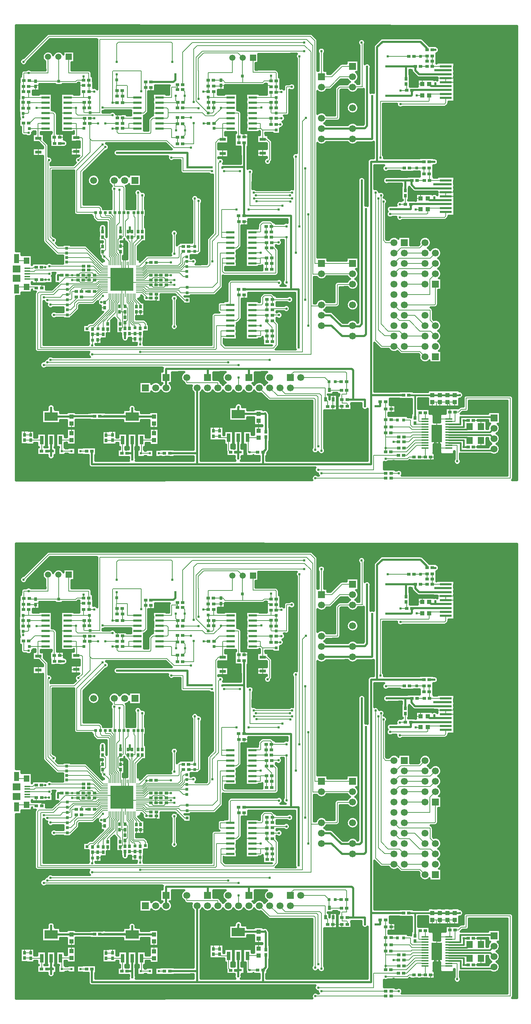
<source format=gbr>
G04 DipTrace 2.4.0.2*
%INTop.gbr*%
%MOMM*%
%ADD13C,0.508*%
%ADD14C,0.152*%
%ADD15C,0.381*%
%ADD16C,0.5*%
%ADD17C,0.3*%
%ADD18R,1.0X1.1*%
%ADD19R,0.7X0.9*%
%ADD20R,0.9X0.7*%
%ADD21R,1.1X1.0*%
%ADD23R,0.6X0.6*%
%ADD25R,1.6X0.8*%
%ADD26R,0.8X0.8*%
%ADD27R,1.7X1.7*%
%ADD28C,1.7*%
%ADD29R,1.35X0.4*%
%ADD30R,1.4X1.6*%
%ADD31R,1.3X2.3*%
%ADD32R,1.9X1.8*%
%ADD34R,0.65X1.05*%
%ADD35R,1.5X1.5*%
%ADD36C,1.5*%
%ADD37R,1.6X1.8*%
%ADD38R,0.635X0.635*%
%ADD39R,0.95X2.15*%
%ADD40R,3.25X2.15*%
%ADD41O,0.2X0.85*%
%ADD42O,0.85X0.2*%
%ADD43R,5.7X5.7*%
%ADD44R,2.0X0.6*%
%ADD45R,3.0X0.6*%
%ADD46R,10.3X10.5*%
%ADD47R,1.8X0.4*%
%ADD48R,2.5X4.2*%
%ADD49C,0.61*%
%FSLAX53Y53*%
G04*
G71*
G90*
G75*
G01*
%LNTop*%
%LPD*%
X56400Y-15800D2*
D13*
X55750D1*
Y-15810D1*
X55220D1*
X55750Y-12250D2*
Y-15810D1*
X60770Y-6360D2*
X55840D1*
X55750Y-6450D1*
X62550Y-10750D2*
Y-6550D1*
X62350Y-6350D1*
X60780D1*
X60770Y-6360D1*
X62350Y-6350D2*
Y-6290D1*
X70600Y9900D2*
Y24120D1*
X68710D1*
X57200D1*
X68710D2*
Y42100D1*
X57240D1*
X57190Y42150D1*
X57240Y60020D2*
Y54041D1*
Y42200D1*
X57190Y42150D1*
X57240Y54041D2*
X51991D1*
X51900Y53950D1*
X49300Y54000D2*
X43300D1*
X40350Y76800D2*
Y75350D1*
X39900Y74900D1*
X34410D1*
X34380Y74870D1*
X12020Y59870D2*
X13030D1*
X26100Y57550D2*
X43300D1*
Y54000D1*
X55750Y-6450D2*
Y-4750D1*
X55860Y-4640D1*
X55760Y-17290D2*
Y-16055D1*
X55750Y-15810D1*
X62550Y-12050D2*
Y-15100D1*
X61850Y-15800D1*
X19915Y-15500D2*
Y-18700D1*
X45720D1*
Y-16000D1*
Y0D1*
X38995Y-16000D2*
X45720D1*
X61850Y-15800D2*
Y-18700D1*
X45720D1*
X96350Y-1800D2*
X88350D1*
Y55350D1*
X89850D1*
Y83450D1*
X91150Y84750D1*
X100450D1*
X102000Y83200D1*
Y82870D1*
X102080Y82790D1*
X101330Y55350D2*
X89850D1*
X61850Y-18700D2*
X88350D1*
Y-1800D1*
X38100Y0D2*
Y2540D1*
Y4650D1*
X48300D1*
Y2580D1*
X48260Y2540D1*
X48300Y4650D2*
X58400D1*
Y2560D1*
X58420Y2540D1*
X82500Y-2900D2*
X84000D1*
Y4300D1*
X83650Y4650D1*
X58400D1*
X90600Y-3450D2*
Y-4550D1*
X89500D1*
X86850D2*
Y-2900D1*
X84000D1*
X29740Y38230D2*
X29230D1*
X28740D1*
X26890D2*
Y39280D1*
X22540D2*
Y38230D1*
X12490Y27580D2*
X11640D1*
X28040Y13280D2*
Y12180D1*
X29230Y38230D2*
Y39280D1*
X11590Y26480D2*
Y27580D1*
X28545Y-16050D2*
X29745D1*
X29750Y-12850D2*
Y-16045D1*
X35095Y-7050D2*
X29750D1*
X28020D1*
X21930D1*
X21870Y-6990D1*
X23000Y-6930D2*
X28020D1*
Y-7050D1*
X29750D2*
Y-5010D1*
X29820Y-17540D2*
Y-16125D1*
X29745Y-16050D1*
X8865Y-15500D2*
X9678D1*
Y-15377D1*
X10142D1*
X10315Y-15550D1*
X9890Y-12850D2*
Y-15288D1*
X9678Y-15500D1*
X14865Y-7050D2*
X9890D1*
X20570Y-6990D2*
X14925D1*
X14865Y-7050D1*
X9890D2*
Y-4910D1*
Y-16660D2*
Y-15589D1*
X9678Y-15377D1*
X106680Y71950D2*
D14*
X102990D1*
X102630Y71590D1*
Y70340D1*
X102480Y70190D1*
X90650D1*
Y56400D1*
X69900Y56600D2*
Y33100D1*
X61250D2*
X59320D1*
X59240Y33020D1*
Y31750D2*
X61170D1*
X61200Y31780D1*
Y30480D1*
X59240D1*
X61225Y31805D2*
X62675D1*
X62700Y31780D1*
Y30430D2*
Y31780D1*
Y28980D2*
Y30430D1*
X106680Y44010D2*
X102490D1*
X102230Y43750D1*
Y42750D1*
X102030Y42550D1*
X93050D1*
X72950Y42450D2*
Y15240D1*
X61300D2*
X59240D1*
Y13970D2*
X61200D1*
X61250Y13920D1*
Y12770D1*
X61200Y12720D1*
X59260D1*
X59240Y12700D1*
X62800Y13970D2*
X61235D1*
X61250Y13920D1*
X62850Y12670D2*
Y13920D1*
X62800Y13970D1*
X62900Y11320D2*
Y12620D1*
X62850Y12670D1*
X93980Y33020D2*
X94420D1*
X95650Y34250D1*
X100290D1*
X101600Y35560D1*
X96520Y33020D2*
X101600D1*
X104140D2*
X104120D1*
X102850Y31750D1*
X95250D1*
X93980Y30480D1*
X96520D2*
X101600D1*
X104140D2*
X104130D1*
X102850Y29200D1*
X95240D1*
X93980Y27940D1*
X96520D2*
X101600D1*
Y25400D2*
X96520D1*
Y22860D2*
X102800D1*
Y26600D1*
X104140Y27940D1*
X93980Y20320D2*
X95250Y19050D1*
X102750D1*
X102850Y18950D1*
Y16530D1*
X104140Y15240D1*
X96520Y20320D2*
X103970D1*
X104150Y20500D1*
Y25390D1*
X104140Y25400D1*
Y12700D2*
Y12710D1*
X102950Y13900D1*
X100350D1*
X97800Y16450D1*
X95310D1*
X93980Y17780D1*
X96520D2*
X99060D1*
X101600Y15240D1*
X31185Y24985D2*
X33165D1*
X33900Y24250D1*
X41200D1*
X41550Y24600D1*
X43250D1*
X49500D1*
X50700Y25800D1*
Y35550D1*
X53830D1*
X53840Y35560D1*
X31185Y24585D2*
X32665D1*
X33350Y23900D1*
X41100D1*
X41700Y23300D1*
X43250D1*
X49800D1*
X51350Y24850D1*
Y33000D1*
X53820D1*
X53840Y33020D1*
X23385Y25775D2*
X21785D1*
X21090Y25080D1*
X15290D1*
X14340Y24130D1*
X13840D1*
X11780D1*
X10500Y22850D1*
X7500D1*
X7350Y22700D1*
Y9800D1*
X49900D1*
Y17650D1*
X50000Y17750D1*
X53810D1*
X53840Y17780D1*
X23385Y26175D2*
X21685D1*
X20940Y25430D1*
X13890D1*
X13840Y25380D1*
X12330D1*
X10352Y23402D1*
X6952D1*
X6600Y23050D1*
Y9400D1*
X50200D1*
X50450Y9650D1*
Y15200D1*
X53800D1*
X53840Y15240D1*
Y38100D2*
X51750D1*
Y36830D1*
X53840D1*
X51750Y38100D2*
X51706Y38056D1*
Y43700D1*
X55380D1*
X58355D2*
X65650D1*
Y35600D2*
X64070D1*
X64000Y35530D1*
X53840Y31750D2*
X51920D1*
X51900Y31730D1*
Y30530D1*
X53790D1*
X53840Y30480D1*
X64000Y34230D2*
X64500D1*
X65050Y33680D1*
Y28180D1*
X64950Y28080D1*
X52300D1*
X51900Y28480D1*
Y30530D1*
X53840Y20320D2*
X51400D1*
Y19020D1*
X53810D1*
X53840Y19050D1*
Y20320D2*
Y25590D1*
X54100Y25850D1*
X65700D1*
X65800Y25750D1*
Y17800D2*
X64180D1*
X64150Y17770D1*
X53840Y13970D2*
X51550D1*
Y12620D1*
X53760D1*
X53840Y12700D1*
X64150Y16420D2*
X64250D1*
X65100Y15570D1*
Y10470D1*
X64380Y9750D1*
X52400D1*
X51550Y10600D1*
Y12620D1*
X24480Y30480D2*
Y31890D1*
X24190Y32180D1*
Y40980D1*
X23990Y41180D1*
X21340D1*
X20790Y41730D1*
Y42880D1*
X31080Y68580D2*
X22620D1*
X22550Y68650D1*
Y59600D2*
X16200Y53250D1*
Y42950D1*
X20720D1*
X20790Y42880D1*
X102055Y81230D2*
Y80015D1*
X102080Y79990D1*
X102055Y81230D2*
X100520D1*
X100480Y81190D1*
X98880D1*
X106680Y73890D2*
D13*
X104133D1*
X103130D1*
X102630Y74390D1*
X104133Y73890D2*
Y74537D1*
Y77790D2*
X106660D1*
X106680Y77770D1*
X104133Y82740D2*
X103430D1*
X103380Y82790D1*
X101330Y53850D2*
D14*
Y52400D1*
X99580Y53850D2*
X101330D1*
X99580D2*
X97830D1*
X97780Y53800D1*
X106680Y45950D2*
D13*
X103873D1*
X102680D1*
X102230Y46400D1*
X103873Y45950D2*
Y46643D1*
Y49830D2*
X106680D1*
X103880Y55350D2*
X102630D1*
X106680Y72920D2*
X98445D1*
X98365Y72840D1*
X76200Y60960D2*
X83820D1*
X98365Y72840D2*
Y71675D1*
X98230Y71540D1*
X92080D1*
X88600Y71450D2*
Y61000D1*
X88650Y60950D1*
X83830D1*
X83820Y60960D1*
X106680Y44980D2*
X98110D1*
X98080Y44950D1*
X76200Y15240D2*
X78660D1*
X81250Y12650D1*
X83770D1*
X83820Y12700D1*
X98080Y44950D2*
Y43750D1*
X93100D1*
X87150D2*
Y13100D1*
X86700Y12650D1*
X83870D1*
X83820Y12700D1*
X106680Y76800D2*
X100120D1*
X99180Y77740D1*
Y78740D1*
X96930Y75690D2*
Y78690D1*
X99130D1*
X99180Y78740D1*
X83820Y63500D2*
X76200D1*
X96930Y78690D2*
X92080D1*
X87400Y78600D2*
Y64150D1*
X86850Y63600D1*
X83920D1*
X83820Y63500D1*
X106680Y48860D2*
X99170D1*
X98280Y49750D1*
Y50750D1*
X98330Y50800D1*
X96730D1*
X92230D1*
X92180Y50750D1*
X86100D2*
Y15600D1*
X85550Y15050D1*
X84010D1*
X83820Y15240D1*
X76200Y17780D2*
X78420D1*
X81100Y15100D1*
X83680D1*
X83820Y15240D1*
X96730Y48350D2*
Y50800D1*
X31185Y25785D2*
D14*
X28080D1*
X27285Y26580D1*
X31185Y25785D2*
X35590D1*
Y26330D1*
X35640Y26380D1*
X35590Y25785D2*
Y25230D1*
X35640Y25180D1*
Y26380D2*
X36840D1*
X35640Y25180D2*
X36840D1*
X28090Y22680D2*
Y25775D1*
X27290Y22680D2*
Y26575D1*
X27285Y26580D1*
X31840Y18580D2*
X30790D1*
X23385Y26975D2*
X19190D1*
Y27530D1*
X19240Y27580D1*
X17790D1*
Y26380D2*
X19240D1*
X19190Y26975D2*
Y26430D1*
X19240Y26380D1*
X27280Y30480D2*
Y26585D1*
X27680Y30480D2*
Y26975D1*
X27285Y26580D1*
X28080Y30480D2*
Y27375D1*
X27285Y26580D1*
X28880Y30480D2*
Y28175D1*
X27285Y26580D1*
X23385Y26975D2*
X26890D1*
X27285Y26580D1*
X28040Y18630D2*
X27440D1*
X27290D1*
X26640D1*
X31840Y18580D2*
X32690D1*
Y21167D1*
X32527Y21330D1*
X31777Y22080D1*
X27285Y26535D2*
Y26580D1*
X35690Y22930D2*
Y21980D1*
Y21530D1*
X35490Y21330D1*
X32527D1*
X28040Y17280D2*
Y18630D1*
X23740Y14380D2*
Y13380D1*
X23990Y13130D1*
X26490D1*
X26840Y13480D1*
Y14330D1*
X26790Y14380D1*
X26990D1*
X27440Y14830D1*
Y18630D1*
X27290Y22680D2*
Y18630D1*
X23040Y19580D2*
X21940D1*
X21540Y19980D1*
Y21430D1*
X22590Y22480D1*
X26900Y34650D2*
X27429D1*
X27680Y34399D1*
Y30480D1*
X19190Y26975D2*
X18540D1*
Y23630D2*
X19240D1*
X22550Y34620D2*
X22480D1*
X21940Y34080D1*
Y31930D1*
X22840Y31030D1*
X35590Y25785D2*
X39240D1*
Y27580D2*
X38140D1*
X39240Y30680D2*
X35640D1*
X4090Y26630D2*
X6140D1*
X6290Y26480D1*
Y25730D1*
X6540Y25480D1*
X7390D1*
X7590Y25280D1*
Y25080D1*
Y24480D1*
X21340Y11780D2*
X23440D1*
X23740Y12080D1*
Y13334D1*
X23990Y13130D1*
X30490Y11980D2*
X29490D1*
X28990Y11480D1*
X27340D1*
X26840Y11980D1*
Y13480D1*
X18540Y26975D2*
X13335D1*
X12940Y26580D1*
Y26530D1*
X11490Y25080D1*
X7590D1*
X31640Y30890D2*
Y34730D1*
X28040D2*
X27509D1*
X27429Y34650D1*
X106680Y74860D2*
X115130D1*
X106680Y75830D2*
X114160D1*
X115130Y74860D1*
X106680D2*
Y75830D1*
X101320D1*
X100880Y75390D1*
Y74440D1*
X100930Y74390D1*
X99530D1*
Y71590D2*
X100930D1*
X106680Y46920D2*
X115130D1*
X106680Y47890D2*
X114160D1*
X115130Y46920D1*
X106680Y47890D2*
Y46920D1*
Y47890D2*
X100820D1*
X100530Y47600D1*
Y46400D1*
X99280D1*
Y43700D2*
X100480D1*
X100530Y43750D1*
X59340Y67310D2*
X57480D1*
X57240Y67070D1*
Y61420D1*
X49740Y73920D2*
X51490D1*
X51590Y74020D1*
X11970Y61320D2*
Y66763D1*
X12027Y66820D1*
X12477Y67270D1*
X13880D1*
X13920Y67310D1*
X6120Y73770D2*
X4470D1*
X4420Y73820D1*
X49670Y-10560D2*
X51220D1*
X60770Y-10510D2*
Y-9290D1*
Y-8060D1*
X35145Y-11150D2*
Y-10054D1*
Y-10021D1*
Y-8800D1*
X35095Y-8750D1*
X23395Y-11600D2*
X24895D1*
X24945Y-11550D1*
X14865Y-11100D2*
Y-10040D1*
Y-8750D1*
X51590Y74020D2*
X52707D1*
X57310D1*
X62366D1*
X63490D1*
X63790Y73720D1*
X57310Y74020D2*
Y67040D1*
X57240Y67070D1*
X61790Y57470D2*
X59290D1*
X58940Y57820D1*
Y61170D1*
X58640Y61470D1*
X57290D1*
X57240Y61420D1*
X61790Y57470D2*
Y56220D1*
X51990D2*
Y57370D1*
X51940Y57420D1*
X11970Y61320D2*
X13420D1*
X13870Y60870D1*
Y57820D1*
X16020D1*
X16070Y57870D1*
Y56670D1*
X6770D2*
Y57720D1*
X17870Y74070D2*
X16477D1*
X12027D1*
X6420D1*
X6120Y73770D1*
X12027Y66820D2*
Y74070D1*
X34380Y73570D2*
Y72550D1*
Y67820D1*
X34890Y67310D1*
X36480D1*
X115300Y-9520D2*
Y-8020D1*
X114501D1*
X113500D1*
X113450Y-7970D1*
Y-14520D2*
X114501D1*
X115300D1*
Y-12870D1*
X107650Y-5970D2*
Y-7370D1*
X107400Y-7620D1*
X103400Y-3470D2*
X104387D1*
X105250D1*
X107100D1*
X108900D2*
X107100D1*
X107650Y-5970D2*
Y-4020D1*
X107100Y-3470D1*
X107400Y-7620D2*
X104850D1*
X104450Y-8020D1*
Y-11145D1*
X104500Y-11195D1*
X107400Y-14770D2*
X104900D1*
X104500Y-14370D1*
Y-11195D1*
X102950Y-16920D2*
X104300D1*
X104450Y-16770D1*
Y-14302D1*
X104500Y-14370D1*
X95100Y-13270D2*
X93900D1*
Y-17920D2*
X104450D1*
Y-16770D1*
X93250Y-5170D2*
X94650D1*
X104400Y-5000D2*
Y-8020D1*
X104450D1*
X104387Y-3470D2*
X104400Y-5000D1*
X57240Y40700D2*
Y34840D1*
X57341Y34739D1*
X57800Y34280D1*
X59230D1*
X59240Y34290D1*
X57250Y22770D2*
Y17200D1*
Y17020D1*
X57760Y16510D1*
X59240D1*
X43180Y0D2*
X40640D1*
X26130Y66070D2*
Y67130D1*
X26150Y67150D1*
X25000Y69800D2*
X26060D1*
X26080Y69820D1*
X25000Y69800D2*
Y77550D1*
X25100Y77650D1*
X32000D1*
Y72600D1*
X35250Y72550D2*
X34380D1*
X52707Y74020D2*
Y73157D1*
X76200Y71120D2*
Y68580D1*
X83820Y71120D2*
X81500D1*
Y66100D1*
X83760D1*
X83820Y66040D1*
X62366Y74020D2*
Y73050D1*
X115130Y74860D2*
Y68100D1*
X91350D1*
X104140Y35560D2*
X111260D1*
X111350Y35650D1*
Y43140D1*
X115130Y46920D1*
X104140Y17780D2*
X111120D1*
X111250Y17650D1*
Y35650D1*
X111350D1*
X57240Y40700D2*
X61200D1*
X61750Y41250D1*
Y54350D2*
Y56220D1*
X61790D1*
X57341Y34739D2*
Y33941D1*
X57150Y33750D1*
Y17200D2*
X57250D1*
X76200Y25400D2*
Y22860D1*
X83820D2*
X82410D1*
X81900Y22350D1*
Y18350D1*
X82500Y17750D1*
X83790D1*
X83820Y17780D1*
X3365Y-11500D2*
X4815D1*
X4865Y-11550D1*
Y-10095D1*
X4920Y-10040D1*
X14865D1*
X24945Y-10054D1*
X35145D1*
X24945Y-11550D2*
Y-10040D1*
X51220Y-10560D2*
Y-9290D1*
X60770D1*
X40640Y2540D2*
Y0D1*
X51220Y-9290D2*
X51251Y-9259D1*
X46741D1*
X46710Y-9290D1*
X44710D2*
Y-1530D1*
X43180Y0D1*
X35145Y-10021D2*
X37779D1*
X40650Y-7150D1*
Y-10D1*
X79000Y-4600D2*
Y-2950D1*
X79100Y-2850D1*
X81200Y-4550D2*
X80141D1*
X79050D1*
X79000Y-4600D1*
X80141Y-4550D2*
Y-13300D1*
X29680Y30480D2*
Y36870D1*
X29740Y36930D1*
X29680Y36870D2*
Y36980D1*
X30490D1*
Y41680D1*
X30190Y41980D1*
Y42880D1*
X29280Y30480D2*
Y35740D1*
X28740Y36280D1*
Y36930D1*
X28390D1*
X28090Y37230D1*
Y40780D1*
X28790Y41480D1*
Y42880D1*
X77700Y-4600D2*
Y-3350D1*
X77200Y-2850D1*
X68580Y0D2*
Y-50D1*
X77100D1*
Y-2950D1*
X77200Y-2850D1*
X29290Y22680D2*
Y21130D1*
X29690Y20730D1*
Y16130D1*
X30090Y15730D1*
X31390D1*
X31740Y15380D1*
Y14580D1*
X31760Y14560D1*
X24890Y22680D2*
Y21580D1*
X24590Y21280D1*
Y19080D1*
X20340Y14830D1*
Y14680D1*
X20040Y14380D1*
X28490Y22680D2*
Y20930D1*
X28990Y20430D1*
Y14730D1*
X29140Y14580D1*
X25690Y22680D2*
Y21280D1*
X25340Y20930D1*
Y18830D1*
X22640Y16130D1*
Y14380D1*
X31760Y13260D2*
X30510D1*
X30490Y13280D1*
X29140D1*
X31740Y11880D2*
Y13240D1*
X31760Y13260D1*
X76200Y66040D2*
X80090D1*
X80200Y66150D1*
Y73150D1*
X80710Y73660D1*
X83820D1*
X42180Y74270D2*
Y82180D1*
X44550Y84550D1*
X71961D1*
X86050D2*
X86150Y84450D1*
Y73850D1*
X86250Y73750D1*
X83910D1*
X83820Y73660D1*
X31740Y11880D2*
Y10610D1*
Y8750D2*
X71500D1*
Y65250D1*
X72350Y66100D1*
X22640Y13080D2*
X21340D1*
X20040D2*
X21340D1*
X20040Y11680D2*
Y13080D1*
X76200Y20320D2*
X79870D1*
X80050Y20500D1*
Y25200D1*
X80150Y25300D1*
X83720D1*
X83820Y25400D1*
X42180Y59770D2*
X44850D1*
Y64850D1*
Y70000D2*
Y82950D1*
X45720Y83820D1*
X72080D1*
X73650Y82250D1*
Y20000D1*
X75880D1*
X76200Y20320D1*
X20040Y11680D2*
Y10490D1*
X19950Y10400D1*
Y8200D2*
X73650D1*
Y20000D1*
X43630Y34610D2*
X45110D1*
X45140Y34580D1*
Y46350D1*
X59687D2*
X69034D1*
X90200D2*
Y14200D1*
X91650Y12750D1*
X93930D1*
X93980Y12700D1*
X32240Y38230D2*
Y42880D1*
X96520Y12700D2*
X101600D1*
X32240Y42880D2*
Y47150D1*
X60114D2*
X68521D1*
X90800D2*
Y15650D1*
X92550Y13900D1*
X95320D1*
X96520Y12700D1*
X27380Y63520D2*
X28930D1*
X31060D1*
X31080Y63500D1*
Y64770D2*
X28930D1*
Y63520D1*
X48490Y68570D2*
Y69870D1*
X53940Y71120D2*
X49740D1*
X48540D1*
X48440Y71220D1*
X49740Y72520D2*
Y71120D1*
X48490Y69870D2*
Y71170D1*
X48440Y71220D1*
Y72520D2*
Y73920D1*
Y75270D1*
X48390Y75320D1*
X48540Y64770D2*
X47290D1*
X47240Y72520D2*
X48440D1*
X48390Y75320D2*
Y77220D1*
X54340D1*
Y80840D1*
X54310Y80870D1*
X53940Y66040D2*
X51110D1*
X49840Y64770D1*
X18615Y-15500D2*
X17115D1*
X65090Y68520D2*
Y69920D1*
Y71070D1*
X65140Y71120D1*
X59340D2*
X63790D1*
X65140D1*
X63790Y72370D2*
Y71120D1*
X65090Y72370D2*
Y73720D1*
Y75120D1*
Y66020D2*
X66390D1*
Y72420D2*
X65140D1*
X65090Y72370D1*
Y75120D2*
Y77070D1*
X64890Y77270D1*
X59390D1*
Y80870D1*
X97065Y72840D2*
Y74255D1*
X96930Y74390D1*
X106680Y70980D2*
Y69790D1*
X106380Y69490D1*
X95580D1*
Y72790D2*
X97015D1*
X97065Y72840D1*
X3070Y68470D2*
Y69870D1*
Y71020D1*
X3020Y71070D1*
X8520Y71120D2*
X4420D1*
X3070D1*
X3020Y71070D1*
X4420Y72520D2*
Y71120D1*
X3120Y72520D2*
Y73820D1*
Y75120D1*
X3220Y75220D1*
Y77070D1*
X4400D1*
X9140D1*
Y81070D1*
X3120Y64820D2*
X3200Y64740D1*
Y62450D1*
X4400D1*
X53450Y-12250D2*
Y-15340D1*
X53920Y-15810D1*
X53450Y-12250D2*
X51610D1*
X51220Y-11860D1*
X49670D2*
X51220D1*
X19320Y68570D2*
Y69870D1*
X19270Y71120D2*
Y69920D1*
X19320Y69870D1*
X19270Y71120D2*
X17870D1*
X13920D1*
X17870Y72520D2*
Y71120D1*
X19120Y75370D2*
Y74120D1*
X19170Y74070D1*
Y72520D2*
Y74070D1*
X19370Y66020D2*
X20470D1*
Y72570D2*
X19220D1*
X19170Y72520D1*
X19120Y75370D2*
Y77070D1*
X14220D1*
Y81070D1*
X96780Y44950D2*
Y47000D1*
X96730Y47050D1*
X96780Y44950D2*
X95480D1*
X95430Y44900D1*
Y41750D2*
X106380D1*
X106680Y42050D1*
Y43040D1*
X40480Y71520D2*
Y70320D1*
X40930Y69870D1*
X36480Y69850D2*
X40910D1*
X40930Y69870D1*
X40880Y68520D2*
Y69820D1*
X31185Y25385D2*
X34135D1*
X34340Y25180D1*
X34940Y24580D1*
X37540D1*
X38140Y25180D1*
X23385Y26575D2*
X20735D1*
X20540Y26380D1*
X19940Y25780D1*
X17090D1*
X16490Y26380D1*
X38140Y25180D2*
X40090D1*
Y21922D2*
Y15000D1*
X15090Y26380D2*
X16490D1*
X58600Y-15800D2*
X58260D1*
Y-12460D1*
X58050Y-12250D1*
X60770Y-12210D2*
X58090D1*
X58050Y-12250D1*
X60550Y-15800D2*
X58600D1*
X40880Y66170D2*
Y64620D1*
X40530Y63070D2*
Y64270D1*
X40880Y64620D1*
X36480Y64770D2*
X40730D1*
X40880Y64620D1*
X23385Y24175D2*
X22225D1*
X20300Y22250D1*
X17350D1*
X4420Y64820D2*
X4670D1*
X5920Y66070D1*
X8490D1*
X8520Y66040D1*
X42680Y71520D2*
Y70320D1*
X42230Y69870D1*
X42680Y71520D2*
Y72520D1*
X42180Y73020D1*
X40880Y74270D2*
Y73620D1*
Y73020D1*
X36480Y71120D2*
X39480D1*
Y73620D1*
X40880D1*
X42730Y63070D2*
Y64070D1*
X42180Y64620D1*
X42730Y63070D2*
Y61920D1*
X42180Y61370D1*
X10670Y61320D2*
Y66970D1*
X10370Y67270D1*
X8560D1*
X8520Y67310D1*
X10720Y59870D2*
Y61170D1*
X10620Y61270D1*
X10670Y61320D1*
X55940Y40700D2*
Y34820D1*
X55400Y34280D1*
X53850D1*
X53840Y34290D1*
X55890Y42150D2*
Y40750D1*
X55940Y40700D1*
X55950Y22770D2*
Y17070D1*
X55400Y16520D1*
X53850D1*
X53840Y16510D1*
X55900Y24120D2*
Y22820D1*
X55950Y22770D1*
X31185Y29785D2*
X31595D1*
X33590Y31780D1*
X41030D1*
X41300Y32050D1*
Y34540D1*
X41390Y34630D1*
X42310D1*
X42330Y34610D1*
X3365Y-12800D2*
X4815D1*
X4865Y-12850D1*
X7590D2*
X4865D1*
X7590D2*
Y-15475D1*
X7565Y-15500D1*
X27380Y69820D2*
X31050D1*
X31080Y69850D1*
X27330Y72820D2*
Y71470D1*
X27380Y71420D1*
Y69820D2*
Y71420D1*
X64150Y20370D2*
Y21620D1*
Y22220D1*
X63800Y22570D1*
X62250D1*
X61800Y22120D1*
Y20620D1*
X61500Y20320D1*
X59240D1*
X96480Y53800D2*
X92050D1*
X92000Y53750D1*
X72250D2*
Y21600D1*
X68400D2*
X64170D1*
X64150Y21620D1*
X62850Y19120D2*
Y20370D1*
Y21620D1*
X59240Y19050D2*
X62780D1*
X62850Y19120D1*
X64200Y11320D2*
Y12620D1*
X64150Y12670D1*
Y13920D1*
X64100Y13970D1*
X62850Y16420D2*
Y16020D1*
X64100Y14770D1*
Y13970D1*
X59240Y17780D2*
X62840D1*
X62850Y17770D1*
Y16420D1*
X33080Y73570D2*
Y67770D1*
X32620Y67310D1*
X31080D1*
X33080Y74870D2*
Y73570D1*
X63950Y38180D2*
Y39530D1*
Y40080D1*
X63650Y40380D1*
X61800D1*
X61300Y39880D1*
Y38280D1*
X61150Y38130D1*
X59270D1*
X59240Y38100D1*
X63950Y39530D2*
X67620D1*
X67600Y39550D1*
X70800D2*
Y81200D1*
X92450D2*
X97570D1*
X97580Y81190D1*
X62650Y36880D2*
X59290D1*
X59240Y36830D1*
X62650Y38180D2*
Y36880D1*
Y38180D2*
Y39530D1*
X59240Y35560D2*
X62670D1*
X62700Y35530D1*
Y34230D2*
Y35530D1*
X64000Y28980D2*
Y30430D1*
Y31780D2*
Y30430D1*
X62700Y34230D2*
Y33780D1*
X64000Y32480D1*
Y31780D1*
X23395Y-12900D2*
X24895D1*
X24945Y-12850D1*
X27450D2*
Y-15845D1*
X27245Y-16050D1*
X24945Y-12850D2*
X27450D1*
X106680Y50800D2*
X102680D1*
Y52350D1*
X102630Y52400D1*
Y53850D1*
X106680Y78740D2*
X103380D1*
Y79990D1*
X103355Y81230D2*
Y80015D1*
X103380Y79990D1*
X102080Y78740D2*
X100480D1*
X101380Y50800D2*
X99630D1*
X81100Y-600D2*
X78200D1*
X78150Y-550D1*
X78050Y1500D2*
Y-450D1*
X78150Y-550D1*
X71120Y2540D2*
X77010D1*
X78050Y1500D1*
X82400Y-600D2*
Y1450D1*
X82350Y1500D1*
X68580Y2540D2*
Y3080D1*
X69400Y3900D1*
X82150D1*
X82400Y3650D1*
Y1550D1*
X82350Y1500D1*
X81200Y-2900D2*
Y-1600D1*
X81250Y-1550D1*
X82350D1*
X82400Y-1500D1*
Y-600D1*
X82500Y-4550D2*
Y-3850D1*
X82400Y-3750D1*
X81250D1*
Y-2950D1*
X81200Y-2900D1*
X63790Y64520D2*
Y66020D1*
X59340Y66040D2*
X63770D1*
X63790Y66020D1*
X13920Y66040D2*
X18050D1*
X18070Y66020D1*
Y64770D1*
X79550Y1500D2*
X81050D1*
X25280Y30480D2*
Y32140D1*
X24890Y32530D1*
Y41580D1*
X24340Y42130D1*
X23340D1*
X23190Y42280D1*
Y42880D1*
X23385Y28975D2*
X22275D1*
X19320Y31930D1*
X13740D1*
X23385Y28575D2*
X22175D1*
X19970Y30780D1*
X13740D1*
X23385Y23775D2*
X22435D1*
X20110Y21450D1*
X16450D1*
X15690Y20690D1*
Y20030D1*
X14740Y19080D1*
X13840D1*
X37695Y-16000D2*
X36345D1*
X36295Y-16050D1*
X24490Y22680D2*
Y21730D1*
X24240Y21480D1*
Y19230D1*
X20240Y15230D1*
X19440D1*
X18690Y14480D1*
X28890Y22680D2*
Y21030D1*
X29340Y20580D1*
Y15930D1*
X29890Y15380D1*
X30290D1*
X30490Y15180D1*
Y14690D1*
X30510Y14670D1*
X31185Y28585D2*
X32345D1*
X33390Y29630D1*
X41390D1*
X42140Y30380D1*
Y31730D1*
X42490Y32080D1*
X43190D1*
X31185Y27385D2*
X32495D1*
X33640Y28530D1*
X43140D1*
X43190Y28480D1*
X26490Y22680D2*
Y21080D1*
X26040Y20630D1*
Y17430D1*
X26790Y16680D1*
Y15680D1*
X26090Y22680D2*
Y21180D1*
X25690Y20780D1*
Y18430D1*
X23690Y16430D1*
Y15730D1*
X23740Y15680D1*
X23385Y24575D2*
X22135D1*
X21190Y23630D1*
X20540D1*
X31185Y23785D2*
X32335D1*
X33140Y22980D1*
X34340D1*
X34390Y22930D1*
X30490Y22680D2*
Y21680D1*
X31840Y20330D1*
Y19880D1*
X30090Y22680D2*
Y21480D1*
X30790Y20780D1*
Y19880D1*
X31185Y26585D2*
X32745D1*
X33740Y27580D1*
X34340D1*
X35640D2*
X36840D1*
X31185Y24185D2*
X32435D1*
X33090Y23530D1*
X40590D1*
X42640Y21480D1*
X43240D1*
X53940Y67310D2*
X55750D1*
X55890Y67170D1*
Y61470D1*
X55940Y61420D1*
Y60020D2*
Y61220D1*
X55890Y61270D1*
Y61370D1*
X55940Y61420D1*
X27430Y66070D2*
Y64770D1*
X27380D1*
X31080Y66040D2*
X27460D1*
X27430Y66070D1*
X25290Y22680D2*
Y21430D1*
X24990Y21130D1*
Y18930D1*
X21380Y15320D1*
Y14470D1*
X4090Y29230D2*
X5440D1*
X5740Y29530D1*
X6240D1*
X3865Y24730D2*
X1965D1*
X1415Y24180D1*
X3865Y31130D2*
X1965D1*
X1415Y31680D1*
X1390Y24080D2*
Y24155D1*
X1415Y24180D1*
X3865Y24730D2*
X6040D1*
X6290Y24480D1*
X7590Y26480D2*
X8542D1*
X9390D1*
X8490Y29530D2*
X7540D1*
X32050Y-12850D2*
Y-15945D1*
X31945Y-16050D1*
X34095D2*
X31945D1*
X35145Y-12850D2*
X32050D1*
X14915Y-15500D2*
X12565D1*
X12515Y-15550D1*
X14865Y-12800D2*
X12240D1*
X12190Y-12850D1*
X12515Y-15550D2*
Y-13175D1*
X12190Y-12850D1*
X23385Y28175D2*
X21925D1*
X20350Y29750D1*
X19150D1*
X23385Y27775D2*
X21695D1*
X20620Y28850D1*
X19150D1*
X30480Y30480D2*
Y34870D1*
X32240Y36630D1*
Y36930D1*
X30080Y30480D2*
Y35370D1*
X31240Y36530D1*
Y36930D1*
X31185Y26985D2*
X32545D1*
X33740Y28180D1*
X41390D1*
X42290Y27280D1*
X43190D1*
X31185Y28985D2*
X32295D1*
X33290Y29980D1*
X41040D1*
X41690Y30630D1*
Y32730D1*
X42340Y33380D1*
X40880Y59770D2*
Y61370D1*
X36480Y63500D2*
X39300D1*
X39480Y63320D1*
Y61270D1*
X40780D1*
X40880Y61370D1*
X23385Y24975D2*
X21975D1*
X21300Y24300D1*
X17400D1*
X17350Y24250D1*
Y23600D1*
X107400Y-8270D2*
X108950D1*
Y-5970D1*
X109800D1*
X110520Y-5250D1*
X111700D1*
Y-2500D1*
X122500D1*
Y-22150D1*
X93250D1*
X107400Y-14120D2*
X109500D1*
Y-18000D1*
X95150Y-20950D2*
Y-20900D1*
X93250D1*
X101600Y-13470D2*
X99250D1*
X97000Y-15720D1*
X93200D1*
X101600Y-12820D2*
X99100D1*
X97200Y-14720D1*
X96450D1*
X101600Y-12170D2*
X98700D1*
X97600Y-13270D1*
X96400D1*
X96350Y-16550D2*
X97100D1*
X99550Y-14100D1*
X101620D1*
X101600Y-14120D1*
Y-11520D2*
X98550D1*
X98050Y-12020D1*
X96450D1*
X101600Y-10870D2*
X98400D1*
X98200Y-11070D1*
X93200D1*
X101600Y-10220D2*
X98350D1*
X97750Y-9620D1*
X93250D1*
X101600Y-9570D2*
X98450D1*
X98000Y-9120D1*
Y-7870D1*
X96350D1*
X101600Y-8920D2*
X99400D1*
X99150Y-8670D1*
X101700Y-6120D2*
Y-7520D1*
X101600Y-7620D1*
Y-8270D2*
X100150D1*
X100050Y-8170D1*
Y-6470D1*
X100400Y-6120D1*
X91950Y-7820D2*
Y-9620D1*
X91900Y-11070D2*
Y-9670D1*
X91950Y-9620D1*
Y-5170D2*
Y-7820D1*
X91900Y-3450D2*
Y-5170D1*
X91950D1*
X91900Y-11070D2*
Y-11970D1*
X91950Y-12020D1*
X95150D1*
Y-14720D2*
X91950D1*
Y-15670D1*
X91900Y-15720D1*
X91950Y-14720D2*
Y-12020D1*
X98900Y-16920D2*
X97700D1*
X97250Y-17370D1*
X91950D1*
X94850Y-7870D2*
X93300D1*
X93250Y-7820D1*
X100200Y-16920D2*
X101650D1*
Y-14820D1*
X101600Y-14770D1*
X25680Y30480D2*
Y32290D1*
X25240Y32730D1*
Y41980D1*
X24340Y42880D1*
X29690Y22680D2*
Y21330D1*
X30040Y20980D1*
Y16280D1*
X30240Y16080D1*
X32590D1*
X32990Y15680D1*
Y14680D1*
X49790Y68570D2*
Y69870D1*
X53920D1*
X53940Y69850D1*
X49790Y68570D2*
Y67590D1*
X49450Y67250D1*
X48460D1*
X48440Y67270D1*
X76200Y76200D2*
X78700D1*
X81250Y78750D1*
X83810D1*
X83820Y78740D1*
X48440Y67270D2*
X45450Y70260D1*
Y80950D1*
X46950Y82450D1*
X71961D1*
X76200D2*
Y76200D1*
X59340Y69850D2*
X63720D1*
X63790Y69920D1*
X65140Y67320D2*
X63940D1*
X63790Y67470D1*
Y68520D1*
Y69920D2*
Y68520D1*
X76200Y73660D2*
X78210D1*
X80700Y76150D1*
X83770D1*
X83820Y76200D1*
X68900Y73700D2*
X67650D1*
Y67300D1*
X67630Y67320D1*
X65140D1*
X8520Y69850D2*
X4390D1*
X4370Y69870D1*
Y68470D1*
X3020Y67170D2*
X4170D1*
X4370Y67370D1*
Y68470D1*
X3020Y67170D2*
Y66250D1*
X3150Y79850D2*
X9350Y86050D1*
X73500D1*
X74550Y85000D1*
Y30450D1*
X76170D1*
X76200Y30480D1*
X83820D1*
X13920Y69850D2*
X18000D1*
X18020Y69870D1*
X19470Y67370D2*
X18070D1*
X17970Y67470D1*
Y68520D1*
X18020Y68570D1*
Y69870D1*
X76200Y27940D2*
X83820D1*
X19470Y67370D2*
X21850D1*
Y85350D1*
X72550D1*
X74100Y83800D1*
Y27800D1*
X76060D1*
X76200Y27940D1*
X26880Y30480D2*
Y33330D1*
X26900Y33350D1*
X26820D1*
X26290Y33880D1*
Y36330D1*
X26890Y36930D1*
X27340D1*
X27590Y37180D1*
Y42730D1*
X27740Y42880D1*
Y48960D1*
X27400Y49300D1*
X25500D1*
X25400Y49400D1*
Y50800D1*
X26080Y30480D2*
Y32440D1*
X25590Y32930D1*
Y42830D1*
X25540Y42880D1*
X25400Y48750D2*
Y43020D1*
X25540Y42880D1*
X26480Y30480D2*
Y32540D1*
X25940Y33080D1*
Y39780D1*
X26640Y40480D1*
Y42880D1*
Y48450D1*
X43640Y33380D2*
X45140D1*
X93980Y35560D2*
X91940D1*
X91400Y36100D1*
Y45650D1*
X68550D2*
X68500Y45700D1*
X60300D1*
X46050Y45750D2*
Y33450D1*
X45980Y33380D1*
X45140D1*
X53340Y6200D2*
X9000D1*
Y21500D2*
X13920D1*
X13840Y21580D1*
X16050Y23600D2*
X15050D1*
X14950Y23500D1*
Y21850D1*
X14700Y21600D1*
X13860D1*
X13840Y21580D1*
X63500Y6850D2*
X9750D1*
Y20350D2*
X13820D1*
X13840Y20330D1*
X16050Y22250D2*
Y21850D1*
X14550Y20350D1*
X13860D1*
X23385Y25375D2*
X21935D1*
X21290Y24730D1*
X15540D1*
X14540Y23730D1*
Y22880D1*
X13890D1*
X13840Y22830D1*
X55880Y0D2*
Y2520D1*
X55850Y2550D1*
Y5600D2*
X8100D1*
Y22200D2*
X12150D1*
X12800Y22850D1*
X13820D1*
X13840Y22830D1*
X31240Y38230D2*
Y42880D1*
X93980Y10160D2*
X90990D1*
X89450Y11700D1*
Y47800D1*
X68963D2*
X59601D1*
X31200D2*
Y42920D1*
X31240Y42880D1*
X93980Y10160D2*
X94590D1*
X95850Y8900D1*
X100320D1*
X101600Y7620D1*
X96520Y10160D2*
X101600D1*
X107400Y-11520D2*
D15*
X117570D1*
X118500Y-12450D1*
X107400Y-13470D2*
X110300D1*
Y-15320D1*
X118170D1*
X118500Y-14990D1*
X107400Y-10870D2*
X117540D1*
X118500Y-9910D1*
X107400Y-8920D2*
X110250D1*
Y-7120D1*
X118250D1*
X118500Y-7370D1*
X107400Y-9570D2*
X111100D1*
Y-7970D1*
X112150D1*
X107400Y-12820D2*
X111100D1*
Y-14520D1*
X112150D1*
X108900Y-1770D2*
X107050D1*
X107000Y-1820D1*
X107050D1*
X107100Y-1770D1*
X105250D2*
X107100D1*
X105250D2*
X103400D1*
X99150Y-7370D2*
Y-1770D1*
X103400D1*
X108900D2*
X110100D1*
X99150D2*
X97680D1*
X97650Y-1800D1*
X107400Y-12170D2*
X111800D1*
X112500Y-12870D1*
X107400Y-10220D2*
X111800D1*
X112500Y-9520D1*
X31185Y27785D2*
D14*
X32445D1*
X33540Y28880D1*
X41790D1*
X42590Y29680D1*
X43190D1*
X49890Y63520D2*
X51940D1*
X53920D1*
X53940Y63500D1*
Y64770D2*
X52040D1*
X51940Y64670D1*
Y63520D1*
Y60820D2*
Y63520D1*
Y60820D2*
X50970D1*
X50250Y60100D1*
Y37700D1*
X48850Y36300D1*
Y30100D1*
X48350Y29600D1*
X43270D1*
X43190Y29680D1*
X31185Y28185D2*
X32395D1*
X33490Y29280D1*
X41640D1*
X42590Y30230D1*
Y30780D1*
X42740Y30930D1*
X43190D1*
X59340Y63500D2*
X61190D1*
Y64720D1*
X61140Y64770D1*
X59340D1*
X65140Y63120D2*
X61790D1*
X61686D1*
X61248Y63558D1*
X61190Y63500D1*
X61790Y60870D2*
Y63120D1*
Y60870D2*
X62680D1*
X63450Y60100D1*
Y55900D1*
X63000Y55450D1*
X51400D2*
X50950Y55000D1*
Y37450D1*
X49400Y35900D1*
Y30950D1*
X44800D2*
X43210D1*
X43190Y30930D1*
X23385Y29375D2*
X22425D1*
X18770Y33030D1*
X13740D1*
X8520Y64770D2*
X6720D1*
Y63470D1*
X8490D1*
X8520Y63500D1*
X4570Y63470D2*
X6720D1*
Y61170D1*
X6770Y61120D1*
X13740Y33030D2*
X11570D1*
X8600Y36000D1*
Y59290D1*
X6770Y61120D1*
X23385Y29775D2*
X22675D1*
X18270Y34180D1*
X13740D1*
X13920Y63500D2*
X16061D1*
X16159D1*
X17950D1*
X17970Y63520D1*
X16061Y63500D2*
Y64761D1*
X16053Y64770D1*
X13920D1*
X16159Y63500D2*
Y61359D1*
X16070Y61270D1*
X17330D1*
X17600Y61000D1*
Y56750D1*
X16600Y55750D1*
X9350D2*
X9100Y55500D1*
Y36500D1*
X11400Y34200D1*
X13760D1*
X13740Y34180D1*
X49690Y75320D2*
X51590D1*
X63790Y75120D2*
X62140D1*
X61790Y74770D1*
X56890D1*
Y76270D1*
X56840Y76320D1*
X51590Y75320D2*
X52040D1*
X52590Y74770D1*
X56890D1*
X56840Y76320D2*
Y80860D1*
X56850Y80870D1*
X65090Y64520D2*
X66090D1*
X63790Y76420D2*
Y75120D1*
X42180Y68520D2*
X45980D1*
X46050Y68450D1*
Y70750D2*
Y77650D1*
X46000Y77700D1*
Y80700D1*
X47350Y82050D1*
X55670D1*
X56850Y80870D1*
X23385Y23375D2*
X22585D1*
X20110Y20900D1*
X16650D1*
X16140Y20390D1*
Y19480D1*
X14540Y17880D1*
X13840D1*
X6120Y75070D2*
X4670D1*
X4520Y75220D1*
X11770Y75070D2*
Y80980D1*
X11680Y81070D1*
X17820Y75370D2*
X16270D1*
X15920Y75020D1*
X11820D1*
X11770Y75070D1*
X19370Y64770D2*
X21370D1*
X17820Y76220D2*
Y75370D1*
X11770Y75070D2*
X6120D1*
X19370Y64770D2*
Y61030D1*
X19433Y60967D1*
X19850Y60550D1*
X38300D1*
X40000Y58850D1*
X44150D1*
Y66150D2*
X42200D1*
X42180Y66170D1*
X19433Y60967D2*
Y57683D1*
X15600Y53850D1*
X9800D1*
X9600Y53650D1*
Y37000D1*
X10500Y36100D1*
X10600Y17850D2*
X13870D1*
X13840Y17880D1*
X17850Y28850D2*
X6060D1*
X5740Y28530D1*
X4140D1*
X4090Y28580D1*
Y27930D2*
X9440D1*
Y29750D2*
X17850D1*
X26030Y72820D2*
Y71470D1*
X26080Y71420D1*
X31080Y71120D2*
X28580D1*
Y73920D1*
X28480Y74020D1*
X25930D1*
Y72920D1*
X26030Y72820D1*
X26000Y75450D2*
Y73963D1*
X25930Y74020D1*
X64150Y19120D2*
Y19400D1*
X67600D1*
Y25800D2*
Y36850D1*
X63980D1*
X63950Y36880D1*
X26000Y75450D2*
Y76764D1*
Y79841D2*
Y84250D1*
X26400Y84650D1*
X39400D1*
X39650Y84400D1*
Y79850D1*
X39400Y56400D2*
X42150D1*
X42250Y56300D1*
Y53150D1*
X49250D1*
X49350Y53050D1*
X52350D2*
X56200D1*
X58650Y52900D2*
Y44600D1*
X66650D1*
X59340Y68580D2*
X61450D1*
X61490Y68620D1*
X51540Y68570D2*
X53930D1*
X53940Y68580D1*
X13920D2*
X15960D1*
X6320Y68520D2*
X8460D1*
X8520Y68580D1*
X36480D2*
X38270D1*
X38630Y68220D1*
Y67400D1*
Y66320D1*
X38330Y66020D1*
X36500D1*
X36480Y66040D1*
X34900D1*
X34380Y65520D1*
Y62520D1*
X34180Y62320D1*
X26430D1*
X26080Y62670D1*
Y63520D1*
X15960Y68580D2*
Y67190D1*
X16400Y66750D1*
X24950D1*
Y63450D2*
X26010D1*
X26080Y63520D1*
X51540Y68570D2*
Y68340D1*
X49800Y66600D1*
X47750D1*
X46950Y67400D1*
X38630D1*
X26890Y22680D2*
Y20180D1*
X26640Y19930D1*
X27690Y22680D2*
Y20280D1*
X28040Y19930D1*
X28240D1*
X28640Y19530D1*
Y16580D1*
X28040Y15980D1*
Y14580D2*
Y15680D1*
X27990Y15730D1*
Y15930D1*
X28040Y15980D1*
X24880Y30480D2*
Y32040D1*
X24540Y32380D1*
Y41380D1*
X24240Y41680D1*
X22340D1*
X21990Y42030D1*
Y42880D1*
Y43860D1*
X21650Y44200D1*
X17300D1*
X17200Y44100D1*
Y52950D1*
X23200Y58950D1*
Y64750D2*
X26060D1*
X26080Y64770D1*
X31185Y26185D2*
X34145D1*
X34340Y26380D1*
X34940Y26980D1*
X37540D1*
X38140Y26380D1*
X23385Y27375D2*
X20745D1*
X20540Y27580D1*
X19940Y28180D1*
X17090D1*
X16490Y27580D1*
X15090D1*
X40100Y37850D2*
Y32800D1*
Y26380D2*
X38140D1*
X13790Y27580D2*
X15090D1*
X31185Y23385D2*
X32235D1*
X33640Y21980D1*
X34390D1*
X24080Y30480D2*
Y31040D1*
X22590Y32530D1*
Y33280D1*
X22550Y33320D1*
X23040Y20880D2*
X24090Y21930D1*
Y22680D1*
X22840Y21080D2*
X23040Y20880D1*
X34340Y30680D2*
X34290Y30630D1*
X33240D1*
X22940Y32130D2*
X22590Y32530D1*
X23040Y20880D2*
Y20980D1*
X22190D1*
X22550Y33320D2*
X22730D1*
X23240Y33830D1*
Y36230D1*
X22540Y36930D1*
X31185Y29385D2*
X32245D1*
X33240Y30380D1*
Y30630D1*
Y21980D2*
X33640D1*
X66040Y0D2*
Y-190D1*
X67300Y-1450D1*
X75800D1*
X76200Y-1850D1*
Y-15400D1*
Y-20900D2*
X91950D1*
Y-22150D2*
X74700D1*
X74650Y-15200D2*
Y-2800D1*
X74400Y-2550D1*
X63510D1*
X60960Y0D1*
X50800D2*
Y1250D1*
X43250D1*
X43200Y1300D1*
Y2520D1*
X43180Y2540D1*
X95050Y-16550D2*
X89000D1*
Y-20050D1*
X75400D1*
Y-14350D2*
X75350D1*
Y-2250D1*
X75000Y-1900D1*
X65400D1*
X63500Y0D1*
D49*
X62350Y-6290D3*
X70600Y9900D3*
X51900Y53950D3*
X49300Y54000D3*
X43300D3*
X40350Y76800D3*
X13030Y59870D3*
X26100Y57550D3*
X55860Y-4640D3*
X55760Y-17290D3*
X89500Y-4550D3*
X86850D3*
X26890Y39280D3*
X22540D3*
X11640Y27580D3*
X28040Y12180D3*
X11640Y27580D3*
X29230Y39280D3*
X26890D3*
X23000Y-6930D3*
X29750Y-5010D3*
X29820Y-17540D3*
X9890Y-4910D3*
Y-16660D3*
X90650Y56400D3*
X69900Y56600D3*
Y33100D3*
X61250D3*
X93050Y42550D3*
X72950Y42450D3*
Y15240D3*
X61300D3*
X55380Y43700D3*
X58355D3*
X65650D3*
Y35600D3*
X65800Y25750D3*
Y17800D3*
X22550Y68650D3*
Y59600D3*
X104133Y74537D3*
Y77790D3*
Y82740D3*
X103873Y46643D3*
Y49830D3*
X103880Y55350D3*
X92080Y71540D3*
X88600Y71450D3*
X93100Y43750D3*
X87150D3*
X92080Y78690D3*
X87400Y78600D3*
X92180Y50750D3*
X86100D3*
X31777Y22080D3*
X27285Y26535D3*
X22590Y22480D3*
X18540Y26975D3*
Y23630D3*
X22840Y31030D3*
X39240Y25785D3*
Y27580D3*
Y30680D3*
X31640Y30890D3*
Y34730D3*
X28040D3*
X99530Y74390D3*
Y71590D3*
X99280Y46400D3*
Y43700D3*
X61790Y56220D3*
X51990D3*
X16070Y56670D3*
X6770D3*
X114501Y-8020D3*
Y-14520D3*
X93900Y-13270D3*
Y-17920D3*
X94650Y-5170D3*
X104400Y-5000D3*
D3*
X16070Y56670D3*
X26150Y67150D3*
X25000Y69800D3*
X32000Y72600D3*
X35250Y72550D3*
X25000Y69800D3*
X16477Y74070D3*
X52707Y73157D3*
X62366Y73050D3*
X91350Y68100D3*
X61750Y41250D3*
Y54350D3*
X57150Y33750D3*
Y17200D3*
X46710Y-9290D3*
X44710D3*
X80141Y-13300D3*
X93900Y-13270D3*
X71961Y84550D3*
X86050D3*
X31740Y10610D3*
Y8750D3*
X72350Y66100D3*
X44850Y64850D3*
Y70000D3*
X19950Y10400D3*
Y8200D3*
X45140Y46350D3*
X59687D3*
X69034D3*
X90200D3*
X32240Y47150D3*
X60114D3*
X68521D3*
X90800D3*
X47290Y64770D3*
X47240Y72520D3*
X66390Y66020D3*
Y72420D3*
X95580Y69490D3*
Y72790D3*
X4400Y62450D3*
Y77070D3*
X20470Y66020D3*
Y72570D3*
X95430Y44900D3*
Y41750D3*
X40090Y25180D3*
Y21922D3*
Y15000D3*
X15090Y26380D3*
X92000Y53750D3*
X72250D3*
Y21600D3*
X68400D3*
X67600Y39550D3*
X70800D3*
Y81200D3*
X92450D3*
X1415Y31680D3*
X1390Y24080D3*
X8490Y29530D3*
X8542Y26480D3*
X109500Y-18000D3*
X95150Y-20950D3*
X91950Y-17370D3*
Y-14720D3*
X71961Y82450D3*
X76200D3*
X68900Y73700D3*
X3020Y66250D3*
X3150Y79850D3*
X25400Y48750D3*
X26640Y48450D3*
X91400Y45650D3*
X68550D3*
X60300Y45700D3*
X46050Y45750D3*
X53340Y6200D3*
X9000D3*
Y21500D3*
X63500Y6850D3*
X9750D3*
Y20350D3*
X55850Y2550D3*
Y5600D3*
X8100D3*
Y22200D3*
X89450Y47800D3*
X68963D3*
X59601D3*
X31200D3*
X111100Y-7970D3*
Y-14520D3*
X110100Y-1770D3*
X63000Y55450D3*
X51400D3*
X49400Y30950D3*
X44800D3*
X16600Y55750D3*
X9350D3*
X66090Y64520D3*
X63790Y76420D3*
X46050Y68450D3*
Y70750D3*
X21370Y64770D3*
X17820Y76220D3*
X44150Y58850D3*
Y66150D3*
X10500Y36100D3*
X10600Y17850D3*
X9440Y27930D3*
Y29750D3*
X67600Y19400D3*
Y25800D3*
X26000Y76764D3*
Y79841D3*
X39650Y79850D3*
X39400Y56400D3*
X49350Y53050D3*
X52350D3*
X56200D3*
X58650Y52900D3*
X66650Y44600D3*
X67600Y36850D3*
X61490Y68620D3*
X51540Y68570D3*
X15960Y68580D3*
X6320Y68520D3*
X24950Y66750D3*
Y63450D3*
X51540Y68570D3*
X23200Y58950D3*
Y64750D3*
X15090Y27580D3*
X40100Y37850D3*
Y32800D3*
Y26380D3*
X33240Y30630D3*
X22940Y32130D3*
X22190Y20980D3*
X33240Y21980D3*
X22190Y20980D3*
X76200Y-15400D3*
Y-20900D3*
X74700Y-22150D3*
X74650Y-15200D3*
X75400Y-20050D3*
Y-14350D3*
X24900Y29000D3*
Y28000D3*
Y27000D3*
Y26000D3*
Y25000D3*
X104050Y-6450D3*
X25900Y29000D3*
Y28000D3*
Y27000D3*
Y26000D3*
Y25000D3*
X104050Y-7450D3*
X26900Y29000D3*
Y28000D3*
Y25000D3*
X104050Y-8450D3*
X27900Y29000D3*
Y28000D3*
Y25000D3*
X104050Y-9450D3*
X28900Y29000D3*
Y28000D3*
Y27000D3*
Y26000D3*
Y25000D3*
X104050Y-10450D3*
Y-11450D3*
Y-12450D3*
Y-13450D3*
Y-14450D3*
Y-15450D3*
X105050Y-6450D3*
Y-7450D3*
Y-8450D3*
Y-9450D3*
Y-10450D3*
Y-11450D3*
Y-12450D3*
Y-13450D3*
Y-14450D3*
Y-15450D3*
X110650Y80500D3*
Y79500D3*
Y78500D3*
Y77500D3*
Y76500D3*
Y75500D3*
Y74500D3*
Y73500D3*
Y72500D3*
Y71500D3*
Y70500D3*
Y69500D3*
X111650Y80500D3*
Y79500D3*
Y78500D3*
Y77500D3*
Y76500D3*
Y75500D3*
Y74500D3*
Y73500D3*
Y72500D3*
Y71500D3*
Y70500D3*
Y69500D3*
X112650Y80500D3*
Y79500D3*
Y78500D3*
Y77500D3*
Y76500D3*
Y75500D3*
Y74500D3*
Y73500D3*
Y72500D3*
Y71500D3*
Y70500D3*
Y69500D3*
X113650Y80500D3*
Y79500D3*
Y78500D3*
Y77500D3*
Y76500D3*
Y75500D3*
Y74500D3*
Y73500D3*
Y72500D3*
Y71500D3*
Y70500D3*
Y69500D3*
X114650Y80500D3*
Y79500D3*
Y78500D3*
Y77500D3*
Y76500D3*
Y75500D3*
Y74500D3*
Y73500D3*
Y72500D3*
Y71500D3*
Y70500D3*
Y69500D3*
X115650Y80500D3*
Y79500D3*
Y78500D3*
Y77500D3*
Y76500D3*
Y75500D3*
Y74500D3*
Y73500D3*
Y72500D3*
Y71500D3*
Y70500D3*
Y69500D3*
X116650Y80500D3*
Y79500D3*
Y78500D3*
Y77500D3*
Y76500D3*
Y75500D3*
Y74500D3*
Y73500D3*
Y72500D3*
Y71500D3*
Y70500D3*
Y69500D3*
X117650Y80500D3*
Y79500D3*
Y78500D3*
Y77500D3*
Y76500D3*
Y75500D3*
Y74500D3*
Y73500D3*
Y72500D3*
Y71500D3*
Y70500D3*
Y69500D3*
X118650Y80500D3*
Y79500D3*
Y78500D3*
Y77500D3*
Y76500D3*
Y75500D3*
Y74500D3*
Y73500D3*
Y72500D3*
Y71500D3*
Y70500D3*
Y69500D3*
X119650Y80500D3*
Y79500D3*
Y78500D3*
Y77500D3*
Y76500D3*
Y75500D3*
Y74500D3*
Y73500D3*
Y72500D3*
Y71500D3*
Y70500D3*
Y69500D3*
X120650Y80500D3*
Y79500D3*
Y78500D3*
Y77500D3*
Y76500D3*
Y75500D3*
Y74500D3*
Y73500D3*
Y72500D3*
Y71500D3*
Y70500D3*
Y69500D3*
X121650Y80500D3*
Y79500D3*
Y78500D3*
Y77500D3*
Y76500D3*
Y75500D3*
Y74500D3*
Y73500D3*
Y72500D3*
Y71500D3*
Y70500D3*
Y69500D3*
X110400Y52350D3*
Y51350D3*
Y50350D3*
Y49350D3*
Y48350D3*
Y47350D3*
Y46350D3*
Y45350D3*
Y44350D3*
Y43350D3*
Y42350D3*
Y41350D3*
X111400Y52350D3*
Y51350D3*
Y50350D3*
Y49350D3*
Y48350D3*
Y47350D3*
Y46350D3*
Y45350D3*
Y44350D3*
Y43350D3*
Y42350D3*
Y41350D3*
X112400Y52350D3*
Y51350D3*
Y50350D3*
Y49350D3*
Y48350D3*
Y47350D3*
Y46350D3*
Y45350D3*
Y44350D3*
Y43350D3*
Y42350D3*
Y41350D3*
X113400Y52350D3*
Y51350D3*
Y50350D3*
Y49350D3*
Y48350D3*
Y47350D3*
Y46350D3*
Y45350D3*
Y44350D3*
Y43350D3*
Y42350D3*
Y41350D3*
X114400Y52350D3*
Y51350D3*
Y50350D3*
Y49350D3*
Y48350D3*
Y47350D3*
Y46350D3*
Y45350D3*
Y44350D3*
Y43350D3*
Y42350D3*
Y41350D3*
X115400Y52350D3*
Y51350D3*
Y50350D3*
Y49350D3*
Y48350D3*
Y47350D3*
Y46350D3*
Y45350D3*
Y44350D3*
Y43350D3*
Y42350D3*
Y41350D3*
X116400Y52350D3*
Y51350D3*
Y50350D3*
Y49350D3*
Y48350D3*
Y47350D3*
Y46350D3*
Y45350D3*
Y44350D3*
Y43350D3*
Y42350D3*
Y41350D3*
X117400Y52350D3*
Y51350D3*
Y50350D3*
Y49350D3*
Y48350D3*
Y47350D3*
Y46350D3*
Y45350D3*
Y44350D3*
Y43350D3*
Y42350D3*
Y41350D3*
X118400Y52350D3*
Y51350D3*
Y50350D3*
Y49350D3*
Y48350D3*
Y47350D3*
Y46350D3*
Y45350D3*
Y44350D3*
Y43350D3*
Y42350D3*
Y41350D3*
X119400Y52350D3*
Y51350D3*
Y50350D3*
Y49350D3*
Y48350D3*
Y47350D3*
Y46350D3*
Y45350D3*
Y44350D3*
Y43350D3*
Y42350D3*
Y41350D3*
X120400Y52350D3*
Y51350D3*
Y50350D3*
Y49350D3*
Y48350D3*
Y47350D3*
Y46350D3*
Y45350D3*
Y44350D3*
Y43350D3*
Y42350D3*
Y41350D3*
X121400Y52350D3*
Y51350D3*
Y50350D3*
Y49350D3*
Y48350D3*
Y47350D3*
Y46350D3*
Y45350D3*
Y44350D3*
Y43350D3*
Y42350D3*
Y41350D3*
X54710Y-5890D3*
Y-6890D3*
X55710Y-5890D3*
Y-6890D3*
X56710Y-5890D3*
Y-6890D3*
X28757Y-6550D3*
Y-7550D3*
X29757Y-6550D3*
Y-7550D3*
X30757Y-6550D3*
Y-7550D3*
X8868Y-6560D3*
Y-7560D3*
X9868Y-6560D3*
Y-7560D3*
X10868Y-6560D3*
Y-7560D3*
X16500Y36500D3*
Y35500D3*
X17500Y36500D3*
Y35500D3*
X37500Y36500D3*
Y35500D3*
X38500Y36500D3*
Y35500D3*
X16500Y17000D3*
Y16000D3*
X17500Y17000D3*
Y16000D3*
X37500Y17000D3*
Y16000D3*
X38500Y17000D3*
Y16000D3*
X2000Y88000D3*
X3000D3*
X4000D3*
X5000D3*
X6000D3*
X7000D3*
X8000D3*
X9000D3*
X10000D3*
X11000D3*
X12000D3*
X13000D3*
X14000D3*
X15000D3*
X16000D3*
X17000D3*
X18000D3*
X19000D3*
X20000D3*
X21000D3*
X22000D3*
X23000D3*
X24000D3*
X25000D3*
X26000D3*
X27000D3*
X28000D3*
X29000D3*
X30000D3*
X31000D3*
X32000D3*
X33000D3*
X34000D3*
X35000D3*
X36000D3*
X37000D3*
X38000D3*
X39000D3*
X40000D3*
X41000D3*
X42000D3*
X43000D3*
X44000D3*
X45000D3*
X46000D3*
X47000D3*
X48000D3*
X49000D3*
X50000D3*
X51000D3*
X52000D3*
X53000D3*
X54000D3*
X55000D3*
X56000D3*
X57000D3*
X58000D3*
X59000D3*
X60000D3*
X61000D3*
X62000D3*
X63000D3*
X64000D3*
X65000D3*
X66000D3*
X67000D3*
X68000D3*
X69000D3*
X70000D3*
X71000D3*
X72000D3*
X73000D3*
X74000D3*
X75000D3*
X76000D3*
X77000D3*
X78000D3*
X79000D3*
X80000D3*
X81000D3*
X82000D3*
X83000D3*
X84000D3*
X85000D3*
X86000D3*
X87000D3*
X88000D3*
X89000D3*
X90000D3*
X91000D3*
X92000D3*
X93000D3*
X94000D3*
X95000D3*
X96000D3*
X97000D3*
X98000D3*
X99000D3*
X100000D3*
X101000D3*
X102000D3*
X103000D3*
X104000D3*
X105000D3*
X106000D3*
X107000D3*
X108000D3*
X109000D3*
X110000D3*
X111000D3*
X112000D3*
X113000D3*
X114000D3*
X115000D3*
X116000D3*
X117000D3*
X118000D3*
X119000D3*
X120000D3*
X121000D3*
X122000D3*
X123000D3*
X124000D3*
X112500Y-18000D3*
X113500D3*
X114500D3*
X115500D3*
X116500D3*
X117500D3*
X118500D3*
X119500D3*
X120500D3*
X121500D3*
X112500Y-5000D3*
X113500D3*
X114500D3*
X115500D3*
X116500D3*
X117500D3*
X118500D3*
X119500D3*
X120500D3*
X121500D3*
X124000Y87000D3*
Y86000D3*
Y85000D3*
Y84000D3*
Y83000D3*
Y82000D3*
Y81000D3*
Y80000D3*
Y79000D3*
Y78000D3*
Y77000D3*
Y76000D3*
Y75000D3*
Y74000D3*
Y73000D3*
Y72000D3*
Y71000D3*
Y70000D3*
Y69000D3*
Y68000D3*
Y67000D3*
Y66000D3*
Y65000D3*
Y64000D3*
Y63000D3*
Y62000D3*
Y61000D3*
Y60000D3*
Y59000D3*
Y58000D3*
Y57000D3*
Y56000D3*
Y55000D3*
Y54000D3*
Y53000D3*
Y52000D3*
Y51000D3*
Y50000D3*
Y49000D3*
Y48000D3*
Y47000D3*
Y46000D3*
Y45000D3*
Y44000D3*
Y43000D3*
Y42000D3*
Y41000D3*
Y40000D3*
Y39000D3*
Y38000D3*
Y37000D3*
Y36000D3*
Y35000D3*
Y34000D3*
Y33000D3*
Y32000D3*
Y31000D3*
Y30000D3*
Y29000D3*
Y28000D3*
Y27000D3*
Y26000D3*
Y25000D3*
Y24000D3*
Y23000D3*
Y22000D3*
Y21000D3*
Y20000D3*
Y19000D3*
Y18000D3*
Y17000D3*
Y16000D3*
Y15000D3*
Y14000D3*
Y13000D3*
Y12000D3*
Y11000D3*
Y10000D3*
Y9000D3*
Y8000D3*
Y7000D3*
Y6000D3*
Y5000D3*
Y4000D3*
Y3000D3*
Y2000D3*
Y1000D3*
Y0D3*
Y-1000D3*
Y-2000D3*
Y-3000D3*
Y-4000D3*
Y-5000D3*
Y-6000D3*
Y-7000D3*
Y-8000D3*
Y-9000D3*
Y-10000D3*
Y-11000D3*
Y-12000D3*
Y-13000D3*
Y-14000D3*
Y-15000D3*
Y-16000D3*
Y-17000D3*
Y-18000D3*
Y-19000D3*
Y-20000D3*
Y-21000D3*
X2000Y87000D3*
Y86000D3*
Y85000D3*
Y84000D3*
Y83000D3*
Y82000D3*
Y81000D3*
Y80000D3*
Y79000D3*
Y78000D3*
Y77000D3*
Y76000D3*
Y75000D3*
Y74000D3*
Y73000D3*
Y72000D3*
Y71000D3*
Y70000D3*
Y69000D3*
Y68000D3*
Y67000D3*
Y66000D3*
Y65000D3*
Y64000D3*
Y63000D3*
Y62000D3*
Y61000D3*
Y60000D3*
Y59000D3*
Y58000D3*
Y57000D3*
Y56000D3*
Y55000D3*
Y54000D3*
Y53000D3*
Y52000D3*
Y51000D3*
Y50000D3*
Y49000D3*
Y48000D3*
Y47000D3*
Y46000D3*
Y45000D3*
Y44000D3*
Y43000D3*
Y42000D3*
Y41000D3*
Y40000D3*
Y39000D3*
Y38000D3*
Y37000D3*
Y36000D3*
Y35000D3*
Y21500D3*
Y20500D3*
Y19500D3*
Y18500D3*
Y17500D3*
Y16500D3*
Y15500D3*
Y14500D3*
Y13500D3*
Y12500D3*
Y11500D3*
Y10500D3*
Y9500D3*
Y8500D3*
Y7500D3*
Y6500D3*
Y5500D3*
Y4500D3*
Y3500D3*
Y2500D3*
Y1500D3*
Y500D3*
Y-500D3*
X1300Y88253D2*
D16*
X124157D1*
X1300Y87757D2*
X124157D1*
X1300Y87260D2*
X124157D1*
X1300Y86763D2*
X124157D1*
X1300Y86267D2*
X8602D1*
X74249D2*
X124157D1*
X1300Y85770D2*
X8110D1*
X74741D2*
X124157D1*
X1300Y85273D2*
X7610D1*
X9538D2*
X21157D1*
X75187D2*
X85509D1*
X86593D2*
X90462D1*
X101140D2*
X124157D1*
X1300Y84777D2*
X7110D1*
X9038D2*
X21157D1*
X75249D2*
X85157D1*
X86945D2*
X89962D1*
X101640D2*
X124157D1*
X1300Y84280D2*
X6618D1*
X8546D2*
X21157D1*
X75249D2*
X85165D1*
X86929D2*
X89462D1*
X102132D2*
X124157D1*
X1300Y83783D2*
X6118D1*
X8046D2*
X21157D1*
X75249D2*
X85454D1*
X86843D2*
X89048D1*
X102632D2*
X124157D1*
X1300Y83287D2*
X5626D1*
X7554D2*
X21157D1*
X75249D2*
X75891D1*
X76507D2*
X85454D1*
X86843D2*
X88977D1*
X104866D2*
X124157D1*
X1300Y82790D2*
X5126D1*
X7054D2*
X21157D1*
X77054D2*
X85454D1*
X86843D2*
X88977D1*
X105054D2*
X124157D1*
X1300Y82293D2*
X4634D1*
X6554D2*
X8595D1*
X9687D2*
X11134D1*
X12226D2*
X12852D1*
X15593D2*
X21157D1*
X77109D2*
X85454D1*
X86843D2*
X88977D1*
X104937D2*
X124157D1*
X1300Y81797D2*
X4134D1*
X6062D2*
X7985D1*
X15593D2*
X21157D1*
X60757D2*
X70110D1*
X75249D2*
X75501D1*
X76898D2*
X85454D1*
X86843D2*
X88977D1*
X104421D2*
X124157D1*
X1300Y81300D2*
X3634D1*
X5562D2*
X7790D1*
X15593D2*
X21157D1*
X60757D2*
X69884D1*
X75249D2*
X75501D1*
X76898D2*
X85454D1*
X86843D2*
X88977D1*
X104421D2*
X124157D1*
X1300Y80803D2*
X3141D1*
X5070D2*
X7798D1*
X15593D2*
X21157D1*
X60757D2*
X69970D1*
X75249D2*
X75501D1*
X76898D2*
X85454D1*
X86843D2*
X88977D1*
X104452D2*
X124157D1*
X1300Y80307D2*
X2352D1*
X4570D2*
X8016D1*
X15593D2*
X21157D1*
X60757D2*
X70102D1*
X75249D2*
X75501D1*
X76898D2*
X85454D1*
X86843D2*
X88977D1*
X104452D2*
X109360D1*
X120898D2*
X124157D1*
X1300Y79810D2*
X2227D1*
X4077D2*
X8446D1*
X15593D2*
X21157D1*
X60757D2*
X70102D1*
X75249D2*
X75501D1*
X76898D2*
X82352D1*
X86843D2*
X88977D1*
X104452D2*
X109360D1*
X120898D2*
X124157D1*
X1300Y79313D2*
X2407D1*
X3890D2*
X8446D1*
X14913D2*
X21157D1*
X60085D2*
X70102D1*
X75249D2*
X75501D1*
X76898D2*
X80884D1*
X87952D2*
X88977D1*
X108796D2*
X109360D1*
X120898D2*
X124157D1*
X1300Y78817D2*
X8446D1*
X14913D2*
X21157D1*
X60085D2*
X70102D1*
X75249D2*
X75501D1*
X76898D2*
X80352D1*
X88296D2*
X88977D1*
X108796D2*
X109360D1*
X120898D2*
X124157D1*
X1300Y78320D2*
X8446D1*
X14913D2*
X21157D1*
X60085D2*
X70102D1*
X75249D2*
X75501D1*
X76898D2*
X79860D1*
X88280D2*
X88977D1*
X108796D2*
X109360D1*
X120898D2*
X124157D1*
X1300Y77823D2*
X3907D1*
X4898D2*
X8446D1*
X14913D2*
X21157D1*
X65273D2*
X70102D1*
X75249D2*
X75501D1*
X76898D2*
X79360D1*
X88273D2*
X88977D1*
X97804D2*
X98115D1*
X108796D2*
X109360D1*
X120898D2*
X124157D1*
X1300Y77327D2*
X2579D1*
X19765D2*
X21157D1*
X65734D2*
X70102D1*
X77671D2*
X78860D1*
X88273D2*
X88977D1*
X97804D2*
X98415D1*
X108796D2*
X109360D1*
X120898D2*
X124157D1*
X1300Y76830D2*
X2524D1*
X19820D2*
X21157D1*
X65788D2*
X70102D1*
X85140D2*
X85454D1*
X88273D2*
X88977D1*
X97804D2*
X98876D1*
X108796D2*
X109360D1*
X120898D2*
X124157D1*
X1300Y76333D2*
X2524D1*
X19820D2*
X21157D1*
X65788D2*
X70102D1*
X88273D2*
X88977D1*
X97898D2*
X99368D1*
X108796D2*
X109360D1*
X120898D2*
X124157D1*
X1300Y75837D2*
X2149D1*
X20187D2*
X21157D1*
X66163D2*
X70102D1*
X88273D2*
X88977D1*
X97898D2*
X104563D1*
X108796D2*
X109360D1*
X120898D2*
X124157D1*
X1300Y75340D2*
X2149D1*
X20187D2*
X21157D1*
X66163D2*
X70102D1*
X80851D2*
X82641D1*
X84999D2*
X85454D1*
X88273D2*
X88977D1*
X97898D2*
X99759D1*
X108796D2*
X109360D1*
X120898D2*
X124157D1*
X1300Y74843D2*
X2149D1*
X20241D2*
X21157D1*
X66163D2*
X70102D1*
X80359D2*
X82985D1*
X84655D2*
X85454D1*
X88273D2*
X88977D1*
X97898D2*
X99759D1*
X108796D2*
X109360D1*
X120898D2*
X124157D1*
X1300Y74347D2*
X2048D1*
X7093D2*
X10837D1*
X12710D2*
X16798D1*
X20241D2*
X21157D1*
X62327D2*
X62720D1*
X66163D2*
X68259D1*
X69538D2*
X70102D1*
X79859D2*
X82524D1*
X88273D2*
X88977D1*
X97898D2*
X99759D1*
X108796D2*
X109360D1*
X120898D2*
X124157D1*
X1300Y73850D2*
X2048D1*
X7093D2*
X16798D1*
X20241D2*
X21157D1*
X35452D2*
X38829D1*
X52562D2*
X62720D1*
X66163D2*
X66970D1*
X69812D2*
X70101D1*
X79366D2*
X79938D1*
X88273D2*
X88977D1*
X97898D2*
X99759D1*
X108796D2*
X109360D1*
X120898D2*
X124157D1*
X1300Y73353D2*
X2048D1*
X7093D2*
X16798D1*
X20905D2*
X21157D1*
X35452D2*
X38782D1*
X52562D2*
X62720D1*
X66163D2*
X66954D1*
X69749D2*
X70102D1*
X78866D2*
X79540D1*
X88273D2*
X88977D1*
X108796D2*
X109360D1*
X120898D2*
X124157D1*
X1300Y72857D2*
X2048D1*
X7093D2*
X16798D1*
X35452D2*
X38782D1*
X50812D2*
X62720D1*
X68343D2*
X68621D1*
X69179D2*
X70102D1*
X77421D2*
X79501D1*
X80898D2*
X82602D1*
X85038D2*
X86524D1*
X88273D2*
X88977D1*
X108796D2*
X109360D1*
X120898D2*
X124157D1*
X1300Y72360D2*
X2048D1*
X5491D2*
X16798D1*
X33773D2*
X38782D1*
X50812D2*
X62720D1*
X68343D2*
X70102D1*
X75249D2*
X75579D1*
X76820D2*
X79501D1*
X80898D2*
X83196D1*
X84437D2*
X86524D1*
X88273D2*
X88977D1*
X108796D2*
X109360D1*
X120898D2*
X124157D1*
X1300Y71863D2*
X2048D1*
X5491D2*
X6899D1*
X10140D2*
X12298D1*
X15538D2*
X16798D1*
X33773D2*
X34860D1*
X38101D2*
X38782D1*
X50812D2*
X52321D1*
X55562D2*
X57720D1*
X60960D2*
X62720D1*
X68343D2*
X70102D1*
X75249D2*
X79501D1*
X80898D2*
X86524D1*
X108796D2*
X109360D1*
X120898D2*
X124157D1*
X1300Y71367D2*
X2087D1*
X10140D2*
X12298D1*
X33773D2*
X34860D1*
X55562D2*
X57720D1*
X68343D2*
X70102D1*
X75249D2*
X79501D1*
X80898D2*
X86524D1*
X108796D2*
X109360D1*
X120898D2*
X124157D1*
X1300Y70870D2*
X2087D1*
X10140D2*
X12298D1*
X33773D2*
X34860D1*
X55562D2*
X57720D1*
X68343D2*
X70102D1*
X75249D2*
X79501D1*
X80898D2*
X86524D1*
X108796D2*
X109360D1*
X120898D2*
X124157D1*
X1300Y70373D2*
X2001D1*
X10140D2*
X12298D1*
X33773D2*
X34860D1*
X55562D2*
X57720D1*
X68343D2*
X70102D1*
X75249D2*
X79501D1*
X80898D2*
X86524D1*
X108796D2*
X109360D1*
X120898D2*
X124157D1*
X1300Y69877D2*
X2001D1*
X10140D2*
X12298D1*
X33773D2*
X34860D1*
X55562D2*
X57720D1*
X68343D2*
X70102D1*
X75249D2*
X79501D1*
X80898D2*
X83188D1*
X84445D2*
X86524D1*
X107374D2*
X109360D1*
X120898D2*
X124157D1*
X1300Y69380D2*
X2001D1*
X10140D2*
X12298D1*
X33773D2*
X34860D1*
X55562D2*
X57720D1*
X68343D2*
X70102D1*
X75249D2*
X79501D1*
X80898D2*
X82595D1*
X85046D2*
X86524D1*
X91343D2*
X94665D1*
X107226D2*
X109360D1*
X120898D2*
X124157D1*
X1300Y68883D2*
X2001D1*
X10140D2*
X12298D1*
X33773D2*
X34860D1*
X55562D2*
X57720D1*
X68343D2*
X70102D1*
X75249D2*
X79501D1*
X80898D2*
X82384D1*
X85257D2*
X86524D1*
X91343D2*
X94899D1*
X106655D2*
X124157D1*
X1300Y68387D2*
X2001D1*
X10140D2*
X12298D1*
X33773D2*
X34860D1*
X55562D2*
X57720D1*
X68343D2*
X70102D1*
X75249D2*
X79501D1*
X80898D2*
X82360D1*
X85273D2*
X86524D1*
X91343D2*
X124157D1*
X1300Y67890D2*
X2001D1*
X10601D2*
X12298D1*
X23030D2*
X29462D1*
X33773D2*
X34860D1*
X56085D2*
X57720D1*
X68343D2*
X70102D1*
X75249D2*
X79501D1*
X80898D2*
X82532D1*
X85109D2*
X86524D1*
X91343D2*
X124157D1*
X1300Y67393D2*
X2087D1*
X11210D2*
X12298D1*
X25593D2*
X29462D1*
X33655D2*
X34860D1*
X56546D2*
X57720D1*
X68343D2*
X70102D1*
X75249D2*
X75720D1*
X76679D2*
X79501D1*
X80898D2*
X82993D1*
X84648D2*
X86524D1*
X91343D2*
X124157D1*
X1300Y66897D2*
X2087D1*
X11366D2*
X12298D1*
X28499D2*
X29462D1*
X33171D2*
X34860D1*
X56585D2*
X57720D1*
X68202D2*
X70102D1*
X77382D2*
X79501D1*
X80898D2*
X86524D1*
X91343D2*
X124157D1*
X1300Y66400D2*
X2087D1*
X11366D2*
X12298D1*
X32702D2*
X34298D1*
X56585D2*
X57720D1*
X67226D2*
X70102D1*
X80898D2*
X86524D1*
X91343D2*
X124157D1*
X1300Y65903D2*
X2165D1*
X11366D2*
X12298D1*
X32702D2*
X33813D1*
X56585D2*
X57720D1*
X67304D2*
X70102D1*
X80851D2*
X86524D1*
X91343D2*
X124157D1*
X1300Y65407D2*
X2048D1*
X11366D2*
X12298D1*
X32702D2*
X33680D1*
X56585D2*
X57720D1*
X67062D2*
X70102D1*
X80265D2*
X86524D1*
X91343D2*
X124157D1*
X1300Y64910D2*
X2048D1*
X11366D2*
X12298D1*
X32702D2*
X33680D1*
X56585D2*
X57720D1*
X66921D2*
X70102D1*
X77109D2*
X83602D1*
X84034D2*
X86524D1*
X91343D2*
X124157D1*
X1300Y64413D2*
X2048D1*
X11366D2*
X12298D1*
X32702D2*
X33680D1*
X56585D2*
X57720D1*
X67007D2*
X70102D1*
X77335D2*
X82680D1*
X91343D2*
X124157D1*
X1300Y63917D2*
X2048D1*
X11366D2*
X12298D1*
X32702D2*
X33680D1*
X56585D2*
X57720D1*
X66773D2*
X70102D1*
X91343D2*
X124157D1*
X1300Y63420D2*
X2501D1*
X11366D2*
X12298D1*
X32702D2*
X33680D1*
X56585D2*
X57720D1*
X66077D2*
X70102D1*
X91343D2*
X124157D1*
X1300Y62923D2*
X2501D1*
X11366D2*
X12298D1*
X56585D2*
X57720D1*
X66077D2*
X70102D1*
X91343D2*
X124157D1*
X1300Y62427D2*
X2501D1*
X5327D2*
X6024D1*
X7413D2*
X9977D1*
X11366D2*
X15462D1*
X52632D2*
X55196D1*
X56585D2*
X61095D1*
X62484D2*
X64204D1*
X66077D2*
X70102D1*
X91343D2*
X124157D1*
X1300Y61930D2*
X2766D1*
X8187D2*
X9602D1*
X13038D2*
X14649D1*
X52632D2*
X54868D1*
X58312D2*
X61095D1*
X62484D2*
X70102D1*
X91343D2*
X124157D1*
X1300Y61433D2*
X5352D1*
X8187D2*
X9602D1*
X13038D2*
X14649D1*
X53359D2*
X54868D1*
X58312D2*
X60368D1*
X63210D2*
X70102D1*
X91343D2*
X124157D1*
X1300Y60937D2*
X5352D1*
X8187D2*
X9602D1*
X13038D2*
X14649D1*
X53359D2*
X54868D1*
X58312D2*
X60368D1*
X63577D2*
X70102D1*
X91343D2*
X124157D1*
X1300Y60440D2*
X5352D1*
X8413D2*
X9602D1*
X13741D2*
X14649D1*
X53359D2*
X54868D1*
X58312D2*
X60368D1*
X64046D2*
X70102D1*
X91343D2*
X124157D1*
X1300Y59943D2*
X6985D1*
X8913D2*
X9649D1*
X13952D2*
X16907D1*
X53359D2*
X54868D1*
X58312D2*
X60368D1*
X64148D2*
X70102D1*
X77241D2*
X82782D1*
X84859D2*
X88977D1*
X91343D2*
X124157D1*
X1300Y59447D2*
X7477D1*
X9280D2*
X9649D1*
X13843D2*
X16907D1*
X23968D2*
X38438D1*
X50945D2*
X54868D1*
X58312D2*
X62751D1*
X64148D2*
X70102D1*
X75249D2*
X88977D1*
X91343D2*
X124157D1*
X1300Y58950D2*
X7907D1*
X9296D2*
X16907D1*
X24124D2*
X38938D1*
X50945D2*
X56368D1*
X58116D2*
X62751D1*
X64148D2*
X70102D1*
X75249D2*
X88977D1*
X91343D2*
X124157D1*
X1300Y58453D2*
X5352D1*
X9296D2*
X14649D1*
X23968D2*
X39430D1*
X50945D2*
X56368D1*
X58116D2*
X62751D1*
X64148D2*
X70102D1*
X75249D2*
X88977D1*
X91343D2*
X124157D1*
X1300Y57957D2*
X5352D1*
X9296D2*
X14649D1*
X23171D2*
X25274D1*
X53359D2*
X56368D1*
X58116D2*
X60368D1*
X64148D2*
X70102D1*
X75249D2*
X88977D1*
X91343D2*
X124157D1*
X1300Y57460D2*
X5352D1*
X9296D2*
X14649D1*
X22671D2*
X25180D1*
X53359D2*
X56368D1*
X58116D2*
X60368D1*
X64148D2*
X69688D1*
X75249D2*
X88977D1*
X91343D2*
X124157D1*
X1300Y56963D2*
X5352D1*
X9296D2*
X14649D1*
X22179D2*
X25399D1*
X53359D2*
X56368D1*
X58116D2*
X60368D1*
X64148D2*
X69055D1*
X75249D2*
X88977D1*
X91366D2*
X124157D1*
X1300Y56467D2*
X7907D1*
X9898D2*
X16048D1*
X21679D2*
X38477D1*
X53359D2*
X56368D1*
X58116D2*
X62751D1*
X64148D2*
X68985D1*
X75249D2*
X88977D1*
X91570D2*
X124157D1*
X1300Y55970D2*
X7907D1*
X10249D2*
X15704D1*
X21187D2*
X38587D1*
X52155D2*
X56368D1*
X58116D2*
X62243D1*
X64148D2*
X69204D1*
X75249D2*
X87759D1*
X104546D2*
X124157D1*
X1300Y55473D2*
X7907D1*
X10234D2*
X15720D1*
X20687D2*
X41555D1*
X52327D2*
X56368D1*
X58116D2*
X62079D1*
X63984D2*
X69204D1*
X75249D2*
X87485D1*
X104796D2*
X124157D1*
X1300Y54977D2*
X7907D1*
X9812D2*
X15766D1*
X20187D2*
X41555D1*
X52187D2*
X56368D1*
X58116D2*
X62212D1*
X63788D2*
X69204D1*
X75249D2*
X87477D1*
X104718D2*
X124157D1*
X1300Y54480D2*
X7907D1*
X19695D2*
X41555D1*
X58116D2*
X69204D1*
X75249D2*
X87477D1*
X89226D2*
X91470D1*
X103702D2*
X124157D1*
X1300Y53983D2*
X7907D1*
X19195D2*
X41555D1*
X58116D2*
X69204D1*
X75249D2*
X87477D1*
X89226D2*
X91110D1*
X103702D2*
X124157D1*
X1300Y53487D2*
X7907D1*
X18702D2*
X41555D1*
X59351D2*
X69204D1*
X75249D2*
X87477D1*
X89226D2*
X91118D1*
X103702D2*
X124157D1*
X1300Y52990D2*
X7907D1*
X10296D2*
X15501D1*
X18202D2*
X41571D1*
X59570D2*
X69204D1*
X75249D2*
X87477D1*
X89226D2*
X91516D1*
X92484D2*
X95407D1*
X103702D2*
X124157D1*
X1300Y52493D2*
X7907D1*
X10296D2*
X15501D1*
X17898D2*
X48626D1*
X59476D2*
X69204D1*
X75249D2*
X87477D1*
X89226D2*
X100259D1*
X103702D2*
X109360D1*
X120898D2*
X124157D1*
X1300Y51997D2*
X7907D1*
X10296D2*
X15501D1*
X17898D2*
X19509D1*
X21132D2*
X24587D1*
X26210D2*
X27126D1*
X28757D2*
X29009D1*
X31952D2*
X49555D1*
X59343D2*
X69204D1*
X75249D2*
X87477D1*
X89226D2*
X100259D1*
X103702D2*
X109360D1*
X120898D2*
X124157D1*
X1300Y51500D2*
X7907D1*
X10296D2*
X15501D1*
X17898D2*
X19032D1*
X21609D2*
X24118D1*
X31952D2*
X49555D1*
X59343D2*
X69204D1*
X75249D2*
X85602D1*
X86601D2*
X87477D1*
X89226D2*
X91680D1*
X103749D2*
X104563D1*
X108796D2*
X109360D1*
X120898D2*
X124157D1*
X1300Y51003D2*
X7907D1*
X10296D2*
X15501D1*
X17898D2*
X18868D1*
X21773D2*
X23946D1*
X31952D2*
X49555D1*
X59343D2*
X69204D1*
X75249D2*
X85212D1*
X86984D2*
X87477D1*
X89226D2*
X91290D1*
X108796D2*
X109360D1*
X120898D2*
X124157D1*
X1300Y50507D2*
X7907D1*
X10296D2*
X15501D1*
X17898D2*
X18884D1*
X21757D2*
X23962D1*
X31952D2*
X49555D1*
X59343D2*
X69204D1*
X75249D2*
X85212D1*
X86991D2*
X87477D1*
X89226D2*
X91290D1*
X108796D2*
X109360D1*
X120898D2*
X124157D1*
X1300Y50010D2*
X7907D1*
X10296D2*
X15501D1*
X17898D2*
X19087D1*
X21546D2*
X24173D1*
X31952D2*
X49555D1*
X59343D2*
X69204D1*
X75249D2*
X85227D1*
X86976D2*
X87477D1*
X89226D2*
X91665D1*
X108796D2*
X109360D1*
X120898D2*
X124157D1*
X1300Y49513D2*
X7907D1*
X10296D2*
X15501D1*
X17898D2*
X19673D1*
X20968D2*
X24704D1*
X28593D2*
X29009D1*
X31952D2*
X49555D1*
X59343D2*
X69204D1*
X75249D2*
X85227D1*
X86976D2*
X87477D1*
X89226D2*
X95860D1*
X108796D2*
X109360D1*
X120898D2*
X124157D1*
X1300Y49017D2*
X7907D1*
X10296D2*
X15501D1*
X17898D2*
X24516D1*
X28437D2*
X49555D1*
X59343D2*
X69204D1*
X75249D2*
X85227D1*
X86976D2*
X87477D1*
X89226D2*
X95759D1*
X108796D2*
X109360D1*
X120898D2*
X124157D1*
X1300Y48520D2*
X7907D1*
X10296D2*
X15501D1*
X17898D2*
X24509D1*
X28437D2*
X30657D1*
X31749D2*
X49555D1*
X60148D2*
X68415D1*
X75249D2*
X85227D1*
X86976D2*
X87477D1*
X89999D2*
X95759D1*
X97702D2*
X98298D1*
X108796D2*
X109360D1*
X120898D2*
X124157D1*
X1300Y48023D2*
X7907D1*
X10296D2*
X15501D1*
X17898D2*
X24704D1*
X28437D2*
X30305D1*
X32335D2*
X49555D1*
X75249D2*
X85227D1*
X86976D2*
X87477D1*
X90343D2*
X95759D1*
X97702D2*
X104563D1*
X108796D2*
X109360D1*
X120898D2*
X124157D1*
X1300Y47527D2*
X7907D1*
X10296D2*
X15501D1*
X17898D2*
X24704D1*
X28437D2*
X30321D1*
X33077D2*
X49555D1*
X75249D2*
X85227D1*
X86976D2*
X87477D1*
X91640D2*
X95759D1*
X97702D2*
X104563D1*
X108796D2*
X109360D1*
X120898D2*
X124157D1*
X1300Y47030D2*
X7907D1*
X10296D2*
X15501D1*
X17898D2*
X24704D1*
X28437D2*
X30501D1*
X33155D2*
X44540D1*
X45741D2*
X49555D1*
X75249D2*
X85227D1*
X86976D2*
X87477D1*
X91718D2*
X95759D1*
X97702D2*
X99360D1*
X108796D2*
X109360D1*
X120898D2*
X124157D1*
X1300Y46533D2*
X7907D1*
X10296D2*
X15501D1*
X17898D2*
X24704D1*
X28437D2*
X30501D1*
X32937D2*
X44235D1*
X46491D2*
X49555D1*
X75249D2*
X85227D1*
X86976D2*
X87477D1*
X91499D2*
X95759D1*
X97702D2*
X99360D1*
X108796D2*
X109360D1*
X120898D2*
X124157D1*
X1300Y46037D2*
X7907D1*
X10296D2*
X15501D1*
X17898D2*
X24704D1*
X28437D2*
X30501D1*
X32937D2*
X44274D1*
X46929D2*
X49555D1*
X75249D2*
X85227D1*
X86976D2*
X87477D1*
X92234D2*
X95759D1*
X97702D2*
X99360D1*
X108796D2*
X109360D1*
X120898D2*
X124157D1*
X1300Y45540D2*
X7907D1*
X10296D2*
X15501D1*
X17898D2*
X24704D1*
X28437D2*
X30501D1*
X32937D2*
X44446D1*
X46952D2*
X49555D1*
X75249D2*
X85227D1*
X86976D2*
X87477D1*
X92320D2*
X94782D1*
X108796D2*
X109360D1*
X120898D2*
X124157D1*
X1300Y45043D2*
X7907D1*
X10296D2*
X15501D1*
X17898D2*
X24704D1*
X28437D2*
X30501D1*
X32937D2*
X44446D1*
X46749D2*
X49555D1*
X75249D2*
X85227D1*
X86976D2*
X87477D1*
X92093D2*
X94516D1*
X108796D2*
X109360D1*
X120898D2*
X124157D1*
X1300Y44547D2*
X7907D1*
X10296D2*
X15501D1*
X22265D2*
X24704D1*
X28437D2*
X30501D1*
X32937D2*
X44446D1*
X46749D2*
X49555D1*
X75249D2*
X85227D1*
X92093D2*
X92688D1*
X108796D2*
X109360D1*
X120898D2*
X124157D1*
X1300Y44050D2*
X7907D1*
X10296D2*
X15501D1*
X22655D2*
X24704D1*
X28437D2*
X30501D1*
X32937D2*
X44446D1*
X46749D2*
X49555D1*
X75249D2*
X85227D1*
X108796D2*
X109360D1*
X120898D2*
X124157D1*
X1300Y43553D2*
X7907D1*
X10296D2*
X15501D1*
X33179D2*
X44446D1*
X46749D2*
X49555D1*
X75249D2*
X85227D1*
X108796D2*
X109360D1*
X120898D2*
X124157D1*
X1300Y43057D2*
X7907D1*
X10296D2*
X15501D1*
X33179D2*
X44446D1*
X46749D2*
X49555D1*
X75249D2*
X85227D1*
X108796D2*
X109360D1*
X120898D2*
X124157D1*
X1300Y42560D2*
X7907D1*
X10296D2*
X15634D1*
X33179D2*
X44446D1*
X46749D2*
X49555D1*
X75249D2*
X85227D1*
X108796D2*
X109360D1*
X120898D2*
X124157D1*
X1300Y42063D2*
X7907D1*
X10296D2*
X19852D1*
X33179D2*
X44446D1*
X46749D2*
X49555D1*
X75249D2*
X85227D1*
X107374D2*
X109360D1*
X120898D2*
X124157D1*
X1300Y41567D2*
X7907D1*
X10296D2*
X20118D1*
X32937D2*
X44446D1*
X46749D2*
X49555D1*
X75249D2*
X85227D1*
X92093D2*
X94524D1*
X107163D2*
X109360D1*
X120898D2*
X124157D1*
X1300Y41070D2*
X7907D1*
X10296D2*
X20485D1*
X32937D2*
X44446D1*
X46749D2*
X49555D1*
X58312D2*
X67837D1*
X75249D2*
X85227D1*
X92093D2*
X94829D1*
X96030D2*
X124157D1*
X1300Y40573D2*
X7907D1*
X10296D2*
X21071D1*
X32937D2*
X44446D1*
X46749D2*
X49555D1*
X58312D2*
X61032D1*
X64421D2*
X67837D1*
X75249D2*
X85227D1*
X92093D2*
X124157D1*
X1300Y40077D2*
X7907D1*
X10296D2*
X22126D1*
X22952D2*
X23493D1*
X32937D2*
X44446D1*
X46749D2*
X49555D1*
X58312D2*
X60634D1*
X75249D2*
X85227D1*
X92093D2*
X124157D1*
X1300Y39580D2*
X7907D1*
X10296D2*
X21665D1*
X32937D2*
X44446D1*
X46749D2*
X49555D1*
X56632D2*
X60602D1*
X75249D2*
X85227D1*
X92093D2*
X124157D1*
X1300Y39083D2*
X7907D1*
X10296D2*
X21571D1*
X33210D2*
X44446D1*
X46749D2*
X49555D1*
X56632D2*
X60602D1*
X75249D2*
X85227D1*
X92093D2*
X124157D1*
X1300Y38587D2*
X7907D1*
X10296D2*
X21571D1*
X33210D2*
X39579D1*
X40624D2*
X44446D1*
X46749D2*
X49555D1*
X56632D2*
X57618D1*
X75249D2*
X85227D1*
X92093D2*
X124157D1*
X1300Y38090D2*
X7907D1*
X10296D2*
X21571D1*
X33210D2*
X39212D1*
X40991D2*
X44446D1*
X46749D2*
X49555D1*
X56632D2*
X57618D1*
X75249D2*
X85227D1*
X92093D2*
X124157D1*
X1300Y37593D2*
X7907D1*
X10296D2*
X21571D1*
X33210D2*
X39212D1*
X40984D2*
X44446D1*
X46749D2*
X49180D1*
X56632D2*
X57618D1*
X75249D2*
X85227D1*
X92093D2*
X124157D1*
X1300Y37097D2*
X7907D1*
X10468D2*
X21571D1*
X33210D2*
X39407D1*
X40796D2*
X44446D1*
X46749D2*
X48680D1*
X56632D2*
X57618D1*
X75249D2*
X85227D1*
X92093D2*
X124157D1*
X1300Y36600D2*
X7907D1*
X11265D2*
X21571D1*
X33210D2*
X39407D1*
X40796D2*
X44446D1*
X46749D2*
X48227D1*
X56632D2*
X57618D1*
X75249D2*
X85227D1*
X92093D2*
X92962D1*
X97991D2*
X100587D1*
X102616D2*
X124157D1*
X1300Y36103D2*
X7907D1*
X11421D2*
X21571D1*
X33210D2*
X39407D1*
X40796D2*
X44446D1*
X46749D2*
X48157D1*
X56632D2*
X57618D1*
X66413D2*
X66907D1*
X75249D2*
X85227D1*
X97991D2*
X100235D1*
X102960D2*
X124157D1*
X1300Y35607D2*
X8040D1*
X11273D2*
X21579D1*
X27866D2*
X28446D1*
X32179D2*
X39407D1*
X40796D2*
X44446D1*
X46749D2*
X48157D1*
X56632D2*
X57618D1*
X66577D2*
X66898D1*
X75249D2*
X85227D1*
X97991D2*
X100134D1*
X103070D2*
X124157D1*
X1300Y35110D2*
X8524D1*
X11452D2*
X21579D1*
X27866D2*
X28587D1*
X31687D2*
X39407D1*
X46749D2*
X48157D1*
X56632D2*
X57618D1*
X66421D2*
X66907D1*
X75249D2*
X85227D1*
X97991D2*
X100188D1*
X102999D2*
X124157D1*
X1300Y34613D2*
X9024D1*
X18804D2*
X21579D1*
X27866D2*
X28587D1*
X31187D2*
X39407D1*
X46749D2*
X48157D1*
X56601D2*
X57618D1*
X65077D2*
X66907D1*
X75249D2*
X85227D1*
X102710D2*
X124157D1*
X1300Y34117D2*
X9516D1*
X19296D2*
X21579D1*
X27866D2*
X28587D1*
X31179D2*
X39407D1*
X46749D2*
X48157D1*
X56202D2*
X57618D1*
X65577D2*
X66907D1*
X75249D2*
X85227D1*
X102554D2*
X103188D1*
X105093D2*
X124157D1*
X1300Y33620D2*
X10016D1*
X19796D2*
X21579D1*
X27866D2*
X28587D1*
X31179D2*
X39407D1*
X46749D2*
X48157D1*
X55460D2*
X57618D1*
X65749D2*
X66907D1*
X75249D2*
X85227D1*
X105476D2*
X124157D1*
X2687Y33123D2*
X10516D1*
X20288D2*
X21579D1*
X27866D2*
X28587D1*
X31179D2*
X39235D1*
X46655D2*
X48157D1*
X55460D2*
X57618D1*
X65749D2*
X66907D1*
X75249D2*
X85227D1*
X105609D2*
X124157D1*
X2687Y32627D2*
X11009D1*
X20788D2*
X21579D1*
X27866D2*
X28587D1*
X31179D2*
X39196D1*
X46077D2*
X48157D1*
X55460D2*
X57618D1*
X65749D2*
X66907D1*
X75249D2*
X85227D1*
X105554D2*
X124157D1*
X5187Y32130D2*
X12805D1*
X21280D2*
X22016D1*
X27577D2*
X28587D1*
X31179D2*
X32977D1*
X44124D2*
X48157D1*
X55460D2*
X57618D1*
X65749D2*
X66907D1*
X75249D2*
X85227D1*
X105296D2*
X124157D1*
X5187Y31633D2*
X12805D1*
X21780D2*
X22173D1*
X27577D2*
X28587D1*
X31179D2*
X32477D1*
X45398D2*
X48157D1*
X55460D2*
X57618D1*
X65749D2*
X66907D1*
X77671D2*
X82352D1*
X105015D2*
X124157D1*
X5187Y31137D2*
X12805D1*
X45702D2*
X48157D1*
X55460D2*
X57618D1*
X65749D2*
X66907D1*
X77671D2*
X82352D1*
X105452D2*
X124157D1*
X5187Y30640D2*
X12805D1*
X45671D2*
X48157D1*
X55460D2*
X57618D1*
X65749D2*
X66907D1*
X105601D2*
X124157D1*
X55460Y30143D2*
X57618D1*
X65749D2*
X66907D1*
X105570D2*
X124157D1*
X55460Y29647D2*
X57618D1*
X60859D2*
X61634D1*
X65749D2*
X66907D1*
X105343D2*
X124157D1*
X52593Y29150D2*
X61634D1*
X65749D2*
X66907D1*
X104929D2*
X124157D1*
X65749Y28653D2*
X66907D1*
X105421D2*
X124157D1*
X10335Y28157D2*
X10930D1*
X65749D2*
X66907D1*
X105593D2*
X124157D1*
X10320Y27660D2*
X10720D1*
X65491D2*
X66907D1*
X105585D2*
X124157D1*
X10312Y27163D2*
X10677D1*
X52046D2*
X66907D1*
X77437D2*
X82579D1*
X105382D2*
X124157D1*
X10312Y26667D2*
X10677D1*
X52046D2*
X66907D1*
X74343D2*
X75524D1*
X76874D2*
X83126D1*
X84515D2*
X85227D1*
X105609D2*
X124157D1*
X10312Y26170D2*
X10677D1*
X52046D2*
X53454D1*
X74343D2*
X82579D1*
X105609D2*
X124157D1*
X10312Y25673D2*
X10677D1*
X52046D2*
X53149D1*
X74343D2*
X79563D1*
X105609D2*
X124157D1*
X8663Y25177D2*
X11165D1*
X52046D2*
X53141D1*
X66507D2*
X66938D1*
X74343D2*
X79352D1*
X105609D2*
X124157D1*
X8663Y24680D2*
X10665D1*
X52023D2*
X53141D1*
X74343D2*
X79352D1*
X105609D2*
X124157D1*
X8663Y24183D2*
X10173D1*
X51648D2*
X53141D1*
X74343D2*
X79352D1*
X80749D2*
X83040D1*
X84601D2*
X85227D1*
X105609D2*
X124157D1*
X51148Y23687D2*
X53141D1*
X74343D2*
X79352D1*
X80749D2*
X85227D1*
X104843D2*
X124157D1*
X2687Y23190D2*
X5923D1*
X50655D2*
X53141D1*
X58320D2*
X62016D1*
X64030D2*
X69727D1*
X74343D2*
X79352D1*
X80749D2*
X85227D1*
X104843D2*
X124157D1*
X2687Y22693D2*
X5907D1*
X36757D2*
X39626D1*
X50070D2*
X53141D1*
X58320D2*
X61407D1*
X64640D2*
X69727D1*
X74343D2*
X79352D1*
X80749D2*
X85227D1*
X104843D2*
X124157D1*
X1300Y22197D2*
X5907D1*
X32062D2*
X32336D1*
X36757D2*
X39212D1*
X44179D2*
X53141D1*
X58320D2*
X61110D1*
X69093D2*
X69727D1*
X74343D2*
X79352D1*
X80749D2*
X85227D1*
X104843D2*
X124157D1*
X1300Y21700D2*
X5907D1*
X31437D2*
X32360D1*
X36757D2*
X39196D1*
X40984D2*
X41454D1*
X44179D2*
X53141D1*
X56648D2*
X61102D1*
X69320D2*
X69727D1*
X74343D2*
X75813D1*
X76585D2*
X79352D1*
X80749D2*
X83438D1*
X84202D2*
X85227D1*
X104843D2*
X124157D1*
X1300Y21203D2*
X5907D1*
X31929D2*
X32790D1*
X36757D2*
X39391D1*
X40788D2*
X41954D1*
X44179D2*
X53141D1*
X56648D2*
X61102D1*
X69226D2*
X69727D1*
X74343D2*
X75040D1*
X77359D2*
X79352D1*
X80749D2*
X82657D1*
X104843D2*
X124157D1*
X1300Y20707D2*
X5907D1*
X8046D2*
X8579D1*
X20882D2*
X21305D1*
X32812D2*
X39391D1*
X40788D2*
X42305D1*
X44179D2*
X50829D1*
X56648D2*
X57618D1*
X65218D2*
X69727D1*
X74343D2*
X74782D1*
X80749D2*
X82407D1*
X104843D2*
X124157D1*
X1300Y20210D2*
X5907D1*
X8046D2*
X8837D1*
X16921D2*
X21727D1*
X32812D2*
X39391D1*
X40788D2*
X50704D1*
X56648D2*
X57618D1*
X65218D2*
X67220D1*
X67984D2*
X69727D1*
X80679D2*
X82352D1*
X104780D2*
X124157D1*
X1300Y19713D2*
X5907D1*
X8046D2*
X9102D1*
X16835D2*
X22071D1*
X32812D2*
X39391D1*
X40788D2*
X50704D1*
X56648D2*
X57618D1*
X68468D2*
X69727D1*
X80140D2*
X82485D1*
X104241D2*
X124157D1*
X1300Y19217D2*
X5907D1*
X8046D2*
X12899D1*
X16780D2*
X22071D1*
X32812D2*
X39391D1*
X40788D2*
X50704D1*
X56648D2*
X57618D1*
X68507D2*
X69727D1*
X77140D2*
X82876D1*
X84765D2*
X85227D1*
X103491D2*
X124157D1*
X1300Y18720D2*
X5907D1*
X8046D2*
X12899D1*
X16343D2*
X22071D1*
X32812D2*
X39391D1*
X40788D2*
X50774D1*
X56648D2*
X57618D1*
X65218D2*
X67001D1*
X68202D2*
X69727D1*
X77312D2*
X85227D1*
X103546D2*
X124157D1*
X1300Y18223D2*
X5907D1*
X8046D2*
X9759D1*
X15843D2*
X22266D1*
X32812D2*
X39391D1*
X40788D2*
X49509D1*
X56648D2*
X57618D1*
X66616D2*
X69727D1*
X79195D2*
X85227D1*
X103546D2*
X124157D1*
X1300Y17727D2*
X5907D1*
X8046D2*
X9680D1*
X15351D2*
X21774D1*
X32812D2*
X39391D1*
X40788D2*
X49212D1*
X56648D2*
X57618D1*
X66718D2*
X69727D1*
X79687D2*
X85227D1*
X103546D2*
X124157D1*
X1300Y17230D2*
X5907D1*
X8046D2*
X9930D1*
X14780D2*
X21274D1*
X30734D2*
X39391D1*
X40788D2*
X49204D1*
X56648D2*
X57618D1*
X66515D2*
X69727D1*
X80187D2*
X85227D1*
X103546D2*
X124157D1*
X1300Y16733D2*
X5907D1*
X8046D2*
X20782D1*
X24960D2*
X25774D1*
X30734D2*
X39391D1*
X40788D2*
X49204D1*
X56554D2*
X57618D1*
X65218D2*
X69727D1*
X80679D2*
X85227D1*
X103609D2*
X124157D1*
X1300Y16237D2*
X5907D1*
X8046D2*
X20282D1*
X24710D2*
X25821D1*
X33398D2*
X39391D1*
X40788D2*
X49204D1*
X56077D2*
X57618D1*
X65398D2*
X69727D1*
X81179D2*
X82759D1*
X84882D2*
X85227D1*
X105202D2*
X124157D1*
X1300Y15740D2*
X5907D1*
X8046D2*
X18993D1*
X24710D2*
X25821D1*
X33687D2*
X39391D1*
X40788D2*
X49204D1*
X55460D2*
X57618D1*
X65773D2*
X69727D1*
X105515D2*
X124157D1*
X1300Y15243D2*
X5907D1*
X8046D2*
X17751D1*
X24710D2*
X25821D1*
X33929D2*
X39196D1*
X40984D2*
X49204D1*
X55460D2*
X57618D1*
X65796D2*
X69727D1*
X105609D2*
X124157D1*
X1300Y14747D2*
X5907D1*
X8046D2*
X17751D1*
X24710D2*
X25821D1*
X33929D2*
X39204D1*
X40976D2*
X49204D1*
X55460D2*
X57618D1*
X65796D2*
X69727D1*
X105523D2*
X124157D1*
X1300Y14250D2*
X5907D1*
X8046D2*
X17751D1*
X24710D2*
X25821D1*
X33929D2*
X39587D1*
X40593D2*
X49204D1*
X55460D2*
X57618D1*
X65796D2*
X69727D1*
X105210D2*
X124157D1*
X1300Y13753D2*
X5907D1*
X8046D2*
X17751D1*
X24710D2*
X25821D1*
X32726D2*
X49204D1*
X55460D2*
X57618D1*
X65796D2*
X69727D1*
X105140D2*
X124157D1*
X1300Y13257D2*
X5907D1*
X8046D2*
X19071D1*
X23609D2*
X27071D1*
X32726D2*
X49204D1*
X55460D2*
X57618D1*
X65796D2*
X69727D1*
X105499D2*
X124157D1*
X1300Y12760D2*
X5907D1*
X8046D2*
X19071D1*
X23609D2*
X27071D1*
X32726D2*
X49204D1*
X55460D2*
X57618D1*
X65796D2*
X69727D1*
X105609D2*
X124157D1*
X1300Y12263D2*
X5907D1*
X8046D2*
X19071D1*
X23609D2*
X27071D1*
X32726D2*
X49204D1*
X55460D2*
X57618D1*
X65796D2*
X69727D1*
X105538D2*
X124157D1*
X1300Y11767D2*
X5907D1*
X8046D2*
X19102D1*
X22312D2*
X27220D1*
X28859D2*
X29524D1*
X32679D2*
X49204D1*
X52249D2*
X61782D1*
X65796D2*
X69727D1*
X105257D2*
X124157D1*
X1300Y11270D2*
X5907D1*
X8046D2*
X19102D1*
X22312D2*
X29524D1*
X32679D2*
X49204D1*
X52249D2*
X61829D1*
X65796D2*
X69727D1*
X105077D2*
X124157D1*
X1300Y10773D2*
X5907D1*
X8046D2*
X19110D1*
X22312D2*
X30829D1*
X32648D2*
X49204D1*
X52343D2*
X61829D1*
X65796D2*
X69727D1*
X105468D2*
X124157D1*
X1300Y10277D2*
X5907D1*
X65765D2*
X69727D1*
X89226D2*
X89907D1*
X105609D2*
X124157D1*
X1300Y9780D2*
X5907D1*
X65374D2*
X69680D1*
X89226D2*
X90407D1*
X105562D2*
X124157D1*
X1300Y9283D2*
X5915D1*
X89226D2*
X92813D1*
X105304D2*
X124157D1*
X1300Y8787D2*
X6345D1*
X89226D2*
X93571D1*
X94390D2*
X95001D1*
X105609D2*
X124157D1*
X1300Y8290D2*
X19032D1*
X89226D2*
X95587D1*
X105609D2*
X124157D1*
X1300Y7793D2*
X19126D1*
X89226D2*
X100141D1*
X105609D2*
X124157D1*
X1300Y7297D2*
X8946D1*
X89226D2*
X100165D1*
X105609D2*
X124157D1*
X1300Y6800D2*
X8313D1*
X89226D2*
X100391D1*
X105609D2*
X124157D1*
X1300Y6303D2*
X7532D1*
X89226D2*
X101016D1*
X102179D2*
X102673D1*
X105609D2*
X124157D1*
X1300Y5807D2*
X7204D1*
X89226D2*
X124157D1*
X1300Y5310D2*
X7227D1*
X89226D2*
X124157D1*
X1300Y4813D2*
X7665D1*
X8530D2*
X37243D1*
X89226D2*
X124157D1*
X1300Y4317D2*
X37227D1*
X89226D2*
X124157D1*
X1300Y3820D2*
X36634D1*
X39570D2*
X42516D1*
X49726D2*
X52673D1*
X59890D2*
X62837D1*
X89226D2*
X124157D1*
X1300Y3323D2*
X36634D1*
X39570D2*
X41946D1*
X49726D2*
X52102D1*
X59890D2*
X62266D1*
X89226D2*
X124157D1*
X1300Y2827D2*
X36634D1*
X39570D2*
X41743D1*
X49726D2*
X51899D1*
X59890D2*
X62063D1*
X89226D2*
X124157D1*
X1300Y2330D2*
X36634D1*
X39570D2*
X41727D1*
X49726D2*
X51884D1*
X59890D2*
X62048D1*
X89226D2*
X124157D1*
X1300Y1833D2*
X36634D1*
X39570D2*
X41899D1*
X51124D2*
X52055D1*
X59890D2*
X62220D1*
X89226D2*
X124157D1*
X1300Y1337D2*
X31548D1*
X34491D2*
X35032D1*
X36085D2*
X36634D1*
X39570D2*
X42376D1*
X51491D2*
X52540D1*
X59890D2*
X60430D1*
X61491D2*
X62696D1*
X89226D2*
X124157D1*
X1300Y840D2*
X31548D1*
X39296D2*
X42696D1*
X89226D2*
X124157D1*
X1300Y343D2*
X31548D1*
X39530D2*
X44290D1*
X89226D2*
X124157D1*
X1300Y-153D2*
X31548D1*
X39562D2*
X44259D1*
X89226D2*
X124157D1*
X1300Y-650D2*
X31548D1*
X39413D2*
X44407D1*
X89226D2*
X124157D1*
X1300Y-1147D2*
X31548D1*
X36445D2*
X37212D1*
X38984D2*
X44837D1*
X46609D2*
X47376D1*
X49148D2*
X49915D1*
X51687D2*
X52454D1*
X54226D2*
X54993D1*
X56765D2*
X57532D1*
X59304D2*
X60071D1*
X110765D2*
X124157D1*
X1300Y-1643D2*
X44845D1*
X46593D2*
X61641D1*
X79093D2*
X80501D1*
X111015D2*
X124157D1*
X1300Y-2140D2*
X44845D1*
X46593D2*
X62134D1*
X123085D2*
X124157D1*
X1300Y-2637D2*
X44845D1*
X46593D2*
X62634D1*
X92968D2*
X95282D1*
X99960D2*
X102282D1*
X110265D2*
X111001D1*
X123195D2*
X124157D1*
X1300Y-3133D2*
X44845D1*
X46593D2*
X63180D1*
X92968D2*
X98337D1*
X99960D2*
X102282D1*
X110023D2*
X111001D1*
X123195D2*
X124157D1*
X1300Y-3630D2*
X44845D1*
X46593D2*
X73954D1*
X92968D2*
X98337D1*
X99960D2*
X102282D1*
X110023D2*
X111001D1*
X112398D2*
X121805D1*
X123195D2*
X124157D1*
X1300Y-4127D2*
X9454D1*
X10327D2*
X44845D1*
X46593D2*
X55102D1*
X56616D2*
X73954D1*
X83570D2*
X85977D1*
X92968D2*
X98337D1*
X99960D2*
X102282D1*
X110023D2*
X111001D1*
X112398D2*
X121805D1*
X123195D2*
X124157D1*
X1300Y-4623D2*
X9016D1*
X10765D2*
X28915D1*
X30585D2*
X44845D1*
X46593D2*
X54884D1*
X56788D2*
X73954D1*
X83570D2*
X85930D1*
X94320D2*
X98337D1*
X99960D2*
X110313D1*
X112398D2*
X121805D1*
X123195D2*
X124157D1*
X1300Y-5120D2*
X8993D1*
X10788D2*
X28829D1*
X30671D2*
X44845D1*
X46593D2*
X53509D1*
X57991D2*
X73954D1*
X83570D2*
X86134D1*
X94320D2*
X98337D1*
X99960D2*
X106579D1*
X112398D2*
X121805D1*
X123195D2*
X124157D1*
X1300Y-5617D2*
X7649D1*
X12132D2*
X27509D1*
X31991D2*
X44845D1*
X46593D2*
X53509D1*
X62960D2*
X73954D1*
X76898D2*
X87477D1*
X94320D2*
X98337D1*
X102773D2*
X106579D1*
X112280D2*
X121805D1*
X123195D2*
X124157D1*
X1300Y-6113D2*
X7649D1*
X12132D2*
X13743D1*
X15984D2*
X19501D1*
X31991D2*
X33977D1*
X36218D2*
X44845D1*
X46593D2*
X53509D1*
X63296D2*
X73954D1*
X76898D2*
X87477D1*
X92648D2*
X98337D1*
X102773D2*
X106579D1*
X110616D2*
X117032D1*
X119968D2*
X121805D1*
X123195D2*
X124157D1*
X1300Y-6610D2*
X7649D1*
X36218D2*
X44845D1*
X46593D2*
X53509D1*
X63421D2*
X73954D1*
X76898D2*
X87477D1*
X92648D2*
X98180D1*
X103695D2*
X105305D1*
X119968D2*
X121805D1*
X123195D2*
X124157D1*
X1300Y-7107D2*
X7649D1*
X36218D2*
X44845D1*
X46593D2*
X53509D1*
X63421D2*
X73954D1*
X76898D2*
X87477D1*
X97366D2*
X98180D1*
X103718D2*
X105282D1*
X119968D2*
X121805D1*
X123195D2*
X124157D1*
X1300Y-7603D2*
X7649D1*
X36218D2*
X44845D1*
X46593D2*
X53509D1*
X57991D2*
X59649D1*
X63421D2*
X73954D1*
X76898D2*
X87477D1*
X103718D2*
X105282D1*
X119968D2*
X121805D1*
X123195D2*
X124157D1*
X1300Y-8100D2*
X7649D1*
X12132D2*
X13743D1*
X15984D2*
X27509D1*
X31991D2*
X33977D1*
X36218D2*
X44845D1*
X46593D2*
X59649D1*
X63421D2*
X73954D1*
X76898D2*
X87477D1*
X103718D2*
X105282D1*
X116718D2*
X117032D1*
X119968D2*
X121805D1*
X123195D2*
X124157D1*
X1300Y-8597D2*
X7649D1*
X12132D2*
X13743D1*
X15984D2*
X27509D1*
X31991D2*
X33977D1*
X36218D2*
X44845D1*
X46593D2*
X59649D1*
X63421D2*
X73954D1*
X76898D2*
X87477D1*
X116718D2*
X117032D1*
X119968D2*
X121805D1*
X123195D2*
X124157D1*
X1300Y-9093D2*
X13743D1*
X15984D2*
X33977D1*
X36218D2*
X44845D1*
X46593D2*
X59649D1*
X63421D2*
X73954D1*
X76898D2*
X87477D1*
X116718D2*
X117290D1*
X119710D2*
X121805D1*
X123195D2*
X124157D1*
X1300Y-9590D2*
X13743D1*
X15984D2*
X33977D1*
X36218D2*
X44845D1*
X46593D2*
X48704D1*
X52187D2*
X59649D1*
X63421D2*
X73954D1*
X76898D2*
X87477D1*
X116718D2*
X117063D1*
X119937D2*
X121805D1*
X123195D2*
X124157D1*
X1300Y-10087D2*
X13743D1*
X15984D2*
X34024D1*
X36265D2*
X44845D1*
X46593D2*
X48704D1*
X52187D2*
X59649D1*
X63523D2*
X73954D1*
X76898D2*
X87477D1*
X116718D2*
X117040D1*
X119960D2*
X121805D1*
X123195D2*
X124157D1*
X1300Y-10583D2*
X2399D1*
X5835D2*
X13743D1*
X15984D2*
X22423D1*
X25913D2*
X34024D1*
X36265D2*
X44845D1*
X46593D2*
X48704D1*
X52187D2*
X59649D1*
X63523D2*
X73954D1*
X76898D2*
X87477D1*
X119796D2*
X121805D1*
X123195D2*
X124157D1*
X1300Y-11080D2*
X2399D1*
X5835D2*
X13743D1*
X15984D2*
X22423D1*
X25913D2*
X34024D1*
X36265D2*
X44845D1*
X46593D2*
X48704D1*
X59148D2*
X59649D1*
X63523D2*
X73954D1*
X76898D2*
X87477D1*
X119351D2*
X121805D1*
X123195D2*
X124157D1*
X1300Y-11577D2*
X2399D1*
X5835D2*
X6493D1*
X13288D2*
X13743D1*
X15984D2*
X22423D1*
X25913D2*
X26352D1*
X33148D2*
X34024D1*
X36265D2*
X44845D1*
X46593D2*
X48704D1*
X63523D2*
X73954D1*
X76898D2*
X87477D1*
X119671D2*
X121805D1*
X123195D2*
X124157D1*
X1300Y-12073D2*
X2399D1*
X5835D2*
X6493D1*
X13288D2*
X13743D1*
X15984D2*
X22423D1*
X25913D2*
X26352D1*
X33148D2*
X34024D1*
X36265D2*
X44845D1*
X46593D2*
X48704D1*
X63523D2*
X73954D1*
X76898D2*
X87477D1*
X119921D2*
X121805D1*
X123195D2*
X124157D1*
X1300Y-12570D2*
X2399D1*
X15984D2*
X22423D1*
X36265D2*
X44845D1*
X46593D2*
X48704D1*
X63523D2*
X73954D1*
X76898D2*
X87477D1*
X116718D2*
X117032D1*
X119968D2*
X121805D1*
X123195D2*
X124157D1*
X1300Y-13067D2*
X2399D1*
X15984D2*
X22423D1*
X36265D2*
X44845D1*
X46593D2*
X52352D1*
X63523D2*
X73954D1*
X76898D2*
X87477D1*
X116718D2*
X117173D1*
X119827D2*
X121805D1*
X123195D2*
X124157D1*
X1300Y-13563D2*
X2399D1*
X5835D2*
X6493D1*
X13288D2*
X13743D1*
X15984D2*
X22423D1*
X25913D2*
X26352D1*
X33148D2*
X34024D1*
X36265D2*
X44845D1*
X46593D2*
X52352D1*
X63421D2*
X73954D1*
X76898D2*
X87477D1*
X116718D2*
X117571D1*
X119429D2*
X121805D1*
X123195D2*
X124157D1*
X1300Y-14060D2*
X6493D1*
X13288D2*
X26352D1*
X33148D2*
X44845D1*
X46593D2*
X52751D1*
X54148D2*
X54876D1*
X56624D2*
X57563D1*
X63421D2*
X73954D1*
X76898D2*
X87477D1*
X103718D2*
X105282D1*
X116718D2*
X117376D1*
X119624D2*
X121805D1*
X123195D2*
X124157D1*
X1300Y-14557D2*
X6891D1*
X8288D2*
X9016D1*
X10765D2*
X11821D1*
X13210D2*
X26751D1*
X28148D2*
X28876D1*
X30624D2*
X31352D1*
X32749D2*
X44845D1*
X46593D2*
X52751D1*
X54148D2*
X54876D1*
X56624D2*
X57563D1*
X63421D2*
X73954D1*
X76898D2*
X87477D1*
X103718D2*
X105282D1*
X114523D2*
X117095D1*
X119905D2*
X121805D1*
X123195D2*
X124157D1*
X1300Y-15053D2*
X6493D1*
X11234D2*
X11595D1*
X15835D2*
X16193D1*
X20984D2*
X26751D1*
X28148D2*
X28876D1*
X30624D2*
X31352D1*
X32749D2*
X44845D1*
X46593D2*
X52751D1*
X63421D2*
X73735D1*
X77054D2*
X87477D1*
X103718D2*
X105282D1*
X119968D2*
X121805D1*
X123195D2*
X124157D1*
X1300Y-15550D2*
X6493D1*
X11234D2*
X11595D1*
X15835D2*
X16193D1*
X20984D2*
X26173D1*
X30663D2*
X31024D1*
X35015D2*
X35376D1*
X46593D2*
X52790D1*
X63288D2*
X73798D1*
X77109D2*
X87477D1*
X103718D2*
X105282D1*
X119851D2*
X121805D1*
X123195D2*
X124157D1*
X1300Y-16047D2*
X6493D1*
X11234D2*
X11595D1*
X15835D2*
X16193D1*
X20984D2*
X26173D1*
X30687D2*
X31024D1*
X35015D2*
X35376D1*
X46593D2*
X52852D1*
X57320D2*
X57617D1*
X62921D2*
X74384D1*
X74921D2*
X75563D1*
X76835D2*
X87477D1*
X104023D2*
X105337D1*
X119499D2*
X121805D1*
X123195D2*
X124157D1*
X1300Y-16543D2*
X8970D1*
X10804D2*
X19040D1*
X20788D2*
X26173D1*
X30695D2*
X31024D1*
X35015D2*
X35376D1*
X46593D2*
X52852D1*
X57320D2*
X57677D1*
X62921D2*
X87477D1*
X104023D2*
X108805D1*
X110195D2*
X121805D1*
X123195D2*
X124157D1*
X1300Y-17040D2*
X9055D1*
X10726D2*
X19040D1*
X20788D2*
X28946D1*
X30695D2*
X44845D1*
X46593D2*
X54868D1*
X56648D2*
X60977D1*
X62726D2*
X87477D1*
X104023D2*
X108805D1*
X110195D2*
X121805D1*
X123195D2*
X124157D1*
X1300Y-17537D2*
X19040D1*
X20788D2*
X28899D1*
X30741D2*
X44845D1*
X46593D2*
X54868D1*
X56648D2*
X60977D1*
X62726D2*
X87477D1*
X104023D2*
X108712D1*
X110288D2*
X121805D1*
X123195D2*
X124157D1*
X1300Y-18033D2*
X19040D1*
X92570D2*
X108579D1*
X110421D2*
X121805D1*
X123195D2*
X124157D1*
X1300Y-18530D2*
X19040D1*
X91546D2*
X108751D1*
X110249D2*
X121805D1*
X123195D2*
X124157D1*
X1300Y-19027D2*
X19110D1*
X91546D2*
X121805D1*
X123195D2*
X124157D1*
X1300Y-19523D2*
X19845D1*
X91546D2*
X121805D1*
X123195D2*
X124157D1*
X1300Y-20020D2*
X74477D1*
X94320D2*
X121805D1*
X123195D2*
X124157D1*
X1300Y-20517D2*
X74610D1*
X95960D2*
X121805D1*
X123195D2*
X124157D1*
X1300Y-21013D2*
X75282D1*
X96070D2*
X121805D1*
X123195D2*
X124157D1*
X1300Y-21510D2*
X74055D1*
X123195D2*
X124157D1*
X1300Y-22007D2*
X73790D1*
X123195D2*
X124157D1*
X1300Y-22503D2*
X73852D1*
X123093D2*
X124157D1*
X59700Y-11557D2*
X59708Y-11090D1*
X59700Y-10930D1*
Y-9390D1*
X61727D1*
X61726Y-9180D1*
X59700D1*
Y-7191D1*
X57950Y-7184D1*
X57945Y-8095D1*
X53555D1*
Y-4805D1*
X54922D1*
X54960Y-4517D1*
X55125Y-4166D1*
X55288Y-3978D1*
X55498Y-3843D1*
X55737Y-3774D1*
X55986D1*
X56225Y-3845D1*
X56434Y-3980D1*
X56597Y-4169D1*
X56700Y-4396D1*
X56735Y-4640D1*
X56712Y-4802D1*
X57945Y-4805D1*
Y-5532D1*
X59707Y-5536D1*
X59700Y-5240D1*
X61840D1*
Y-5529D1*
X62227Y-5424D1*
X62476D1*
X62715Y-5495D1*
X62924Y-5630D1*
X63087Y-5819D1*
X63174Y-6010D1*
X63250Y-6115D1*
X63330Y-6285D1*
X63369Y-6462D1*
X63374Y-9300D1*
X63380Y-9730D1*
X63470D1*
X63462Y-11770D1*
X63470Y-12280D1*
Y-13070D1*
X63368D1*
X63374Y-15100D1*
X63336Y-15346D1*
X63192Y-15617D1*
X62873Y-15942D1*
X62870Y-16720D1*
X62675D1*
X62674Y-17870D1*
X65100Y-17876D1*
X87530D1*
X87526Y-8950D1*
Y-5098D1*
X87423Y-5211D1*
X87213Y-5346D1*
X86974Y-5416D1*
X86725D1*
X86486Y-5346D1*
X86276Y-5211D1*
X86113Y-5022D1*
X86010Y-4796D1*
X85975Y-4549D1*
X86027Y-4267D1*
X86026Y-3730D1*
X83992Y-3723D1*
X83520Y-3730D1*
X83512Y-3820D1*
X83520Y-4630D1*
Y-5470D1*
X81480Y-5462D1*
X81320Y-5470D1*
X80180D1*
Y-1980D1*
X80547D1*
X80559Y-1519D1*
X80080Y-1520D1*
Y-1247D1*
X79045Y-1246D1*
Y-1645D1*
X77740D1*
X77805Y-1755D1*
X78095D1*
Y-2825D1*
X78161Y-2900D1*
X78205Y-2895D1*
Y-1755D1*
X79995D1*
Y-3682D1*
X80020Y-3680D1*
Y-5520D1*
X76853D1*
X76846Y-6600D1*
Y-14811D1*
X76937Y-14929D1*
X77040Y-15156D1*
X77075Y-15400D1*
X77040Y-15647D1*
X76936Y-15873D1*
X76773Y-16061D1*
X76563Y-16196D1*
X76324Y-16266D1*
X76075D1*
X75836Y-16196D1*
X75626Y-16061D1*
X75463Y-15872D1*
X75376Y-15681D1*
X75223Y-15861D1*
X75013Y-15996D1*
X74774Y-16066D1*
X74525D1*
X74286Y-15996D1*
X74076Y-15861D1*
X73913Y-15672D1*
X73810Y-15446D1*
X73775Y-15199D1*
X73811Y-14952D1*
X73915Y-14726D1*
X74001Y-14626D1*
X74004Y-3192D1*
X68900Y-3196D1*
X63510D1*
X63266Y-3148D1*
X63053Y-3007D1*
X61401Y-1355D1*
X61190Y-1401D1*
X60941Y-1420D1*
X60692Y-1395D1*
X60452Y-1326D1*
X60228Y-1217D1*
X60026Y-1070D1*
X59853Y-889D1*
X59692Y-632D1*
X59502Y-919D1*
X59324Y-1095D1*
X59119Y-1236D1*
X58891Y-1339D1*
X58650Y-1401D1*
X58401Y-1420D1*
X58152Y-1395D1*
X57912Y-1326D1*
X57688Y-1217D1*
X57486Y-1070D1*
X57313Y-889D1*
X57152Y-632D1*
X56962Y-919D1*
X56784Y-1095D1*
X56579Y-1236D1*
X56351Y-1339D1*
X56110Y-1401D1*
X55861Y-1420D1*
X55612Y-1395D1*
X55372Y-1326D1*
X55148Y-1217D1*
X54946Y-1070D1*
X54773Y-889D1*
X54612Y-632D1*
X54422Y-919D1*
X54244Y-1095D1*
X54039Y-1236D1*
X53811Y-1339D1*
X53570Y-1401D1*
X53321Y-1420D1*
X53072Y-1395D1*
X52832Y-1326D1*
X52608Y-1217D1*
X52406Y-1070D1*
X52233Y-889D1*
X52072Y-632D1*
X51882Y-919D1*
X51704Y-1095D1*
X51499Y-1236D1*
X51271Y-1339D1*
X51030Y-1401D1*
X50781Y-1420D1*
X50532Y-1395D1*
X50292Y-1326D1*
X50068Y-1217D1*
X49866Y-1070D1*
X49693Y-889D1*
X49532Y-632D1*
X49342Y-919D1*
X49164Y-1095D1*
X48959Y-1236D1*
X48731Y-1339D1*
X48490Y-1401D1*
X48241Y-1420D1*
X47992Y-1395D1*
X47752Y-1326D1*
X47528Y-1217D1*
X47326Y-1070D1*
X47153Y-889D1*
X46992Y-632D1*
X46802Y-919D1*
X46624Y-1095D1*
X46541Y-1152D1*
X46544Y-13500D1*
Y-17883D1*
X48220Y-17876D1*
X55118D1*
X55023Y-17762D1*
X54920Y-17536D1*
X54885Y-17289D1*
X54937Y-17007D1*
X54936Y-16735D1*
X54200Y-16730D1*
X52900D1*
Y-15675D1*
X52864Y-15611D1*
X52804Y-15340D1*
Y-13895D1*
X52405D1*
Y-12903D1*
X51602Y-12895D1*
X51140Y-12880D1*
X50300Y-12872D1*
X50090Y-12880D1*
X48750D1*
X48758Y-10840D1*
X48750Y-10680D1*
Y-9540D1*
X52140D1*
Y-11598D1*
X52399Y-11604D1*
X52405Y-10605D1*
X54495D1*
Y-13895D1*
X54097D1*
X54096Y-14883D1*
X54926Y-14890D1*
Y-13896D1*
X54705Y-13895D1*
Y-10605D1*
X56795D1*
Y-13895D1*
X56568D1*
X56574Y-14930D1*
X57270D1*
Y-16670D1*
X56590D1*
X56584Y-17000D1*
X56635Y-17290D1*
X56600Y-17537D1*
X56496Y-17763D1*
X56399Y-17875D1*
X61025Y-17876D1*
X61026Y-16723D1*
X60830Y-16712D1*
X60320Y-16720D1*
X59530D1*
Y-16447D1*
X59470Y-16670D1*
X57730D1*
Y-16162D1*
X57699Y-16120D1*
X57623Y-15901D1*
X57614Y-15300D1*
Y-13902D1*
X57005Y-13895D1*
Y-10605D1*
X59095D1*
Y-11566D1*
X59707Y-11564D1*
X59700Y-11280D1*
Y-11080D1*
X55170Y62340D2*
X55240D1*
X55244Y62634D1*
X52580Y62630D1*
X52586Y61793D1*
X53310Y61790D1*
Y59850D1*
X50912D1*
X50891Y59827D1*
X50896Y58389D1*
X53310Y58390D1*
Y56450D1*
X50896D1*
Y56170D1*
X51038Y56247D1*
X51277Y56316D1*
X51526D1*
X51765Y56245D1*
X51974Y56110D1*
X52137Y55921D1*
X52240Y55695D1*
X52275Y55450D1*
X52240Y55203D1*
X52136Y54977D1*
X52039Y54865D1*
X56420D1*
X56416Y59095D1*
X56220Y59108D1*
X55710Y59100D1*
X54920D1*
X54928Y60940D1*
X54920Y61750D1*
Y62340D1*
X55170D1*
X56537D2*
X56960Y62332D1*
X57120Y62340D1*
X58260D1*
Y59100D1*
X58065D1*
X58064Y53548D1*
X58288Y53697D1*
X58527Y53766D1*
X58776D1*
X59015Y53695D1*
X59224Y53560D1*
X59387Y53371D1*
X59490Y53145D1*
X59525Y52900D1*
X59490Y52653D1*
X59386Y52427D1*
X59299Y52327D1*
X59296Y48627D1*
X59478Y48666D1*
X59727D1*
X59966Y48595D1*
X60191Y48442D1*
X67351Y48446D1*
X68375D1*
X68601Y48597D1*
X68840Y48666D1*
X69089D1*
X69261Y48615D1*
X69254Y50600D1*
Y56014D1*
X69163Y56128D1*
X69060Y56354D1*
X69025Y56601D1*
X69061Y56848D1*
X69165Y57074D1*
X69328Y57262D1*
X69538Y57397D1*
X69777Y57466D1*
X70026D1*
X70153Y57428D1*
X70154Y80605D1*
X70063Y80728D1*
X69960Y80954D1*
X69925Y81201D1*
X69961Y81448D1*
X70065Y81674D1*
X70182Y81809D1*
X66961Y81804D1*
X60703D1*
X60710Y80440D1*
Y79550D1*
X60030D1*
X60036Y77909D1*
X61140Y77916D1*
X64890D1*
X65134Y77868D1*
X65347Y77727D1*
X65547Y77527D1*
X65659Y77376D1*
X65723Y77194D1*
X65736Y76820D1*
Y76047D1*
X66110Y76040D1*
X66102Y74200D1*
X66110Y73390D1*
Y73251D1*
X66267Y73286D1*
X66516D1*
X66755Y73215D1*
X66964Y73080D1*
X67004Y73050D1*
Y73700D1*
X67052Y73944D1*
X67188Y74152D1*
X67392Y74293D1*
X67650Y74346D1*
X68314D1*
X68538Y74497D1*
X68777Y74566D1*
X69026D1*
X69265Y74495D1*
X69474Y74360D1*
X69637Y74171D1*
X69740Y73945D1*
X69775Y73700D1*
X69740Y73453D1*
X69636Y73227D1*
X69473Y73039D1*
X69263Y72904D1*
X69024Y72834D1*
X68775D1*
X68536Y72904D1*
X68311Y73057D1*
X68296Y72700D1*
Y67300D1*
X68248Y67056D1*
X68112Y66848D1*
X67908Y66707D1*
X67665Y66655D1*
X67130Y66674D1*
X66966D1*
X67127Y66491D1*
X67230Y66264D1*
X67265Y66020D1*
X67230Y65773D1*
X67126Y65547D1*
X66963Y65359D1*
X66753Y65224D1*
X66641Y65191D1*
X66827Y64991D1*
X66930Y64764D1*
X66965Y64520D1*
X66930Y64273D1*
X66826Y64047D1*
X66663Y63859D1*
X66453Y63724D1*
X66214Y63654D1*
X66113D1*
X66110Y63600D1*
X66024D1*
X66028Y62232D1*
X64252D1*
Y62475D1*
X62429Y62474D1*
X62436Y61847D1*
X63160Y61840D1*
Y61301D1*
X63907Y60557D1*
X64046Y60351D1*
X64096Y60100D1*
Y55900D1*
X64048Y55656D1*
X63907Y55443D1*
X63868Y55404D1*
X63840Y55203D1*
X63736Y54977D1*
X63573Y54789D1*
X63363Y54654D1*
X63124Y54584D1*
X62875D1*
X62636Y54654D1*
X62426Y54789D1*
X62263Y54978D1*
X62160Y55204D1*
X62125Y55451D1*
X62161Y55698D1*
X62265Y55924D1*
X62428Y56112D1*
X62638Y56247D1*
X62810Y56297D1*
X62804Y56502D1*
X60420Y56500D1*
Y58440D1*
X62803D1*
X62804Y59830D1*
X62660Y59900D1*
X60420D1*
Y61840D1*
X61147D1*
X61144Y62753D1*
X61036Y62856D1*
X60917Y62854D1*
X60910Y62630D1*
X57770D1*
X57778Y64370D1*
X57770Y64900D1*
X57778Y65640D1*
X57770Y66170D1*
X57778Y66910D1*
X57770Y66890D1*
X57778Y69450D1*
X57770Y69980D1*
X57778Y70720D1*
X57770Y71250D1*
Y71990D1*
X60910D1*
Y71763D1*
X62770Y71766D1*
X62778Y73290D1*
X62770Y73450D1*
Y74473D1*
X62407Y74474D1*
X62247Y74313D1*
X62041Y74174D1*
X61790Y74124D1*
X52582Y74125D1*
X52510Y74090D1*
Y73000D1*
X50758D1*
X50760Y71760D1*
X52373Y71766D1*
X52370Y71990D1*
X55510D1*
X55502Y70250D1*
X55510Y69720D1*
X55502Y68980D1*
X55510Y68450D1*
Y67958D1*
X55750Y67956D1*
X55994Y67908D1*
X56207Y67767D1*
X56430Y67525D1*
X56491Y67408D1*
X56527Y67281D1*
X56536Y66920D1*
Y62334D1*
X56970Y62340D1*
X9900Y62240D2*
X10017D1*
X10024Y62625D1*
X7363Y62630D1*
X7366Y62087D1*
X8140Y62090D1*
Y60660D1*
X9057Y59747D1*
X9196Y59541D1*
X9246Y59290D1*
Y56626D1*
X9476Y56616D1*
X9715Y56545D1*
X9924Y56410D1*
X10087Y56221D1*
X10190Y55994D1*
X10225Y55750D1*
X10190Y55503D1*
X10086Y55277D1*
X9923Y55089D1*
X9746Y54975D1*
Y54492D1*
X12550Y54496D1*
X15339D1*
X15977Y55141D1*
X15863Y55278D1*
X15760Y55504D1*
X15725Y55751D1*
X15761Y55998D1*
X15865Y56224D1*
X16028Y56412D1*
X16238Y56547D1*
X16477Y56616D1*
X16547D1*
X16834Y56897D1*
X14700Y56900D1*
Y58840D1*
X16955D1*
X16954Y60305D1*
X14940Y60300D1*
X14700D1*
Y62240D1*
X15520D1*
X15512Y62851D1*
X15490Y62630D1*
X12350D1*
X12358Y64370D1*
X12350Y64900D1*
X12358Y65640D1*
X12350Y66170D1*
X12358Y66910D1*
X12350Y66890D1*
X12358Y69450D1*
X12350Y69980D1*
X12358Y70720D1*
X12350Y71250D1*
Y71990D1*
X15490D1*
Y71763D1*
X16850Y71766D1*
X16858Y73440D1*
X16850Y73600D1*
X16840Y74450D1*
X16800D1*
Y74723D1*
X16531Y74724D1*
X16377Y74563D1*
X16171Y74424D1*
X15920Y74374D1*
X12662D1*
X12657Y74183D1*
X10883D1*
Y74425D1*
X7043Y74424D1*
X7040Y72750D1*
X5438D1*
X5440Y71760D1*
X6943Y71766D1*
X6950Y71990D1*
X10090D1*
X10082Y70250D1*
X10090Y69720D1*
X10082Y68980D1*
X10090Y68450D1*
Y67922D1*
X10370Y67916D1*
X10614Y67868D1*
X10827Y67727D1*
X11127Y67427D1*
X11266Y67221D1*
X11316Y66970D1*
Y62243D1*
X12990Y62240D1*
X13000Y60790D1*
X13040D1*
Y60751D1*
X13156Y60736D1*
X13395Y60665D1*
X13604Y60530D1*
X13767Y60341D1*
X13870Y60114D1*
X13905Y59870D1*
X13870Y59623D1*
X13766Y59397D1*
X13603Y59209D1*
X13393Y59074D1*
X13154Y59004D1*
X13037D1*
X13040Y58950D1*
X11000Y58958D1*
X10490Y58950D1*
X9700D1*
X9690Y60400D1*
X9650D1*
Y62240D1*
X9900D1*
X56960Y39783D2*
X56587Y39780D1*
X56586Y34820D1*
X56538Y34576D1*
X56397Y34363D1*
X55857Y33823D1*
X55671Y33694D1*
X55410Y33634D1*
X55402Y33420D1*
X55410Y32890D1*
X55402Y32150D1*
X55410Y31620D1*
X55402Y30880D1*
X55410Y30350D1*
Y29610D1*
X52543D1*
X52546Y28741D1*
X53300Y28726D1*
X61683D1*
X61680Y29900D1*
Y30049D1*
X61471Y29894D1*
X61200Y29834D1*
X60817D1*
X60810Y29610D1*
X57670D1*
X57678Y31350D1*
X57670Y31880D1*
X57678Y32620D1*
X57670Y33150D1*
X57678Y33890D1*
X57670Y33870D1*
X57678Y36430D1*
X57670Y36960D1*
X57678Y37700D1*
X57670Y38230D1*
Y38970D1*
X60647D1*
X60654Y39880D1*
X60702Y40124D1*
X60843Y40337D1*
X61343Y40837D1*
X61549Y40976D1*
X61800Y41026D1*
X63650D1*
X63894Y40978D1*
X64107Y40837D1*
X64411Y40530D1*
X64680Y40450D1*
X64970D1*
Y40177D1*
X66989Y40176D1*
X67238Y40347D1*
X67477Y40416D1*
X67726D1*
X67883Y40369D1*
X67886Y41284D1*
X66710Y41276D1*
X58260Y41270D1*
Y39780D1*
X56610D1*
X56970Y21853D2*
X56597Y21850D1*
X56596Y17070D1*
X56548Y16826D1*
X56407Y16613D1*
X55857Y16063D1*
X55671Y15934D1*
X55410Y15874D1*
X55402Y14370D1*
X55410Y13840D1*
X55402Y13100D1*
X55410Y12570D1*
Y11830D1*
X52270D1*
X52260Y11974D1*
X52190D1*
X52196Y10862D1*
X52664Y10400D1*
X64111Y10396D1*
X63180Y10400D1*
X61880D1*
X61870Y11750D1*
X61830D1*
X61821Y12467D1*
X61707Y12313D1*
X61547Y12175D1*
X61375Y12098D1*
X61185Y12074D1*
X60810Y12070D1*
Y11830D1*
X57670D1*
X57678Y13570D1*
X57670Y14100D1*
X57678Y14840D1*
X57670Y15370D1*
X57678Y16110D1*
X57670Y16090D1*
X57678Y18650D1*
X57670Y19180D1*
X57678Y19920D1*
X57670Y20450D1*
Y21190D1*
X60810D1*
Y20963D1*
X61154Y20966D1*
Y22120D1*
X61202Y22364D1*
X61343Y22577D1*
X61793Y23027D1*
X61999Y23166D1*
X62250Y23216D1*
X63800D1*
X64044Y23168D1*
X64257Y23027D1*
X64611Y22671D1*
X64880Y22540D1*
X65170D1*
Y22246D1*
X67803D1*
X68038Y22397D1*
X68277Y22466D1*
X68526D1*
X68765Y22395D1*
X68974Y22260D1*
X69137Y22071D1*
X69240Y21845D1*
X69275Y21600D1*
X69240Y21353D1*
X69136Y21127D1*
X68973Y20939D1*
X68763Y20804D1*
X68524Y20734D1*
X68275D1*
X68036Y20804D1*
X67811Y20957D1*
X65173Y20954D1*
X65170Y20048D1*
X67017Y20046D1*
X67238Y20197D1*
X67477Y20266D1*
X67726D1*
X67965Y20195D1*
X68174Y20060D1*
X68337Y19871D1*
X68440Y19645D1*
X68475Y19400D1*
X68440Y19153D1*
X68336Y18927D1*
X68173Y18739D1*
X67963Y18604D1*
X67724Y18534D1*
X67475D1*
X67236Y18604D1*
X67011Y18757D1*
X65170Y18754D1*
X65180Y18446D1*
X65228Y18462D1*
X65438Y18597D1*
X65677Y18666D1*
X65926D1*
X66165Y18595D1*
X66374Y18460D1*
X66537Y18271D1*
X66640Y18044D1*
X66675Y17800D1*
X66640Y17553D1*
X66536Y17327D1*
X66373Y17139D1*
X66163Y17004D1*
X65924Y16934D1*
X65675D1*
X65436Y17004D1*
X65211Y17157D1*
X65170Y17090D1*
Y16410D1*
X65557Y16027D1*
X65696Y15821D1*
X65746Y15570D1*
Y10470D1*
X65698Y10226D1*
X65557Y10013D1*
X64944Y9400D1*
X69888Y9396D1*
X69760Y9654D1*
X69725Y9901D1*
X69777Y10183D1*
X69776Y23298D1*
X58265Y23296D1*
X58270Y22990D1*
Y21850D1*
X56620D1*
X34100Y72653D2*
X33727Y72650D1*
X33726Y67770D1*
X33678Y67526D1*
X33537Y67313D1*
X33077Y66853D1*
X32891Y66724D1*
X32650Y66660D1*
X32642Y65170D1*
X32650Y64640D1*
X32642Y63900D1*
X32650Y63370D1*
Y62972D1*
X33735Y62966D1*
X33734Y65520D1*
X33782Y65764D1*
X33923Y65977D1*
X34443Y66497D1*
X34649Y66636D1*
X34910Y66690D1*
X34918Y69450D1*
X34910Y69980D1*
X34918Y70720D1*
X34910Y71250D1*
Y71990D1*
X38050D1*
Y71763D1*
X38832Y71766D1*
X38834Y73620D1*
X38882Y73864D1*
X39014Y74065D1*
X38400Y74076D1*
X35392D1*
X35400Y73840D1*
Y72650D1*
X33750D1*
X36211Y-11730D2*
X36215Y-13970D1*
X34075D1*
Y-13493D1*
X33091Y-13496D1*
X33095Y-14495D1*
X32697D1*
X32696Y-15186D1*
X32815Y-15180D1*
Y-15407D1*
X33219Y-15404D1*
X33225Y-15180D1*
X34965D1*
Y-16920D1*
X33225D1*
Y-16693D1*
X32822Y-16696D1*
X32815Y-16920D1*
X31075D1*
Y-15180D1*
X31411D1*
X31404Y-14500D1*
X31005Y-14495D1*
Y-11205D1*
X33095D1*
Y-12197D1*
X34073Y-12204D1*
X34075Y-10030D1*
X36215D1*
X36214Y-12270D1*
X101760Y75460D2*
X103750D1*
Y75327D1*
X104010Y75403D1*
X104260Y75402D1*
X104499Y75332D1*
X104610Y75260D1*
Y75969D1*
X102930Y75976D1*
X100120D1*
X99874Y76014D1*
X99603Y76158D1*
X98597Y77157D1*
X98450Y77358D1*
X98361Y77651D1*
X98356Y77826D1*
X98160Y77820D1*
Y77859D1*
X97747Y77866D1*
X97754Y76713D1*
X97850Y76710D1*
X97842Y74670D1*
X97850Y74160D1*
Y73762D1*
X98085Y73752D1*
X98595Y73760D1*
X99385D1*
Y73737D1*
X99812Y73744D1*
X99810Y75460D1*
X102050Y75458D1*
X34275Y-5930D2*
X36165D1*
X36157Y-8170D1*
X36165Y-8330D1*
Y-9870D1*
X34025D1*
Y-7881D1*
X32345Y-7874D1*
X31947D1*
X31945Y-8695D1*
X27555D1*
Y-7875D1*
X22887Y-7874D1*
X22890Y-7910D1*
X20850Y-7902D1*
X20340Y-7910D1*
X19550D1*
Y-7808D1*
X16320Y-7814D1*
X15937D1*
X15935Y-9870D1*
X13795D1*
Y-7881D1*
X12092Y-7874D1*
X12085Y-8695D1*
X7695D1*
Y-5405D1*
X9062D1*
X9066Y-5198D1*
X9015Y-4909D1*
X9051Y-4662D1*
X9155Y-4436D1*
X9318Y-4248D1*
X9528Y-4113D1*
X9767Y-4044D1*
X10016D1*
X10255Y-4115D1*
X10464Y-4250D1*
X10627Y-4439D1*
X10730Y-4665D1*
X10765Y-4910D1*
X10713Y-5192D1*
X10945Y-5405D1*
X12085D1*
Y-6225D1*
X13788Y-6226D1*
X13795Y-5930D1*
X15935D1*
Y-6172D1*
X18425Y-6166D1*
X19550Y-6160D1*
Y-6070D1*
X21590Y-6078D1*
X22100Y-6070D1*
X23126Y-6064D1*
X23268Y-6106D1*
X27555D1*
Y-5405D1*
X28922D1*
X28875Y-5009D1*
X28911Y-4762D1*
X29015Y-4536D1*
X29178Y-4348D1*
X29388Y-4213D1*
X29627Y-4144D1*
X29876D1*
X30115Y-4215D1*
X30324Y-4350D1*
X30487Y-4539D1*
X30590Y-4766D1*
X30625Y-5010D1*
X30573Y-5292D1*
X30805Y-5405D1*
X31945D1*
Y-6225D1*
X34023Y-6226D1*
X34025Y-5930D1*
X34275D1*
X27817Y34370D2*
X27820Y32330D1*
X27526D1*
Y31463D1*
X27723Y31474D1*
X27880Y31444D1*
X28073Y31475D1*
X28270Y31447D1*
X28572Y31469D1*
X28639Y31446D1*
X28634Y33480D1*
Y35472D1*
X28279Y35830D1*
X28160Y35910D1*
X27820D1*
X27810Y36450D1*
Y35910D1*
X26943D1*
X26936Y35666D1*
X27820Y35670D1*
X27818Y33630D1*
X25862Y-11830D2*
X25865Y-12203D1*
X26406Y-12204D1*
X26405Y-11205D1*
X28495D1*
Y-14495D1*
X28097D1*
X28096Y-15123D1*
X28265Y-15138D1*
X28775Y-15130D1*
X28924D1*
X28926Y-14491D1*
X28705Y-14495D1*
Y-11205D1*
X30795D1*
Y-14495D1*
X30568D1*
X30574Y-15186D1*
X30615Y-15180D1*
Y-15907D1*
X30644Y-16125D1*
Y-17242D1*
X30695Y-17540D1*
X30660Y-17787D1*
X30617Y-17879D1*
X44892Y-17876D1*
X44896Y-16817D1*
X43220Y-16824D1*
X40015Y-16830D1*
Y-16920D1*
X37975Y-16912D1*
X37465Y-16920D1*
X36675Y-16912D1*
X36165Y-16920D1*
X35425D1*
Y-15180D1*
X36675Y-15170D1*
Y-15080D1*
X38715Y-15088D1*
X39225Y-15080D1*
X40015D1*
Y-15182D1*
X43245Y-15176D1*
X44894D1*
X44896Y-1148D1*
X44786Y-1070D1*
X44613Y-889D1*
X44474Y-682D1*
X44374Y-453D1*
X44316Y-210D1*
X44301Y39D1*
X44329Y287D1*
X44440Y603D1*
X43250Y604D1*
X43006Y652D1*
X42760Y826D1*
X42655Y953D1*
X42578Y1125D1*
X42555Y1265D1*
X42246Y1470D1*
X42073Y1651D1*
X41934Y1858D1*
X41834Y2087D1*
X41776Y2330D1*
X41761Y2579D1*
X41789Y2827D1*
X41861Y3066D1*
X41974Y3289D1*
X42123Y3489D1*
X42306Y3659D1*
X42595Y3828D1*
X39527Y3826D1*
X39520Y2460D1*
Y1120D1*
X38965D1*
X39063Y1043D1*
X39231Y859D1*
X39364Y647D1*
X39458Y416D1*
X39510Y172D1*
X39520Y0D1*
X39498Y-249D1*
X39433Y-490D1*
X39327Y-716D1*
X39182Y-919D1*
X39004Y-1095D1*
X38799Y-1236D1*
X38571Y-1339D1*
X38330Y-1401D1*
X38081Y-1420D1*
X37832Y-1395D1*
X37592Y-1326D1*
X37368Y-1217D1*
X37166Y-1070D1*
X36993Y-889D1*
X36832Y-632D1*
X36642Y-919D1*
X36464Y-1095D1*
X36259Y-1236D1*
X36031Y-1339D1*
X35790Y-1401D1*
X35541Y-1420D1*
X35292Y-1395D1*
X35052Y-1326D1*
X34828Y-1217D1*
X34626Y-1070D1*
X34440Y-870D1*
Y-1420D1*
X31600D1*
Y1420D1*
X34440D1*
Y865D1*
X34686Y1119D1*
X34895Y1255D1*
X35125Y1352D1*
X35369Y1407D1*
X35618Y1419D1*
X35866Y1387D1*
X36104Y1312D1*
X36325Y1196D1*
X36523Y1043D1*
X36691Y859D1*
X36827Y640D1*
X37043Y949D1*
X37232Y1123D1*
X36680Y1120D1*
Y3960D1*
X37282D1*
X37276Y4650D1*
X37302Y4854D1*
X37100Y4954D1*
X8686D1*
X8463Y4804D1*
X8224Y4734D1*
X7975D1*
X7736Y4804D1*
X7526Y4939D1*
X7363Y5128D1*
X7260Y5354D1*
X7225Y5601D1*
X7261Y5848D1*
X7365Y6074D1*
X7528Y6262D1*
X7738Y6397D1*
X7977Y6466D1*
X8172D1*
X8265Y6674D1*
X8428Y6862D1*
X8638Y6997D1*
X8900Y7066D1*
X9015Y7324D1*
X9178Y7512D1*
X9388Y7647D1*
X9627Y7716D1*
X9876D1*
X10115Y7645D1*
X10340Y7492D1*
X17500Y7496D1*
X19430D1*
X19213Y7728D1*
X19110Y7954D1*
X19075Y8201D1*
X19111Y8448D1*
X19215Y8674D1*
X19281Y8751D1*
X9450Y8754D1*
X6600D1*
X6356Y8802D1*
X6148Y8938D1*
X6007Y9142D1*
X5954Y9400D1*
Y23050D1*
X6002Y23294D1*
X6143Y23507D1*
X6193Y23557D1*
X5270Y23560D1*
Y24083D1*
X5135Y23850D1*
Y23360D1*
X2634D1*
X2635Y22460D1*
X1252D1*
X1250Y-22750D1*
X73992Y-22667D1*
X73860Y-22396D1*
X73825Y-22149D1*
X73861Y-21902D1*
X73965Y-21676D1*
X74128Y-21488D1*
X74338Y-21353D1*
X74577Y-21284D1*
X74826D1*
X75065Y-21355D1*
X75290Y-21508D1*
X75567Y-21504D1*
X75463Y-21372D1*
X75360Y-21146D1*
X75328Y-20922D1*
X75036Y-20846D1*
X74826Y-20711D1*
X74663Y-20522D1*
X74560Y-20296D1*
X74525Y-20049D1*
X74561Y-19802D1*
X74665Y-19576D1*
X74711Y-19523D1*
X19915Y-19524D1*
X19669Y-19486D1*
X19445Y-19377D1*
X19265Y-19206D1*
X19143Y-18988D1*
X19091Y-18700D1*
Y-16427D1*
X18895Y-16412D1*
X18385Y-16420D1*
X17595D1*
Y-16365D1*
X16245Y-16370D1*
Y-14630D1*
X17597D1*
X17595Y-14580D1*
X19635Y-14588D1*
X20145Y-14580D1*
X20935D1*
Y-16420D1*
X20740D1*
X20739Y-17883D1*
X22415Y-17876D1*
X29017D1*
X28980Y-17786D1*
X28945Y-17539D1*
X28997Y-17257D1*
X28996Y-16970D1*
X27525Y-16962D1*
X27015Y-16970D1*
X26225D1*
Y-15130D1*
X26811D1*
X26804Y-14494D1*
X26405Y-14495D1*
Y-13503D1*
X25864Y-13496D1*
X25865Y-13870D1*
X24315Y-13880D1*
Y-13920D1*
X22475D1*
X22483Y-11880D1*
X22475Y-11720D1*
Y-10580D1*
X24025Y-10570D1*
Y-10530D1*
X25865D1*
Y-12180D1*
X36710Y22883D2*
Y21060D1*
X33370D1*
X33364Y21114D1*
X33115D1*
X32876Y21184D1*
X32666Y21319D1*
X32503Y21508D1*
X32400Y21734D1*
X32365Y21981D1*
X32401Y22228D1*
X32423Y22277D1*
X32017Y22689D1*
Y22250D1*
X31944Y22015D1*
X31743Y21861D1*
X31600Y21833D1*
X31248D1*
X32179Y20905D1*
X32760Y20900D1*
X32752Y18860D1*
X32760Y18700D1*
Y17560D1*
X30687D1*
X30686Y16722D1*
X32590Y16726D1*
X32834Y16678D1*
X33047Y16537D1*
X33447Y16137D1*
X33586Y15931D1*
X33636Y15680D1*
Y15563D1*
X33877Y15568D1*
Y13792D1*
X32680Y13780D1*
Y12240D1*
X32625D1*
X32627Y10992D1*
X32526D1*
X32580Y10854D1*
X32615Y10610D1*
X32600Y10446D1*
X49248D1*
X49254Y12550D1*
Y17650D1*
X49302Y17894D1*
X49443Y18107D1*
X49614Y18268D1*
X49780Y18358D1*
X50000Y18396D1*
X51227D1*
X50959Y18547D1*
X50814Y18749D1*
X50754Y19020D1*
Y20320D1*
X50802Y20564D1*
X50938Y20772D1*
X51142Y20913D1*
X51400Y20966D1*
X52267D1*
X52270Y21190D1*
X53200D1*
X53194Y23070D1*
Y25590D1*
X53242Y25834D1*
X53383Y26047D1*
X53643Y26307D1*
X53845Y26444D1*
X54100Y26496D1*
X65342D1*
X65438Y26547D1*
X65677Y26616D1*
X65926D1*
X66165Y26545D1*
X66374Y26410D1*
X66537Y26221D1*
X66640Y25994D1*
X66675Y25750D1*
X66640Y25503D1*
X66536Y25277D1*
X66373Y25089D1*
X66126Y24943D1*
X67427Y24944D1*
X67236Y25004D1*
X67026Y25139D1*
X66863Y25328D1*
X66760Y25555D1*
X66725Y25801D1*
X66761Y26048D1*
X66865Y26274D1*
X66951Y26374D1*
X66954Y36199D1*
X66280Y36204D1*
X66387Y36071D1*
X66490Y35845D1*
X66525Y35600D1*
X66490Y35353D1*
X66386Y35127D1*
X66223Y34939D1*
X66013Y34804D1*
X65774Y34734D1*
X65525D1*
X65286Y34804D1*
X65061Y34957D1*
X65020Y34950D1*
Y34627D1*
X65507Y34137D1*
X65646Y33931D1*
X65696Y33680D1*
Y28180D1*
X65648Y27936D1*
X65507Y27723D1*
X65336Y27561D1*
X65170Y27472D1*
X64950Y27434D1*
X52300D1*
X52077Y27473D1*
X51996Y27500D1*
Y24850D1*
X51948Y24606D1*
X51807Y24393D1*
X50257Y22843D1*
X50051Y22704D1*
X49800Y22654D1*
X44136D1*
X44137Y22412D1*
X42614D1*
X42666Y22368D1*
X44127Y22367D1*
Y20593D1*
X42352D1*
Y20897D1*
X42183Y21023D1*
X40852Y22354D1*
X40930Y22166D1*
X40965Y21922D1*
X40930Y21675D1*
X40826Y21449D1*
X40739Y21349D1*
X40736Y15586D1*
X40827Y15471D1*
X40930Y15245D1*
X40965Y15000D1*
X40930Y14753D1*
X40826Y14527D1*
X40663Y14339D1*
X40453Y14204D1*
X40214Y14134D1*
X39965D1*
X39726Y14204D1*
X39516Y14339D1*
X39353Y14528D1*
X39250Y14754D1*
X39215Y15001D1*
X39251Y15248D1*
X39355Y15474D1*
X39441Y15574D1*
X39444Y21336D1*
X39353Y21450D1*
X39250Y21676D1*
X39215Y21923D1*
X39251Y22170D1*
X39355Y22396D1*
X39518Y22584D1*
X39728Y22719D1*
X39967Y22788D1*
X40216D1*
X40455Y22717D1*
X40553Y22654D1*
X40321Y22885D1*
X36707Y22884D1*
X36710Y22000D1*
X21993Y32300D2*
X21630D1*
X21638Y34340D1*
X21630Y34500D1*
Y35640D1*
X22594D1*
Y35916D1*
X21620Y35910D1*
X21628Y37950D1*
X21620Y38460D1*
Y39250D1*
X21659D1*
X21701Y39528D1*
X21805Y39754D1*
X21968Y39942D1*
X22178Y40077D1*
X22417Y40146D1*
X22666D1*
X22905Y40075D1*
X23114Y39940D1*
X23277Y39751D1*
X23380Y39524D1*
X23412Y39257D1*
X23460Y39250D1*
X23452Y37210D1*
X23460Y36927D1*
X23544Y36930D1*
Y40532D1*
X21340Y40534D1*
X21096Y40582D1*
X20883Y40723D1*
X20333Y41273D1*
X20194Y41479D1*
X20144Y41730D1*
Y41988D1*
X19902Y41992D1*
Y42297D1*
X17970Y42304D1*
X16200D1*
X15956Y42352D1*
X15748Y42488D1*
X15607Y42692D1*
X15554Y42950D1*
Y53205D1*
X10248Y53204D1*
X10246Y37267D1*
X10538Y36976D1*
X10865Y36895D1*
X11074Y36760D1*
X11237Y36571D1*
X11340Y36345D1*
X11375Y36100D1*
X11340Y35853D1*
X11236Y35627D1*
X11078Y35444D1*
X11673Y34841D1*
X12845Y34846D1*
X12852Y35068D1*
X14627D1*
Y34825D1*
X18270Y34826D1*
X18514Y34778D1*
X18727Y34637D1*
X22533Y30831D1*
Y30950D1*
X22612Y31190D1*
X22675Y31261D1*
X22366Y31469D1*
X22203Y31658D1*
X22100Y31884D1*
X22068Y32154D1*
X21993Y32287D1*
X29573Y12260D2*
X29570Y12262D1*
X28905Y12260D1*
X28915Y12180D1*
X28880Y11933D1*
X28776Y11707D1*
X28613Y11519D1*
X28403Y11384D1*
X28164Y11314D1*
X27915D1*
X27676Y11384D1*
X27466Y11519D1*
X27303Y11708D1*
X27200Y11934D1*
X27165Y12181D1*
X27177Y12266D1*
X27120Y12260D1*
X27110Y13360D1*
X25870D1*
Y16686D1*
X25583Y16973D1*
X25454Y17159D1*
X25263Y17089D1*
X24661Y16487D1*
X24652Y14660D1*
X24660Y14500D1*
Y13360D1*
X23560Y13350D1*
Y12060D1*
X22260Y12050D1*
Y10760D1*
X20746D1*
X20790Y10645D1*
X20817Y10453D1*
X21600Y10446D1*
X30873D1*
X30865Y10611D1*
X30901Y10858D1*
X30949Y10964D1*
X29570Y10960D1*
Y12260D1*
X15931Y-11680D2*
X15935Y-13920D1*
X13795D1*
Y-13443D1*
X13235Y-13455D1*
Y-14495D1*
X13165D1*
X13161Y-14683D1*
X13385Y-14680D1*
Y-14860D1*
X14042Y-14854D1*
X14045Y-14630D1*
X15785D1*
Y-16370D1*
X14045D1*
Y-16143D1*
X13392Y-16146D1*
X13385Y-16420D1*
X11645D1*
Y-14680D1*
X11872D1*
X11869Y-14495D1*
X11145D1*
Y-11205D1*
X13235D1*
X13240Y-12154D1*
X13795D1*
Y-9980D1*
X15935D1*
X15934Y-12220D1*
X5782Y-11830D2*
X5785Y-12203D1*
X6545Y-12204D1*
Y-11205D1*
X8635D1*
Y-14495D1*
X8237D1*
X8295Y-14580D1*
X8585Y-14588D1*
X9072Y-14580D1*
X9066Y-14499D1*
X8845Y-14495D1*
Y-11205D1*
X10935D1*
Y-14495D1*
X10708D1*
X10714Y-14686D1*
X11185Y-14680D1*
Y-16420D1*
X10724D1*
X10765Y-16660D1*
X10730Y-16907D1*
X10626Y-17133D1*
X10463Y-17321D1*
X10253Y-17456D1*
X10014Y-17526D1*
X9765D1*
X9526Y-17456D1*
X9316Y-17321D1*
X9153Y-17132D1*
X9050Y-16906D1*
X9015Y-16659D1*
X9050Y-16420D1*
X7845Y-16412D1*
X7335Y-16420D1*
X6545D1*
Y-14580D1*
X6944D1*
X6885Y-14495D1*
X6545D1*
Y-13503D1*
X5785Y-13496D1*
Y-13870D1*
X3945D1*
Y-13815D1*
X2445Y-13820D1*
X2453Y-11780D1*
X2445Y-11620D1*
Y-10480D1*
X4285D1*
X4295Y-10530D1*
X5785D1*
Y-12180D1*
X101360Y47470D2*
X103350D1*
Y47337D1*
X103511Y47439D1*
X103750Y47509D1*
X103999D1*
X104238Y47438D1*
X104447Y47303D1*
X104610Y47120D1*
Y48029D1*
X102930Y48036D1*
X99170D1*
X98924Y48074D1*
X98653Y48218D1*
X97657Y49210D1*
X97650Y48870D1*
X97642Y47330D1*
X97650Y46820D1*
Y46030D1*
X97423D1*
X97426Y45867D1*
X97800Y45862D1*
X98310Y45870D1*
X99100D1*
X99110Y45804D1*
X99415D1*
X99410Y46530D1*
Y47470D1*
X101650Y47468D1*
X22123Y19860D2*
X22120Y20108D1*
X21826Y20184D1*
X21616Y20319D1*
X21453Y20508D1*
X21350Y20734D1*
X21315Y20981D1*
X21350Y21220D1*
X20567Y20443D1*
X20361Y20304D1*
X20110Y20254D1*
X16915D1*
X16786Y20117D1*
Y19480D1*
X16738Y19236D1*
X16597Y19023D1*
X14997Y17423D1*
X14811Y17294D1*
X14727Y17260D1*
Y16992D1*
X12953D1*
Y17203D1*
X11190Y17204D1*
X10963Y17054D1*
X10724Y16984D1*
X10475D1*
X10236Y17054D1*
X10026Y17189D1*
X9863Y17378D1*
X9760Y17604D1*
X9725Y17851D1*
X9761Y18098D1*
X9865Y18324D1*
X10028Y18512D1*
X10238Y18647D1*
X10477Y18716D1*
X10726D1*
X10965Y18645D1*
X11190Y18492D1*
X12952Y18496D1*
X12960Y18768D1*
X12953Y18497D1*
Y19700D1*
X10343Y19704D1*
X10113Y19554D1*
X9874Y19484D1*
X9625D1*
X9386Y19554D1*
X9176Y19689D1*
X9013Y19878D1*
X8910Y20104D1*
X8875Y20351D1*
X8927Y20633D1*
X8636Y20704D1*
X8426Y20839D1*
X8263Y21028D1*
X8160Y21254D1*
X8150Y21324D1*
X7996Y21200D1*
Y10442D1*
X13100Y10446D1*
X19077D1*
X19111Y10648D1*
X19179Y10796D1*
X19152Y10792D1*
X19151Y12060D1*
X19120D1*
Y13599D1*
X18078Y13593D1*
X17802D1*
Y15367D1*
X18670D1*
X18983Y15687D1*
X19189Y15826D1*
X19440Y15876D1*
X19979D1*
X22655Y18560D1*
X22120D1*
X22119Y20114D1*
X22065D1*
X21826Y20184D1*
X21616Y20319D1*
X21453Y20508D1*
X21350Y20734D1*
X21315Y20981D1*
X21350Y21220D1*
X26660Y66990D2*
X28450D1*
X28460Y66686D1*
X29510Y66690D1*
Y67932D1*
X23057Y67934D1*
X22913Y67854D1*
X22674Y67784D1*
X22495D1*
X22496Y67392D1*
X24361Y67396D1*
X24588Y67547D1*
X24827Y67616D1*
X25076D1*
X25315Y67545D1*
X25524Y67410D1*
X25687Y67221D1*
X25791Y66987D1*
X27150Y66988D1*
X8610Y25608D2*
Y25560D1*
X6570Y25568D1*
X6410Y25560D1*
X5270D1*
Y25862D1*
X5135Y25850D1*
Y25373D1*
X5270Y25400D1*
X7310Y25392D1*
X7470Y25400D1*
X8610D1*
Y24048D1*
X10085D1*
X11646Y25610D1*
X10720D1*
Y27350D1*
X10759D1*
X10765Y27581D1*
X10801Y27828D1*
X10905Y28054D1*
X11032Y28201D1*
X10264Y28204D1*
X10315Y27930D1*
X10280Y27683D1*
X10176Y27457D1*
X10079Y27345D1*
X10260Y27350D1*
Y25610D1*
X8633D1*
X114470Y-7880D2*
X114480Y-8050D1*
X116670D1*
Y-10111D1*
X117095Y-10109D1*
X117081Y-9871D1*
X117109Y-9623D1*
X117181Y-9384D1*
X117294Y-9161D1*
X117443Y-8961D1*
X117632Y-8787D1*
X117080Y-8790D1*
Y-7876D1*
X114477Y-7881D1*
X114470Y-14339D2*
Y-14561D1*
X117152Y-14559D1*
X117294Y-14241D1*
X117443Y-14041D1*
X117626Y-13871D1*
X117871Y-13720D1*
X117566Y-13520D1*
X117393Y-13339D1*
X117254Y-13132D1*
X117154Y-12903D1*
X117096Y-12660D1*
X117081Y-12411D1*
X117096Y-12279D1*
X116672Y-12281D1*
X116670Y-14340D1*
X114468D1*
X98230Y-7273D2*
Y-6350D1*
X98394D1*
X98389Y-2722D1*
X96630Y-2712D1*
X96120Y-2720D1*
X95330D1*
Y-2618D1*
X92920Y-2624D1*
X92930Y-4250D1*
X94270D1*
Y-6090D1*
X92597D1*
X92596Y-6897D1*
X92970Y-6908D1*
X93480Y-6900D1*
X94270Y-6908D1*
X95130Y-6900D1*
X95820Y-6908D1*
X96630Y-6900D1*
X97320D1*
Y-7220D1*
X97985Y-7224D1*
X98236Y-7270D1*
X83193Y74932D2*
X83088Y74983D1*
X82886Y75130D1*
X82713Y75311D1*
X82587Y75499D1*
X80965Y75504D1*
X78667Y73203D1*
X78461Y73064D1*
X78210Y73014D1*
X77468D1*
X77282Y72741D1*
X77104Y72565D1*
X76899Y72424D1*
X76671Y72321D1*
X76430Y72259D1*
X76181Y72240D1*
X75932Y72266D1*
X75692Y72334D1*
X75468Y72443D1*
X75266Y72591D1*
X75196Y72664D1*
Y67039D1*
X75326Y67159D1*
X75535Y67295D1*
X75766Y67392D1*
X76009Y67447D1*
X76258Y67459D1*
X76506Y67427D1*
X76744Y67352D1*
X76965Y67236D1*
X77163Y67083D1*
X77331Y66899D1*
X77467Y66680D1*
X79552Y66686D1*
X79554Y73150D1*
X79602Y73394D1*
X79743Y73607D1*
X80253Y74117D1*
X80459Y74256D1*
X80710Y74306D1*
X82562D1*
X82614Y74409D1*
X82763Y74609D1*
X82946Y74779D1*
X83191Y74930D1*
X85218Y68331D2*
X85153Y68090D1*
X85046Y67864D1*
X84902Y67661D1*
X84724Y67485D1*
X84519Y67344D1*
X84291Y67241D1*
X84050Y67179D1*
X83801Y67160D1*
X83552Y67186D1*
X83312Y67254D1*
X83088Y67363D1*
X82886Y67510D1*
X82713Y67691D1*
X82574Y67898D1*
X82474Y68127D1*
X82416Y68370D1*
X82401Y68619D1*
X82429Y68867D1*
X82501Y69106D1*
X82614Y69329D1*
X82763Y69529D1*
X82946Y69699D1*
X83155Y69835D1*
X83385Y69932D1*
X83629Y69987D1*
X83878Y69999D1*
X84126Y69967D1*
X84364Y69892D1*
X84585Y69776D1*
X84783Y69623D1*
X84951Y69439D1*
X85084Y69227D1*
X85178Y68996D1*
X85230Y68752D1*
X85240Y68580D1*
X85218Y68331D1*
X84961Y60123D2*
X84902Y60041D1*
X84724Y59865D1*
X84519Y59724D1*
X84291Y59621D1*
X84050Y59559D1*
X83801Y59540D1*
X83552Y59566D1*
X83312Y59634D1*
X83088Y59743D1*
X82886Y59891D1*
X82665Y60142D1*
X81070Y60136D1*
X77359D1*
X77104Y59865D1*
X76899Y59724D1*
X76671Y59621D1*
X76430Y59559D1*
X76181Y59540D1*
X75932Y59566D1*
X75692Y59634D1*
X75468Y59743D1*
X75266Y59891D1*
X75196Y59964D1*
Y31898D1*
X77620Y31900D1*
Y31127D1*
X82395Y31126D1*
X82400Y31900D1*
X85240D1*
Y29060D1*
X84685D1*
X84783Y28983D1*
X84951Y28799D1*
X85084Y28587D1*
X85178Y28356D1*
X85230Y28112D1*
X85240Y27940D1*
X85218Y27691D1*
X85153Y27450D1*
X85046Y27224D1*
X84902Y27021D1*
X84724Y26845D1*
X84455Y26675D1*
X84783Y26443D1*
X84951Y26259D1*
X85084Y26047D1*
X85178Y25816D1*
X85230Y25572D1*
X85240Y25400D1*
X85218Y25151D1*
X85153Y24910D1*
X85046Y24684D1*
X84902Y24481D1*
X84724Y24305D1*
X84519Y24164D1*
X84291Y24061D1*
X84050Y23999D1*
X83801Y23980D1*
X83552Y24006D1*
X83312Y24074D1*
X83088Y24183D1*
X82886Y24331D1*
X82713Y24511D1*
X82613Y24660D1*
X80697Y24654D1*
X80696Y20500D1*
X80648Y20256D1*
X80507Y20043D1*
X80327Y19863D1*
X80193Y19760D1*
X80036Y19696D1*
X79870Y19674D1*
X77472D1*
X77282Y19401D1*
X77104Y19225D1*
X76835Y19055D1*
X77163Y18823D1*
X77352Y18606D1*
X78420Y18604D1*
X78666Y18566D1*
X78937Y18422D1*
X80947Y16418D1*
X81439Y15926D1*
X82577Y15924D1*
X82763Y16189D1*
X82946Y16359D1*
X83155Y16495D1*
X83385Y16592D1*
X83629Y16647D1*
X83878Y16659D1*
X84126Y16627D1*
X84364Y16552D1*
X84585Y16436D1*
X84783Y16283D1*
X84951Y16099D1*
X85087Y15880D1*
X85276Y16100D1*
Y50452D1*
X85225Y50751D1*
X85261Y50998D1*
X85365Y51224D1*
X85528Y51412D1*
X85738Y51547D1*
X85977Y51616D1*
X86226D1*
X86465Y51545D1*
X86674Y51410D1*
X86837Y51221D1*
X86940Y50994D1*
X86975Y50750D1*
X86923Y50468D1*
X86924Y44602D1*
X87276Y44616D1*
X87522Y44541D1*
X87526Y49450D1*
Y55350D1*
X87564Y55596D1*
X87673Y55820D1*
X87844Y56001D1*
X88062Y56122D1*
X88350Y56174D1*
X89030D1*
X89026Y60217D1*
X88845Y60149D1*
X88650Y60126D1*
X84970D1*
X29310Y52220D2*
X31900D1*
Y49380D1*
X29060D1*
Y49935D1*
X28844Y49705D1*
X28639Y49564D1*
X28411Y49461D1*
X28207Y49408D1*
X28326Y49231D1*
X28386Y48960D1*
Y43765D1*
X29677Y43768D1*
X30560D1*
X30554Y45420D1*
Y47209D1*
X30463Y47328D1*
X30360Y47554D1*
X30325Y47801D1*
X30361Y48048D1*
X30465Y48274D1*
X30628Y48462D1*
X30838Y48597D1*
X31077Y48666D1*
X31326D1*
X31565Y48595D1*
X31774Y48460D1*
X31937Y48271D1*
X32046Y48006D1*
X32366Y48016D1*
X32605Y47945D1*
X32814Y47810D1*
X32977Y47621D1*
X33080Y47395D1*
X33115Y47150D1*
X33080Y46903D1*
X32976Y46677D1*
X32889Y46577D1*
X32886Y43767D1*
X33127Y43768D1*
Y41992D1*
X32885D1*
X32886Y39247D1*
X33160Y39250D1*
X33152Y37210D1*
X33160Y36700D1*
Y35910D1*
X32433D1*
X31123Y34599D1*
X31126Y31362D1*
X31600Y31367D1*
X31835Y31294D1*
X31989Y31093D1*
X33133Y32237D1*
X33339Y32376D1*
X33590Y32426D1*
X39317D1*
X39260Y32554D1*
X39225Y32801D1*
X39261Y33048D1*
X39365Y33274D1*
X39451Y33374D1*
X39454Y37261D1*
X39363Y37378D1*
X39260Y37604D1*
X39225Y37851D1*
X39261Y38098D1*
X39365Y38324D1*
X39528Y38512D1*
X39738Y38647D1*
X39977Y38716D1*
X40226D1*
X40465Y38645D1*
X40674Y38510D1*
X40837Y38321D1*
X40940Y38095D1*
X40975Y37850D1*
X40940Y37603D1*
X40836Y37377D1*
X40749Y37277D1*
X40746Y34873D1*
X40903Y35057D1*
X41067Y35190D1*
X41224Y35254D1*
X41310Y35271D1*
Y35530D1*
X43350Y35522D1*
X43860Y35530D1*
X44493D1*
X44494Y45760D1*
X44403Y45878D1*
X44300Y46104D1*
X44265Y46351D1*
X44301Y46598D1*
X44405Y46824D1*
X44568Y47012D1*
X44778Y47147D1*
X45017Y47216D1*
X45266D1*
X45505Y47145D1*
X45714Y47010D1*
X45877Y46821D1*
X45970Y46616D1*
X46176D1*
X46415Y46545D1*
X46624Y46410D1*
X46787Y46221D1*
X46890Y45994D1*
X46925Y45750D1*
X46890Y45503D1*
X46786Y45277D1*
X46699Y45177D1*
X46696Y33450D1*
X46648Y33206D1*
X46507Y32993D1*
X46335Y32840D1*
X46155Y32758D1*
X46244Y32792D1*
X46028Y32518D1*
Y32492D1*
X44660D1*
Y32460D1*
X44074D1*
X44078Y31600D1*
X44218Y31596D1*
X44438Y31747D1*
X44677Y31816D1*
X44926D1*
X45165Y31745D1*
X45374Y31610D1*
X45537Y31421D1*
X45640Y31195D1*
X45675Y30950D1*
X45640Y30703D1*
X45536Y30477D1*
X45373Y30289D1*
X45301Y30242D1*
X48090Y30246D1*
X48204Y30600D1*
Y36300D1*
X48252Y36544D1*
X48393Y36757D1*
X49603Y37967D1*
X49604Y52208D1*
X49474Y52184D1*
X49225D1*
X48986Y52254D1*
X48776Y52389D1*
X48680Y52501D1*
X42250Y52504D1*
X42006Y52552D1*
X41798Y52688D1*
X41657Y52892D1*
X41604Y53150D1*
Y55752D1*
X39986Y55754D1*
X39763Y55604D1*
X39524Y55534D1*
X39275D1*
X39036Y55604D1*
X38826Y55739D1*
X38663Y55928D1*
X38560Y56154D1*
X38525Y56401D1*
X38561Y56648D1*
X38596Y56726D1*
X26386D1*
X26224Y56684D1*
X25975D1*
X25736Y56754D1*
X25526Y56889D1*
X25363Y57078D1*
X25260Y57304D1*
X25225Y57551D1*
X25261Y57798D1*
X25365Y58024D1*
X25528Y58212D1*
X25738Y58347D1*
X25977Y58416D1*
X26226D1*
X26368Y58374D1*
X39561D1*
X38035Y59901D1*
X23370Y59904D1*
X23396Y59806D1*
X23565Y59745D1*
X23774Y59610D1*
X23937Y59421D1*
X24040Y59195D1*
X24075Y58950D1*
X24040Y58703D1*
X23936Y58477D1*
X23773Y58289D1*
X23563Y58154D1*
X23324Y58084D1*
X23254D1*
X19591Y54427D1*
X17851Y52687D1*
X17846Y47700D1*
Y44848D1*
X21650Y44846D1*
X21894Y44798D1*
X22107Y44657D1*
X22447Y44317D1*
X22586Y44111D1*
X22636Y43860D1*
Y43774D1*
X24078Y43768D1*
X24754Y43770D1*
Y48153D1*
X24663Y48278D1*
X24560Y48504D1*
X24525Y48751D1*
X24561Y48998D1*
X24665Y49224D1*
X24762Y49336D1*
X24754Y49533D1*
X24466Y49730D1*
X24293Y49911D1*
X24154Y50118D1*
X24054Y50347D1*
X23996Y50590D1*
X23981Y50839D1*
X24009Y51087D1*
X24081Y51326D1*
X24194Y51549D1*
X24343Y51749D1*
X24526Y51919D1*
X24735Y52055D1*
X24966Y52152D1*
X25209Y52207D1*
X25458Y52219D1*
X25706Y52187D1*
X25944Y52112D1*
X26165Y51996D1*
X26363Y51843D1*
X26531Y51659D1*
X26667Y51440D1*
X26883Y51749D1*
X27066Y51919D1*
X27275Y52055D1*
X27506Y52152D1*
X27749Y52207D1*
X27998Y52219D1*
X28246Y52187D1*
X28484Y52112D1*
X28705Y51996D1*
X28903Y51843D1*
X29055Y51676D1*
X29060Y52220D1*
X29310D1*
X21718Y50551D2*
X21653Y50310D1*
X21546Y50084D1*
X21402Y49881D1*
X21224Y49705D1*
X21019Y49564D1*
X20791Y49461D1*
X20550Y49399D1*
X20301Y49380D1*
X20052Y49405D1*
X19812Y49474D1*
X19588Y49583D1*
X19386Y49730D1*
X19213Y49911D1*
X19074Y50118D1*
X18974Y50347D1*
X18916Y50590D1*
X18901Y50839D1*
X18929Y51087D1*
X19001Y51326D1*
X19114Y51549D1*
X19263Y51749D1*
X19446Y51919D1*
X19655Y52055D1*
X19886Y52152D1*
X20129Y52207D1*
X20378Y52219D1*
X20626Y52187D1*
X20864Y52112D1*
X21085Y51996D1*
X21283Y51843D1*
X21451Y51659D1*
X21584Y51447D1*
X21678Y51216D1*
X21730Y50972D1*
X21740Y50800D1*
X21718Y50551D1*
X83193Y26672D2*
X83088Y26723D1*
X82886Y26871D1*
X82713Y27051D1*
X82559Y27294D1*
X77468D1*
X77282Y27021D1*
X77104Y26845D1*
X76899Y26704D1*
X76671Y26601D1*
X76430Y26539D1*
X76181Y26520D1*
X75932Y26546D1*
X75692Y26614D1*
X75468Y26723D1*
X75266Y26871D1*
X75093Y27051D1*
X75028Y27148D1*
X74290Y27154D1*
X74296Y25000D1*
Y20648D1*
X74814Y20646D1*
X74881Y20846D1*
X74994Y21069D1*
X75143Y21269D1*
X75326Y21439D1*
X75535Y21575D1*
X75766Y21672D1*
X76009Y21727D1*
X76258Y21739D1*
X76506Y21707D1*
X76744Y21632D1*
X76965Y21516D1*
X77163Y21363D1*
X77331Y21179D1*
X77467Y20960D1*
X79411Y20966D1*
X79404Y21750D1*
Y25200D1*
X79452Y25444D1*
X79593Y25657D1*
X79764Y25819D1*
X79930Y25908D1*
X80150Y25946D1*
X82517D1*
X82614Y26149D1*
X82763Y26349D1*
X82946Y26519D1*
X83191Y26670D1*
X85218Y20071D2*
X85153Y19830D1*
X85046Y19604D1*
X84902Y19401D1*
X84724Y19225D1*
X84519Y19084D1*
X84291Y18981D1*
X84050Y18919D1*
X83801Y18900D1*
X83552Y18925D1*
X83312Y18994D1*
X83088Y19103D1*
X82886Y19250D1*
X82713Y19431D1*
X82574Y19638D1*
X82474Y19867D1*
X82416Y20110D1*
X82401Y20359D1*
X82429Y20607D1*
X82501Y20846D1*
X82614Y21069D1*
X82763Y21269D1*
X82946Y21439D1*
X83155Y21575D1*
X83385Y21672D1*
X83629Y21727D1*
X83878Y21739D1*
X84126Y21707D1*
X84364Y21632D1*
X84585Y21516D1*
X84783Y21363D1*
X84951Y21179D1*
X85084Y20967D1*
X85178Y20736D1*
X85230Y20492D1*
X85240Y20320D1*
X85218Y20071D1*
X92721Y36205D2*
X92774Y36309D1*
X92923Y36509D1*
X93106Y36679D1*
X93315Y36815D1*
X93546Y36912D1*
X93789Y36967D1*
X94038Y36979D1*
X94286Y36947D1*
X94524Y36872D1*
X94745Y36756D1*
X94943Y36603D1*
X95100Y36429D1*
Y36980D1*
X97940D1*
Y34894D1*
X100017Y34896D1*
X100247Y35121D1*
X100196Y35350D1*
X100181Y35599D1*
X100209Y35847D1*
X100281Y36086D1*
X100394Y36309D1*
X100543Y36509D1*
X100726Y36679D1*
X100935Y36815D1*
X101165Y36912D1*
X101409Y36967D1*
X101658Y36979D1*
X101906Y36947D1*
X102144Y36872D1*
X102365Y36756D1*
X102563Y36603D1*
X102731Y36419D1*
X102864Y36207D1*
X102958Y35976D1*
X103010Y35732D1*
X103020Y35560D1*
X102998Y35311D1*
X102933Y35070D1*
X102827Y34844D1*
X102682Y34641D1*
X102504Y34465D1*
X102235Y34295D1*
X102563Y34063D1*
X102731Y33879D1*
X102867Y33660D1*
X103083Y33969D1*
X103266Y34139D1*
X103475Y34275D1*
X103705Y34372D1*
X103949Y34427D1*
X104198Y34439D1*
X104446Y34407D1*
X104684Y34332D1*
X104905Y34216D1*
X105103Y34063D1*
X105271Y33879D1*
X105404Y33667D1*
X105498Y33436D1*
X105550Y33192D1*
X105560Y33020D1*
X105538Y32771D1*
X105473Y32530D1*
X105366Y32304D1*
X105222Y32101D1*
X105044Y31925D1*
X104775Y31755D1*
X105103Y31523D1*
X105271Y31339D1*
X105404Y31127D1*
X105498Y30896D1*
X105550Y30652D1*
X105560Y30480D1*
X105538Y30231D1*
X105473Y29990D1*
X105366Y29764D1*
X105222Y29561D1*
X105044Y29385D1*
X104775Y29215D1*
X105103Y28983D1*
X105271Y28799D1*
X105404Y28587D1*
X105498Y28356D1*
X105550Y28112D1*
X105560Y27940D1*
X105538Y27691D1*
X105473Y27450D1*
X105366Y27224D1*
X105222Y27021D1*
X105012Y26823D1*
X105560Y26820D1*
Y23980D1*
X104802D1*
X104796Y22390D1*
Y20500D1*
X104748Y20256D1*
X104607Y20043D1*
X104427Y19863D1*
X104293Y19760D1*
X104136Y19696D1*
X103970Y19674D1*
X102922Y19673D1*
X103094Y19597D1*
X103274Y19440D1*
X103419Y19256D1*
X103483Y19080D1*
X103496Y18700D1*
Y16802D1*
X103705Y16592D1*
X103949Y16647D1*
X104198Y16659D1*
X104446Y16627D1*
X104684Y16552D1*
X104905Y16436D1*
X105103Y16283D1*
X105271Y16099D1*
X105404Y15887D1*
X105498Y15656D1*
X105550Y15412D1*
X105560Y15240D1*
X105538Y14991D1*
X105473Y14750D1*
X105366Y14524D1*
X105222Y14321D1*
X105044Y14145D1*
X104775Y13975D1*
X105103Y13743D1*
X105271Y13559D1*
X105404Y13347D1*
X105498Y13116D1*
X105550Y12872D1*
X105560Y12700D1*
X105538Y12451D1*
X105473Y12210D1*
X105366Y11984D1*
X105222Y11781D1*
X105044Y11605D1*
X104775Y11435D1*
X105103Y11203D1*
X105271Y11019D1*
X105404Y10807D1*
X105498Y10576D1*
X105550Y10332D1*
X105560Y10160D1*
X105538Y9911D1*
X105473Y9670D1*
X105366Y9444D1*
X105222Y9241D1*
X105012Y9043D1*
X105560Y9040D1*
Y6200D1*
X102720D1*
Y6755D1*
X102504Y6525D1*
X102299Y6384D1*
X102071Y6281D1*
X101830Y6219D1*
X101581Y6200D1*
X101332Y6225D1*
X101092Y6294D1*
X100868Y6403D1*
X100666Y6550D1*
X100493Y6731D1*
X100354Y6938D1*
X100254Y7167D1*
X100196Y7410D1*
X100181Y7659D1*
X100209Y7907D1*
X100252Y8049D1*
X100055Y8251D1*
X95850Y8254D1*
X95606Y8302D1*
X95393Y8443D1*
X94824Y9012D1*
X94451Y8821D1*
X94210Y8759D1*
X93961Y8740D1*
X93712Y8766D1*
X93472Y8834D1*
X93248Y8943D1*
X93046Y9091D1*
X92873Y9271D1*
X92719Y9514D1*
X90990D1*
X90746Y9562D1*
X90533Y9703D1*
X89169Y11068D1*
X89174Y7850D1*
Y-970D1*
X91600Y-976D1*
X95330Y-970D1*
Y-880D1*
X97370Y-888D1*
X97880Y-880D1*
X98670D1*
X98680Y-1010D1*
X102330Y-1007D1*
Y-650D1*
X104470Y-658D1*
X104680Y-650D1*
X106320Y-658D1*
X106530Y-650D1*
X108170Y-658D1*
X108330Y-650D1*
X109970D1*
X109977Y-904D1*
X110226D1*
X110465Y-975D1*
X110674Y-1110D1*
X110837Y-1299D1*
X110940Y-1526D1*
X110975Y-1770D1*
X110940Y-2017D1*
X110836Y-2243D1*
X110673Y-2431D1*
X110463Y-2566D1*
X110224Y-2636D1*
X109967Y-2634D1*
X109970Y-4590D1*
X102330D1*
Y-2523D1*
X100900Y-2531D1*
X99908D1*
X99910Y-5200D1*
X101420Y-5208D1*
X101930Y-5200D1*
X102720D1*
Y-6333D1*
X103250D1*
X103485Y-6406D1*
X103639Y-6607D1*
X103667Y-6750D1*
Y-8523D1*
X105335Y-8525D1*
X105333Y-6750D1*
X105406Y-6515D1*
X105607Y-6361D1*
X105750Y-6333D1*
X106633D1*
X106630Y-5050D1*
X109813D1*
X110063Y-4793D1*
X110269Y-4654D1*
X110520Y-4604D1*
X111059D1*
X111054Y-2500D1*
X111102Y-2256D1*
X111238Y-2048D1*
X111442Y-1907D1*
X111700Y-1854D1*
X122500D1*
X122744Y-1902D1*
X122952Y-2038D1*
X123093Y-2242D1*
X123146Y-2500D1*
Y-22150D1*
X123098Y-22394D1*
X122966Y-22595D1*
X123000Y-22612D1*
X124210Y-22610D1*
Y88650D1*
X1250Y88750D1*
Y33398D1*
X2635Y33400D1*
Y32502D1*
X5135Y32500D1*
Y29992D1*
X5220Y30110D1*
Y30450D1*
X7260Y30442D1*
X7770Y30450D1*
X8560D1*
Y30395D1*
X8616Y30396D1*
X8803Y30341D1*
X8868Y30412D1*
X9078Y30547D1*
X9317Y30616D1*
X9566D1*
X9805Y30545D1*
X10030Y30392D1*
X12854Y30396D1*
X12860Y31668D1*
X12852Y31543D1*
Y32378D1*
X11570Y32384D1*
X11326Y32432D1*
X11113Y32573D1*
X8143Y35543D1*
X8004Y35749D1*
X7954Y36000D1*
Y56758D1*
X7790Y56750D1*
X5400D1*
Y58690D1*
X7955D1*
X7954Y59023D1*
X6823Y60153D1*
X5400Y60150D1*
Y62090D1*
X6080D1*
X6074Y62818D1*
X5462Y62824D1*
X5458Y62583D1*
X5262D1*
X5275Y62450D1*
X5240Y62203D1*
X5136Y61977D1*
X4973Y61789D1*
X4763Y61654D1*
X4524Y61584D1*
X4275D1*
X4036Y61654D1*
X3811Y61807D1*
X3200Y61804D1*
X2956Y61852D1*
X2748Y61988D1*
X2607Y62192D1*
X2554Y62450D1*
Y63895D1*
X2100Y63900D1*
Y65740D1*
X2311D1*
X2180Y66004D1*
X2151Y66290D1*
X2133Y66282D1*
Y67556D1*
X2050Y67550D1*
X2058Y69390D1*
X2050Y69200D1*
Y70790D1*
X2136D1*
X2133Y71597D1*
X2100Y71600D1*
X2108Y73440D1*
X2100Y73650D1*
Y74740D1*
X2202D1*
X2200Y76140D1*
X2567D1*
X2574Y77070D1*
X2622Y77314D1*
X2758Y77522D1*
X2962Y77663D1*
X3220Y77716D1*
X3806D1*
X4038Y77867D1*
X4277Y77936D1*
X4526D1*
X4765Y77865D1*
X4990Y77712D1*
X8502Y77716D1*
X8494Y78570D1*
X8493Y79920D1*
X8288Y80062D1*
X8113Y80241D1*
X7975Y80449D1*
X7879Y80679D1*
X7828Y80923D1*
X7824Y81173D1*
X7867Y81419D1*
X7955Y81652D1*
X8086Y81865D1*
X8255Y82049D1*
X8455Y82198D1*
X8680Y82307D1*
X8921Y82372D1*
X9170Y82390D1*
X9418Y82361D1*
X9656Y82285D1*
X9875Y82166D1*
X10068Y82008D1*
X10228Y81817D1*
X10350Y81599D1*
X10406Y81428D1*
X10495Y81652D1*
X10626Y81865D1*
X10795Y82049D1*
X10995Y82198D1*
X11220Y82307D1*
X11461Y82372D1*
X11710Y82390D1*
X11958Y82361D1*
X12196Y82285D1*
X12415Y82166D1*
X12608Y82008D1*
X12768Y81817D1*
X12902Y81562D1*
X12900Y82390D1*
X15540D1*
Y79750D1*
X14860D1*
X14866Y77718D1*
X19120Y77716D1*
X19364Y77668D1*
X19572Y77532D1*
X19713Y77328D1*
X19766Y77070D1*
Y76297D1*
X20140Y76290D1*
X20150Y74990D1*
X20190D1*
Y73401D1*
X20347Y73436D1*
X20596D1*
X20835Y73365D1*
X21044Y73230D1*
X21202Y73047D1*
X21205Y85343D1*
X21000Y85404D1*
X9617D1*
X4023Y79809D1*
X3990Y79603D1*
X3886Y79377D1*
X3723Y79189D1*
X3513Y79054D1*
X3274Y78984D1*
X3025D1*
X2786Y79054D1*
X2576Y79189D1*
X2413Y79378D1*
X2310Y79604D1*
X2275Y79851D1*
X2311Y80098D1*
X2415Y80324D1*
X2578Y80512D1*
X2788Y80647D1*
X3027Y80716D1*
X3097D1*
X8893Y86507D1*
X9099Y86646D1*
X9350Y86696D1*
X73500D1*
X73744Y86648D1*
X73957Y86507D1*
X75007Y85457D1*
X75146Y85251D1*
X75196Y85000D1*
Y77617D1*
X75553Y77620D1*
X75554Y81864D1*
X75463Y81978D1*
X75360Y82204D1*
X75325Y82451D1*
X75361Y82698D1*
X75465Y82924D1*
X75628Y83112D1*
X75838Y83247D1*
X76077Y83316D1*
X76326D1*
X76565Y83245D1*
X76774Y83110D1*
X76937Y82921D1*
X77040Y82695D1*
X77075Y82450D1*
X77040Y82203D1*
X76936Y81977D1*
X76849Y81877D1*
X76846Y77614D1*
X77620Y77620D1*
Y76847D1*
X78427Y76846D1*
X80793Y79207D1*
X80999Y79346D1*
X81250Y79396D1*
X82398D1*
X82400Y80160D1*
X85240D1*
Y77320D1*
X84685D1*
X84783Y77243D1*
X84951Y77059D1*
X85084Y76847D1*
X85178Y76616D1*
X85230Y76372D1*
X85240Y76200D1*
X85218Y75951D1*
X85153Y75710D1*
X85046Y75484D1*
X84902Y75281D1*
X84724Y75105D1*
X84455Y74935D1*
X84783Y74703D1*
X84951Y74519D1*
X85030Y74393D1*
X85512Y74396D1*
X85504Y75850D1*
Y83873D1*
X85313Y84078D1*
X85210Y84304D1*
X85175Y84551D1*
X85211Y84798D1*
X85315Y85024D1*
X85478Y85212D1*
X85688Y85347D1*
X85927Y85416D1*
X86176D1*
X86415Y85345D1*
X86624Y85210D1*
X86787Y85021D1*
X86890Y84794D1*
X86925Y84550D1*
X86890Y84303D1*
X86796Y84098D1*
Y79239D1*
X87038Y79397D1*
X87277Y79466D1*
X87526D1*
X87765Y79395D1*
X87974Y79260D1*
X88137Y79071D1*
X88240Y78844D1*
X88275Y78600D1*
X88223Y78318D1*
X88224Y72233D1*
X88477Y72316D1*
X88726D1*
X88965Y72245D1*
X89024Y72207D1*
X89026Y83450D1*
X89064Y83696D1*
X89208Y83967D1*
X90567Y85333D1*
X90768Y85480D1*
X91062Y85569D1*
X93900Y85574D1*
X100450D1*
X100696Y85536D1*
X100967Y85392D1*
X102583Y83783D1*
X102613Y83749D1*
X102810Y83710D1*
X103100Y83702D1*
X103610Y83710D1*
X104400D1*
Y83577D1*
X104499Y83535D1*
X104708Y83400D1*
X104871Y83211D1*
X104974Y82984D1*
X105008Y82740D1*
X104973Y82493D1*
X104869Y82267D1*
X104706Y82079D1*
X104497Y81944D1*
X104399Y81915D1*
X104400Y81870D1*
X104377D1*
X104375Y80908D1*
X104400Y80910D1*
Y79387D1*
X104610Y79610D1*
X108750D1*
X108742Y77870D1*
X108750Y77640D1*
X108742Y76900D1*
X108750Y76670D1*
X108742Y75930D1*
X108750Y75950D1*
Y73020D1*
Y72050D1*
Y71080D1*
Y70110D1*
X107320D1*
X107326Y69790D1*
X107278Y69546D1*
X107137Y69333D1*
X106837Y69033D1*
X106631Y68894D1*
X106380Y68844D1*
X96169D1*
X95943Y68694D1*
X95704Y68624D1*
X95455D1*
X95216Y68694D1*
X95006Y68829D1*
X94843Y69018D1*
X94740Y69244D1*
X94705Y69491D1*
X94713Y69545D1*
X91300Y69544D1*
X91296Y64690D1*
Y56995D1*
X91387Y56871D1*
X91490Y56645D1*
X91525Y56400D1*
X91493Y56176D1*
X100311Y56174D1*
X100310Y56270D1*
X102350Y56262D1*
X102860Y56270D1*
X103650D1*
Y56200D1*
X104006Y56216D1*
X104245Y56145D1*
X104454Y56010D1*
X104617Y55821D1*
X104720Y55595D1*
X104755Y55350D1*
X104720Y55103D1*
X104616Y54877D1*
X104453Y54689D1*
X104243Y54554D1*
X104004Y54484D1*
X103755D1*
X103643Y54517D1*
X103650Y54270D1*
X103642Y52930D1*
X103650Y52070D1*
X103660Y51720D1*
X103700D1*
Y51447D1*
X104610Y51446D1*
Y51670D1*
X108750D1*
X108742Y49930D1*
X108750Y49700D1*
X108742Y48960D1*
X108750Y48730D1*
X108742Y47990D1*
X108750Y48010D1*
Y45080D1*
Y44110D1*
Y43140D1*
Y42170D1*
X107320D1*
X107326Y42050D1*
X107278Y41806D1*
X107137Y41593D1*
X106837Y41293D1*
X106631Y41154D1*
X106380Y41104D1*
X96013D1*
X95793Y40954D1*
X95554Y40884D1*
X95305D1*
X95066Y40954D1*
X94856Y41089D1*
X94693Y41278D1*
X94590Y41504D1*
X94555Y41751D1*
X94576Y41898D1*
X93647Y41904D1*
X93413Y41754D1*
X93174Y41684D1*
X92925D1*
X92686Y41754D1*
X92476Y41889D1*
X92313Y42078D1*
X92210Y42304D1*
X92175Y42551D1*
X92211Y42798D1*
X92315Y43024D1*
X92442Y43171D1*
X92363Y43278D1*
X92260Y43504D1*
X92225Y43751D1*
X92261Y43998D1*
X92365Y44224D1*
X92528Y44412D1*
X92738Y44547D1*
X92977Y44616D1*
X93226D1*
X93368Y44574D1*
X94623D1*
X94590Y44654D1*
X94555Y44901D1*
X94591Y45148D1*
X94695Y45374D1*
X94858Y45562D1*
X95068Y45697D1*
X95307Y45766D1*
X95556D1*
X95758Y45706D1*
X95760Y45870D1*
X96127D1*
X96134Y46036D1*
X95810Y46030D1*
X95818Y48070D1*
X95810Y48580D1*
Y49370D1*
X95912D1*
X95906Y49983D1*
X94230Y49976D1*
X92582D1*
X92304Y49884D1*
X92055D1*
X91816Y49954D1*
X91606Y50089D1*
X91443Y50278D1*
X91340Y50504D1*
X91305Y50751D1*
X91341Y50998D1*
X91445Y51224D1*
X91608Y51412D1*
X91818Y51547D1*
X92057Y51616D1*
X92730Y51624D1*
X97310Y51630D1*
Y51720D1*
X99350Y51712D1*
X99860Y51720D1*
X100310Y51730D1*
Y52969D1*
X98968Y52962D1*
X98803D1*
X98800Y52880D1*
X96760Y52888D1*
X96250Y52880D1*
X95460D1*
Y53153D1*
X92644Y53154D1*
X92363Y52954D1*
X92124Y52884D1*
X91875D1*
X91636Y52954D1*
X91426Y53089D1*
X91263Y53278D1*
X91160Y53504D1*
X91125Y53751D1*
X91161Y53998D1*
X91265Y54224D1*
X91428Y54412D1*
X91605Y54526D1*
X89170D1*
X89174Y48623D1*
X89327Y48666D1*
X89576D1*
X89815Y48595D1*
X90024Y48460D1*
X90187Y48271D1*
X90290Y48044D1*
X90313Y47884D1*
X90438Y47947D1*
X90677Y48016D1*
X90926D1*
X91165Y47945D1*
X91374Y47810D1*
X91537Y47621D1*
X91640Y47395D1*
X91675Y47150D1*
X91640Y46903D1*
X91536Y46677D1*
X91449Y46577D1*
X91526Y46516D1*
X91765Y46445D1*
X91974Y46310D1*
X92137Y46121D1*
X92240Y45895D1*
X92275Y45650D1*
X92240Y45403D1*
X92136Y45177D1*
X92049Y45077D1*
X92046Y36361D1*
X92213Y36206D1*
X92713D1*
X49680Y3827D2*
Y1890D1*
X50800Y1896D1*
X51044Y1848D1*
X51252Y1712D1*
X51393Y1508D1*
X51446Y1264D1*
X51763Y1043D1*
X51931Y859D1*
X52067Y640D1*
X52283Y949D1*
X52466Y1119D1*
X52711Y1270D1*
X52406Y1470D1*
X52233Y1651D1*
X52094Y1858D1*
X51994Y2087D1*
X51936Y2330D1*
X51921Y2579D1*
X51949Y2827D1*
X52021Y3066D1*
X52134Y3289D1*
X52283Y3489D1*
X52466Y3659D1*
X52755Y3828D1*
X49673Y3826D1*
X59840Y3827D2*
Y1120D1*
X59285D1*
X59383Y1043D1*
X59551Y859D1*
X59687Y640D1*
X59903Y949D1*
X60086Y1119D1*
X60295Y1255D1*
X60526Y1352D1*
X60769Y1407D1*
X61018Y1419D1*
X61266Y1387D1*
X61504Y1312D1*
X61725Y1196D1*
X61923Y1043D1*
X62091Y859D1*
X62227Y640D1*
X62443Y949D1*
X62626Y1119D1*
X62871Y1270D1*
X62566Y1470D1*
X62393Y1651D1*
X62254Y1858D1*
X62154Y2087D1*
X62096Y2330D1*
X62081Y2579D1*
X62109Y2827D1*
X62181Y3066D1*
X62294Y3289D1*
X62443Y3489D1*
X62626Y3659D1*
X62914Y3828D1*
X59845Y3826D1*
X117330Y-5950D2*
X119920D1*
Y-8790D1*
X119365D1*
X119463Y-8867D1*
X119631Y-9051D1*
X119764Y-9263D1*
X119858Y-9494D1*
X119910Y-9738D1*
X119920Y-9910D1*
X119898Y-10159D1*
X119833Y-10400D1*
X119727Y-10626D1*
X119582Y-10829D1*
X119404Y-11005D1*
X119135Y-11175D1*
X119463Y-11407D1*
X119631Y-11591D1*
X119764Y-11803D1*
X119858Y-12034D1*
X119910Y-12278D1*
X119920Y-12450D1*
X119898Y-12699D1*
X119833Y-12940D1*
X119727Y-13166D1*
X119582Y-13369D1*
X119404Y-13545D1*
X119135Y-13715D1*
X119463Y-13947D1*
X119631Y-14131D1*
X119764Y-14343D1*
X119858Y-14574D1*
X119910Y-14818D1*
X119920Y-14990D1*
X119898Y-15239D1*
X119833Y-15480D1*
X119727Y-15706D1*
X119582Y-15909D1*
X119404Y-16085D1*
X119199Y-16226D1*
X118971Y-16329D1*
X118730Y-16391D1*
X118481Y-16410D1*
X118232Y-16384D1*
X117992Y-16316D1*
X117768Y-16207D1*
X117597Y-16082D1*
X110237Y-16077D1*
X110146Y-16120D1*
Y-17409D1*
X110237Y-17529D1*
X110340Y-17756D1*
X110375Y-18000D1*
X110340Y-18247D1*
X110236Y-18473D1*
X110073Y-18661D1*
X109863Y-18796D1*
X109624Y-18866D1*
X109375D1*
X109136Y-18796D1*
X108926Y-18661D1*
X108763Y-18472D1*
X108660Y-18246D1*
X108625Y-17999D1*
X108661Y-17752D1*
X108765Y-17526D1*
X108851Y-17426D1*
X108854Y-15539D1*
X108665Y-15540D1*
X108667Y-15850D1*
X108594Y-16085D1*
X108393Y-16239D1*
X108250Y-16267D1*
X105750D1*
X105515Y-16194D1*
X105361Y-15993D1*
X105333Y-15850D1*
Y-13858D1*
X105170Y-13865D1*
X103665D1*
X103664Y-15857D1*
X103652Y-15951D1*
X103680Y-16000D1*
X103970D1*
Y-17840D1*
X100630Y-17832D1*
X100470Y-17840D1*
X99180Y-17832D1*
X98670Y-17840D1*
X97880D1*
Y-17660D1*
X97707Y-17827D1*
X97501Y-17966D1*
X97250Y-18016D1*
X92539D1*
X92313Y-18166D1*
X92074Y-18236D1*
X91825D1*
X91586Y-18166D1*
X91501Y-18111D1*
X91496Y-19980D1*
X92970Y-19988D1*
X93480Y-19980D1*
X94270D1*
Y-20253D1*
X94617Y-20254D1*
X94788Y-20153D1*
X95027Y-20084D1*
X95276D1*
X95515Y-20155D1*
X95724Y-20290D1*
X95887Y-20479D1*
X95990Y-20706D1*
X96025Y-20950D1*
X95990Y-21197D1*
X95886Y-21423D1*
X95820Y-21500D1*
X102250Y-21504D1*
X121852D1*
X121854Y-3142D1*
X116750Y-3146D1*
X112352D1*
X112346Y-5250D1*
X112298Y-5494D1*
X112162Y-5702D1*
X111958Y-5843D1*
X111700Y-5896D1*
X110786D1*
X110320Y-6364D1*
X114250Y-6359D1*
X117086D1*
X117080Y-5950D1*
X117330D1*
X109460Y80680D2*
X120850D1*
Y69040D1*
X109410D1*
Y80680D1*
X109460D1*
Y52740D2*
X120850D1*
Y41100D1*
X109410D1*
Y52740D1*
X109460D1*
X80584Y65620D2*
X80468Y65516D1*
X80283Y65423D1*
X80090Y65394D1*
X77456Y65388D1*
X77282Y65121D1*
X77104Y64945D1*
X76835Y64775D1*
X77163Y64543D1*
X77352Y64326D1*
X82665Y64318D1*
X82763Y64449D1*
X82946Y64619D1*
X83155Y64755D1*
X83385Y64852D1*
X83629Y64907D1*
X83878Y64919D1*
X84126Y64887D1*
X84364Y64812D1*
X84585Y64696D1*
X84783Y64543D1*
X84893Y64422D1*
X86506Y64424D1*
X86576Y64650D1*
Y73189D1*
X86358Y73113D1*
X85750Y73104D1*
X85123Y73107D1*
X85046Y72944D1*
X84902Y72741D1*
X84724Y72565D1*
X84519Y72424D1*
X84291Y72321D1*
X84050Y72259D1*
X83801Y72240D1*
X83552Y72266D1*
X83312Y72334D1*
X83088Y72443D1*
X82886Y72591D1*
X82713Y72771D1*
X82559Y73014D1*
X80984D1*
X80846Y72877D1*
Y66150D1*
X80798Y65906D1*
X80657Y65693D1*
X80584Y65620D1*
X60770Y-9391D2*
D14*
Y-10510D1*
X51220Y-9541D2*
Y-10560D1*
X57240Y62339D2*
Y61420D1*
X11970Y62239D2*
Y61320D1*
X57240Y40700D2*
Y39781D1*
X57250Y22770D2*
Y21851D1*
X34380Y73570D2*
Y72651D1*
X60770Y-8060D2*
Y-9179D1*
X35145Y-10031D2*
Y-11150D1*
X100930Y75459D2*
Y74390D1*
X35095Y-8750D2*
Y-9869D1*
X26900Y35669D2*
Y34650D1*
X24945Y-10531D2*
Y-11550D1*
X22550Y35639D2*
Y34620D1*
X35690Y21980D2*
Y21061D1*
X31840Y18580D2*
Y17561D1*
X30790Y18580D2*
Y17561D1*
X30490Y11980D2*
Y10961D1*
X14865Y-9981D2*
Y-11100D1*
Y-8750D2*
Y-9869D1*
X4865Y-10531D2*
Y-11550D1*
X26790Y14380D2*
Y13361D1*
X23740Y14380D2*
Y13361D1*
X21340Y11780D2*
Y10761D1*
X100530Y47469D2*
Y46400D1*
X81200Y-4550D2*
Y-5469D1*
X26130Y66989D2*
Y66070D1*
X6290Y26480D2*
Y25561D1*
X108900Y-3470D2*
Y-4589D1*
X107100Y-3470D2*
Y-4589D1*
X105250Y-3470D2*
Y-4589D1*
X103400Y-3470D2*
Y-4589D1*
X93250Y-4251D2*
Y-6089D1*
X51940Y58389D2*
Y56451D1*
X61790Y58439D2*
Y56501D1*
X6770Y58689D2*
Y56751D1*
X16070Y58839D2*
Y56901D1*
X79100Y-1756D2*
Y-2850D1*
X49670Y-9541D2*
Y-10560D1*
X51590Y74020D2*
Y73001D1*
X23395Y-10581D2*
Y-11600D1*
X3365Y-10481D2*
Y-11500D1*
X6120Y73770D2*
Y72751D1*
X79000Y-4600D2*
Y-5519D1*
X7590Y25399D2*
Y24480D1*
X107650Y-5051D2*
Y-5970D1*
X115300Y-8051D2*
Y-9520D1*
Y-12870D2*
Y-14339D1*
X102950Y-16920D2*
Y-17839D1*
X28080Y31474D2*
Y30480D1*
X27680Y31474D2*
Y30480D1*
X115130Y80679D2*
Y69041D1*
Y52739D2*
Y41101D1*
X104500Y-8526D2*
Y-13864D1*
X109180Y81053D2*
D17*
X122819D1*
X109180Y80757D2*
X122819D1*
X109180Y80460D2*
X122819D1*
X109180Y80163D2*
X122819D1*
X109180Y79867D2*
X122819D1*
X109180Y79570D2*
X122819D1*
X109180Y79273D2*
X122819D1*
X109180Y78977D2*
X122819D1*
X109180Y78680D2*
X122819D1*
X109180Y78383D2*
X122819D1*
X109180Y78087D2*
X122819D1*
X109180Y77790D2*
X122819D1*
X109180Y77493D2*
X122819D1*
X109180Y77197D2*
X122819D1*
X109180Y76900D2*
X122819D1*
X109180Y76603D2*
X122819D1*
X109180Y76307D2*
X122819D1*
X109180Y76010D2*
X122819D1*
X109180Y75713D2*
X122819D1*
X109180Y75417D2*
X122819D1*
X109180Y75120D2*
X122819D1*
X109180Y74823D2*
X122819D1*
X109180Y74527D2*
X122819D1*
X109180Y74230D2*
X122819D1*
X109180Y73933D2*
X122819D1*
X109180Y73637D2*
X122819D1*
X109180Y73340D2*
X122819D1*
X109180Y73043D2*
X122819D1*
X109180Y72747D2*
X122819D1*
X109180Y72450D2*
X122819D1*
X109180Y72153D2*
X122819D1*
X109180Y71857D2*
X122819D1*
X109180Y71560D2*
X122819D1*
X109180Y71263D2*
X122819D1*
X109180Y70967D2*
X122819D1*
X109180Y70670D2*
X122819D1*
X109180Y70373D2*
X122819D1*
X109180Y70077D2*
X122819D1*
X109180Y69780D2*
X122819D1*
X109180Y69483D2*
X122819D1*
X109180Y69187D2*
X122819D1*
X109180Y68890D2*
X122819D1*
X109180Y68593D2*
X122819D1*
X109180Y68297D2*
X122819D1*
X109180Y68000D2*
X122819D1*
X109180Y67703D2*
X122819D1*
X109180Y67407D2*
X122819D1*
X109180Y67110D2*
X122819D1*
X109180Y66813D2*
X122819D1*
X109180Y66517D2*
X122819D1*
X109180Y66220D2*
X122819D1*
X109180Y65923D2*
X122819D1*
X109180Y65627D2*
X122819D1*
X109180Y65330D2*
X122819D1*
X109180Y65033D2*
X122819D1*
X109180Y64737D2*
X122819D1*
X109180Y64440D2*
X122819D1*
X109180Y64143D2*
X122819D1*
X109180Y63847D2*
X122819D1*
X109180Y63550D2*
X122819D1*
X109180Y63253D2*
X122819D1*
X109180Y62957D2*
X122819D1*
X109180Y62660D2*
X122819D1*
X109180Y62363D2*
X122819D1*
X109180Y62067D2*
X122819D1*
X109180Y61770D2*
X122819D1*
X109180Y61473D2*
X122819D1*
X109180Y61177D2*
X122819D1*
X109180Y60880D2*
X122819D1*
X109180Y60583D2*
X122819D1*
X109180Y60287D2*
X122819D1*
X109180Y59990D2*
X122819D1*
X109180Y59693D2*
X122819D1*
X109180Y59397D2*
X122819D1*
X109180Y59100D2*
X122819D1*
X109180Y58803D2*
X122819D1*
X109180Y58507D2*
X122819D1*
X109180Y58210D2*
X122819D1*
X109180Y57913D2*
X122819D1*
X109180Y57617D2*
X122819D1*
X109180Y57320D2*
X122819D1*
X109180Y57023D2*
X122819D1*
X109180Y56727D2*
X122819D1*
X109180Y56430D2*
X122819D1*
X109180Y56133D2*
X122819D1*
X109180Y55837D2*
X122819D1*
X109180Y55540D2*
X122819D1*
X109180Y55243D2*
X122819D1*
X109180Y54947D2*
X122819D1*
X109180Y54650D2*
X122819D1*
X109180Y54353D2*
X122819D1*
X109180Y54057D2*
X122819D1*
X109180Y53760D2*
X122819D1*
X109180Y53463D2*
X122819D1*
X109180Y53167D2*
X122819D1*
X109180Y52870D2*
X122819D1*
X109180Y52573D2*
X122819D1*
X109180Y52277D2*
X122819D1*
X109180Y51980D2*
X122819D1*
X109180Y51683D2*
X122819D1*
X109180Y51387D2*
X122819D1*
X109180Y51090D2*
X122819D1*
X109180Y50793D2*
X122819D1*
X109180Y50497D2*
X122819D1*
X109180Y50200D2*
X122819D1*
X109180Y49903D2*
X122819D1*
X109180Y49607D2*
X122819D1*
X109180Y49310D2*
X122819D1*
X109180Y49013D2*
X122819D1*
X109180Y48717D2*
X122819D1*
X109180Y48420D2*
X122819D1*
X109180Y48123D2*
X122819D1*
X109180Y47827D2*
X122819D1*
X109180Y47530D2*
X122819D1*
X109180Y47233D2*
X122819D1*
X109180Y46937D2*
X122819D1*
X109180Y46640D2*
X122819D1*
X109180Y46343D2*
X122819D1*
X109180Y46047D2*
X122819D1*
X109180Y45750D2*
X122819D1*
X109180Y45453D2*
X122819D1*
X109180Y45157D2*
X122819D1*
X109180Y44860D2*
X122819D1*
X109180Y44563D2*
X122819D1*
X109180Y44267D2*
X122819D1*
X109180Y43970D2*
X122819D1*
X109180Y43673D2*
X122819D1*
X109180Y43377D2*
X122819D1*
X109180Y43080D2*
X122819D1*
X109180Y42783D2*
X122819D1*
X109180Y42487D2*
X122819D1*
X109180Y42190D2*
X122819D1*
X109180Y41893D2*
X122819D1*
X109180Y41597D2*
X122819D1*
X109180Y41300D2*
X122819D1*
X109180Y41003D2*
X122819D1*
X109180Y40707D2*
X122819D1*
X109180Y40410D2*
X122819D1*
X109150Y81200D2*
Y40150D1*
X122850D1*
Y81350D1*
X109150D1*
Y81200D1*
D18*
X60770Y-12210D3*
Y-10510D3*
D19*
X51220Y-11860D3*
Y-10560D3*
D20*
X55940Y61420D3*
X57240D3*
X10670Y61320D3*
X11970D3*
X55940Y40700D3*
X57240D3*
X55950Y22770D3*
X57250D3*
X33080Y73570D3*
X34380D3*
D18*
X60770Y-6360D3*
Y-8060D3*
D20*
X63950Y39530D3*
X62650D3*
X48490Y69870D3*
X49790D3*
X34340Y30680D3*
X35640D3*
X48440Y73920D3*
X49740D3*
D18*
X35145Y-12850D3*
Y-11150D3*
D20*
X65090Y69920D3*
X63790D3*
D21*
X102630Y74390D3*
X100930D3*
D18*
X35095Y-7050D3*
Y-8750D3*
D20*
X36840Y27580D3*
X38140D3*
D19*
X26900Y33350D3*
Y34650D3*
D20*
X34340Y26380D3*
X35640D3*
D19*
X24945Y-12850D3*
Y-11550D3*
D21*
X102630Y71590D3*
X100930D3*
D20*
X34340Y25180D3*
X35640D3*
X64000Y28980D3*
X62700D3*
X65090Y73720D3*
X63790D3*
X34390Y22930D3*
X35690D3*
X26030Y72820D3*
X27330D3*
D19*
X22550Y33320D3*
Y34620D3*
D20*
X34390Y21980D3*
X35690D3*
D19*
X31840Y19880D3*
Y18580D3*
D20*
X3070Y69870D3*
X4370D3*
X64150Y21620D3*
X62850D3*
D19*
X30790Y19880D3*
Y18580D3*
X30490Y13280D3*
Y11980D3*
D20*
X20540Y27580D3*
X19240D3*
D18*
X14865Y-12800D3*
Y-11100D3*
D20*
X3120Y73820D3*
X4420D3*
D19*
X28040Y19930D3*
Y18630D3*
D20*
X20540Y26380D3*
X19240D3*
D18*
X14865Y-7050D3*
Y-8750D3*
D19*
X26640Y19930D3*
Y18630D3*
X4865Y-12850D3*
Y-11550D3*
X26790Y15680D3*
Y14380D3*
D20*
X19320Y69870D3*
X18020D3*
D19*
X23740Y15680D3*
Y14380D3*
X21340Y13080D3*
Y11780D3*
D20*
X20540Y23630D3*
X19240D3*
D21*
X102230Y46400D3*
X100530D3*
X102230Y43750D3*
X100530D3*
D19*
X23040Y20880D3*
Y19580D3*
D20*
X64200Y11320D3*
X62900D3*
X19170Y74070D3*
X17870D3*
X82500Y-4550D3*
X81200D3*
X38140Y26380D3*
X36840D3*
X16490Y27580D3*
X17790D3*
D19*
X28040Y15980D3*
Y17280D3*
D20*
X16490Y26380D3*
X17790D3*
X38140Y25180D3*
X36840D3*
X27430Y66070D3*
X26130D3*
X42230Y69870D3*
X40930D3*
X42180Y64620D3*
X40880D3*
X7590Y26480D3*
X6290D3*
X112150Y-7970D3*
X113450D3*
X112150Y-14520D3*
X113450D3*
D18*
X108900Y-1770D3*
Y-3470D3*
X107100Y-1770D3*
Y-3470D3*
X105250Y-1770D3*
Y-3470D3*
X103400Y-1770D3*
Y-3470D3*
D19*
X99150Y-8670D3*
Y-7370D3*
D20*
X101700Y-6120D3*
X100400D3*
X91950Y-5170D3*
X93250D3*
D23*
X58600Y-15800D3*
X56400D3*
D25*
X51940Y60820D3*
Y57420D3*
D23*
X34095Y-16050D3*
X36295D3*
X31945D3*
X29745D3*
D25*
X61790Y60870D3*
Y57470D3*
X6770Y61120D3*
Y57720D3*
D23*
X14915Y-15500D3*
X17115D3*
X12515Y-15550D3*
X10315D3*
D25*
X16070Y61270D3*
Y57870D3*
D26*
X78050Y1500D3*
X79550D3*
D23*
X42680Y71520D3*
X40480D3*
X42730Y63070D3*
X40530D3*
X11590Y26480D3*
X9390D3*
D26*
X96350Y-7870D3*
X94850D3*
D27*
X68580Y2540D3*
D28*
X71120D3*
D27*
X83820Y78740D3*
D28*
Y76200D3*
Y73660D3*
Y71120D3*
Y68580D3*
Y66040D3*
Y63500D3*
Y60960D3*
D27*
X76200Y76200D3*
D28*
Y73660D3*
Y71120D3*
Y68580D3*
Y66040D3*
Y63500D3*
Y60960D3*
D27*
X30480Y50800D3*
D28*
X27940D3*
X25400D3*
X22860D3*
X20320D3*
D29*
X4090Y29230D3*
Y28580D3*
Y27930D3*
Y27280D3*
Y26630D3*
D30*
X3865Y31130D3*
Y24730D3*
D31*
X1415Y31680D3*
Y24180D3*
D32*
Y29080D3*
Y26780D3*
D27*
X83820Y30480D3*
D28*
Y27940D3*
Y25400D3*
Y22860D3*
Y20320D3*
Y17780D3*
Y15240D3*
Y12700D3*
D27*
X76200Y30480D3*
D28*
Y27940D3*
Y25400D3*
Y22860D3*
Y20320D3*
Y17780D3*
Y15240D3*
D27*
X96520Y35560D3*
D28*
X93980D3*
X96520Y33020D3*
X93980D3*
X96520Y30480D3*
X93980D3*
X96520Y27940D3*
X93980D3*
X96520Y25400D3*
X93980D3*
X96520Y22860D3*
X93980D3*
X96520Y20320D3*
X93980D3*
X96520Y17780D3*
X93980D3*
X96520Y15240D3*
X93980D3*
X96520Y12700D3*
X93980D3*
X96520Y10160D3*
X93980D3*
X96520Y7620D3*
X93980D3*
D27*
X48260Y2540D3*
D28*
X50800D3*
X53340D3*
D27*
X104140Y25400D3*
D28*
X101600D3*
X104140Y27940D3*
X101600D3*
X104140Y30480D3*
X101600D3*
X104140Y33020D3*
X101600D3*
X104140Y35560D3*
X101600D3*
D27*
X58420Y2540D3*
D28*
X60960D3*
X63500D3*
D27*
X104140Y7620D3*
D28*
X101600D3*
X104140Y10160D3*
X101600D3*
X104140Y12700D3*
X101600D3*
X104140Y15240D3*
X101600D3*
X104140Y17780D3*
X101600D3*
D27*
X33020Y0D3*
D28*
X35560D3*
X38100D3*
X40640D3*
X43180D3*
X45720D3*
X48260D3*
X50800D3*
X53340D3*
X55880D3*
X58420D3*
X60960D3*
X63500D3*
X66040D3*
X68580D3*
D27*
X38100Y2540D3*
D28*
X40640D3*
X43180D3*
D27*
X118500Y-7370D3*
D28*
Y-9910D3*
Y-12450D3*
Y-14990D3*
D34*
X77200Y-2850D3*
X79100D3*
X78150Y-550D3*
D19*
X62550Y-12050D3*
Y-10750D3*
D20*
X61850Y-15800D3*
X60550D3*
D19*
X49670Y-10560D3*
Y-11860D3*
D20*
X57240Y60020D3*
X55940D3*
X12020Y59870D3*
X10720D3*
X57190Y42150D3*
X55890D3*
X57200Y24120D3*
X55900D3*
X34380Y74870D3*
X33080D3*
X53920Y-15810D3*
X55220D3*
X102080Y82790D3*
X103380D3*
X63950Y36880D3*
X62650D3*
Y38180D3*
X63950D3*
X49790Y68570D3*
X48490D3*
D19*
X32240Y38230D3*
Y36930D3*
D20*
X102055Y81230D3*
X103355D3*
X42330Y34610D3*
X43630D3*
X38995Y-16000D3*
X37695D3*
D19*
X31240Y38230D3*
Y36930D3*
X29740D3*
Y38230D3*
D20*
X97580Y81190D3*
X98880D3*
X102080Y79990D3*
X103380D3*
X49740Y72520D3*
X48440D3*
X48540Y64770D3*
X49840D3*
X64000Y35530D3*
X62700D3*
X42340Y33380D3*
X43640D3*
X99180Y78740D3*
X100480D3*
X102080D3*
X103380D3*
X48390Y75320D3*
X49690D3*
D19*
X28740Y36930D3*
Y38230D3*
D20*
X64000Y34230D3*
X62700D3*
D35*
X59390Y80870D3*
D36*
X56850D3*
X54310D3*
D20*
X65090Y64520D3*
X63790D3*
D19*
X51590Y75320D3*
Y74020D3*
D20*
X62700Y31780D3*
X64000D3*
D19*
X23395Y-11600D3*
Y-12900D3*
X26890Y38230D3*
Y36930D3*
D20*
X34340Y27580D3*
X35640D3*
X97065Y72840D3*
X98365D3*
X63790Y68520D3*
X65090D3*
X62700Y30430D3*
X64000D3*
X27245Y-16050D3*
X28545D3*
X63790Y75120D3*
X65090D3*
D19*
X96930Y75690D3*
Y74390D3*
D20*
X63790Y72370D3*
X65090D3*
Y66020D3*
X63790D3*
X101330Y55350D3*
X102630D3*
X26080Y69820D3*
X27380D3*
Y71420D3*
X26080D3*
X19915Y-15500D3*
X18615D3*
X4370Y68470D3*
X3070D3*
X64150Y19120D3*
X62850D3*
Y20370D3*
X64150D3*
D19*
X31760Y13260D3*
Y14560D3*
D20*
X19150Y29750D3*
X17850D3*
X21870Y-6990D3*
X20570D3*
X19150Y28850D3*
X17850D3*
X101330Y53850D3*
X102630D3*
D19*
X29140Y13280D3*
Y14580D3*
D20*
X4420Y72520D3*
X3120D3*
Y64820D3*
X4420D3*
X96480Y53800D3*
X97780D3*
X101330Y52400D3*
X102630D3*
X3220Y75220D3*
X4520D3*
X64150Y17770D3*
X62850D3*
D19*
X3365Y-11500D3*
Y-12800D3*
D20*
X98330Y50800D3*
X99630D3*
X101380D3*
X102680D3*
X64150Y16420D3*
X62850D3*
X7565Y-15500D3*
X8865D3*
D35*
X14220Y81070D3*
D36*
X11680D3*
X9140D3*
D20*
X19370Y64770D3*
X18070D3*
D19*
X6120Y75070D3*
Y73770D3*
D20*
X62800Y13970D3*
X64100D3*
D19*
X22640Y13080D3*
Y14380D3*
D20*
X17820Y75370D3*
X19120D3*
X18020Y68570D3*
X19320D3*
X96780Y44950D3*
X98080D3*
D19*
X20040Y13080D3*
Y14380D3*
D20*
X62850Y12670D3*
X64150D3*
X17870Y72520D3*
X19170D3*
X19370Y66020D3*
X18070D3*
D19*
X96730Y48350D3*
Y47050D3*
X22540Y38230D3*
Y36930D3*
D20*
X82500Y-2900D3*
X81200D3*
D19*
X28040Y13280D3*
Y14580D3*
D20*
X12490Y27580D3*
X13790D3*
X82400Y-600D3*
X81100D3*
X82350Y1500D3*
X81050D3*
X27380Y63520D3*
X26080D3*
Y64770D3*
X27380D3*
X77700Y-4600D3*
X79000D3*
X42180Y73020D3*
X40880D3*
X42180Y68520D3*
X40880D3*
Y74270D3*
X42180D3*
Y61370D3*
X40880D3*
X42180Y66170D3*
X40880D3*
Y59770D3*
X42180D3*
X7540Y29530D3*
X6240D3*
X7590Y24480D3*
X6290D3*
X95150Y-12020D3*
X96450D3*
X95150Y-14720D3*
X96450D3*
X108950Y-5970D3*
X107650D3*
X93250Y-9620D3*
X91950D3*
X93200Y-11070D3*
X91900D3*
X93200Y-15720D3*
X91900D3*
X95100Y-13270D3*
X96400D3*
X91950Y-7820D3*
X93250D3*
X90600Y-3450D3*
X91900D3*
X96350Y-1800D3*
X97650D3*
D37*
X112500Y-9520D3*
X115300D3*
X112500Y-12870D3*
X115300D3*
D20*
X98900Y-16920D3*
X100200D3*
X102950D3*
X101650D3*
D38*
X48440Y71220D3*
Y67270D3*
X49890Y63520D3*
X32240Y42880D3*
X100480Y81190D3*
X45140Y34580D3*
X31240Y42880D3*
X30190D3*
X45140Y33380D3*
X28790Y42880D3*
X43190Y32080D3*
X56840Y76320D3*
X43190Y30930D3*
Y29680D3*
X27740Y42880D3*
X43190Y28480D3*
X65140Y71120D3*
X43190Y27280D3*
X65140Y67320D3*
Y63120D3*
X26640Y42880D3*
X25540D3*
X24340D3*
X43250Y23300D3*
X23190Y42880D3*
X43250Y24600D3*
X21990Y42880D3*
X43240Y21480D3*
X20790Y42880D3*
X13740Y34180D3*
X3020Y71070D3*
X13740Y33030D3*
Y31930D3*
X32990Y14680D3*
X3020Y67170D3*
X13740Y30780D3*
X4570Y63470D3*
X31740Y11880D3*
X30510Y14670D3*
X99580Y53850D3*
X11770Y75070D3*
X13840Y25380D3*
Y24130D3*
Y22830D3*
X19270Y71120D3*
X13840Y21580D3*
X19470Y67370D3*
X17970Y63520D3*
X21380Y14470D3*
X13840Y20330D3*
X20040Y11680D3*
X13840Y19080D3*
X18690Y14480D3*
X13840Y17880D3*
X26000Y75450D3*
D39*
X53450Y-12250D3*
X55750D3*
X58050D3*
D40*
X55750Y-6450D3*
D41*
X30480Y30480D3*
X30080D3*
X29680D3*
X29280D3*
X28880D3*
X28480D3*
X28080D3*
X27680D3*
X27280D3*
X26880D3*
X26480D3*
X26080D3*
X25680D3*
X25280D3*
X24880D3*
X24480D3*
X24080D3*
D42*
X23385Y29775D3*
Y29375D3*
Y28975D3*
Y28575D3*
Y28175D3*
Y27775D3*
Y27375D3*
Y26975D3*
Y26575D3*
Y26175D3*
Y25775D3*
Y25375D3*
Y24975D3*
Y24575D3*
Y24175D3*
Y23775D3*
Y23375D3*
D41*
X24090Y22680D3*
X24490D3*
X24890D3*
X25290D3*
X25690D3*
X26090D3*
X26490D3*
X26890D3*
X27290D3*
X27690D3*
X28090D3*
X28490D3*
X28890D3*
X29290D3*
X29690D3*
X30090D3*
X30490D3*
D42*
X31185Y23385D3*
Y23785D3*
Y24185D3*
Y24585D3*
Y24985D3*
Y25385D3*
Y25785D3*
Y26185D3*
Y26585D3*
Y26985D3*
Y27385D3*
Y27785D3*
Y28185D3*
Y28585D3*
Y28985D3*
Y29385D3*
Y29785D3*
D43*
X27285Y26580D3*
D44*
X53940Y71120D3*
Y69850D3*
Y68580D3*
Y67310D3*
Y66040D3*
Y64770D3*
Y63500D3*
X59340D3*
Y64770D3*
Y66040D3*
Y67310D3*
Y68580D3*
Y69850D3*
Y71120D3*
X53840Y38100D3*
Y36830D3*
Y35560D3*
Y34290D3*
Y33020D3*
Y31750D3*
Y30480D3*
X59240D3*
Y31750D3*
Y33020D3*
Y34290D3*
Y35560D3*
Y36830D3*
Y38100D3*
D45*
X106680Y78740D3*
Y77770D3*
Y76800D3*
Y75830D3*
Y74860D3*
Y73890D3*
Y72920D3*
Y71950D3*
Y70980D3*
D46*
X115130Y74860D3*
D39*
X27450Y-12850D3*
X29750D3*
X32050D3*
D40*
X29750Y-7050D3*
D44*
X31080Y71120D3*
Y69850D3*
Y68580D3*
Y67310D3*
Y66040D3*
Y64770D3*
Y63500D3*
X36480D3*
Y64770D3*
Y66040D3*
Y67310D3*
Y68580D3*
Y69850D3*
Y71120D3*
X8520D3*
Y69850D3*
Y68580D3*
Y67310D3*
Y66040D3*
Y64770D3*
Y63500D3*
X13920D3*
Y64770D3*
Y66040D3*
Y67310D3*
Y68580D3*
Y69850D3*
Y71120D3*
D39*
X7590Y-12850D3*
X9890D3*
X12190D3*
D40*
X9890Y-7050D3*
D44*
X53840Y20320D3*
Y19050D3*
Y17780D3*
Y16510D3*
Y15240D3*
Y13970D3*
Y12700D3*
X59240D3*
Y13970D3*
Y15240D3*
Y16510D3*
Y17780D3*
Y19050D3*
Y20320D3*
D45*
X106680Y50800D3*
Y49830D3*
Y48860D3*
Y47890D3*
Y46920D3*
Y45950D3*
Y44980D3*
Y44010D3*
Y43040D3*
D46*
X115130Y46920D3*
D47*
X101600Y-7620D3*
Y-8270D3*
Y-8920D3*
Y-9570D3*
Y-10220D3*
Y-10870D3*
Y-11520D3*
Y-12170D3*
Y-12820D3*
Y-13470D3*
Y-14120D3*
Y-14770D3*
X107400D3*
Y-14120D3*
Y-13470D3*
Y-12820D3*
Y-12170D3*
Y-11520D3*
Y-10870D3*
Y-10220D3*
Y-9570D3*
Y-8920D3*
Y-8270D3*
Y-7620D3*
D48*
X104500Y-11195D3*
D20*
X95050Y-16550D3*
X96350D3*
X93250Y-22150D3*
X91950D3*
X93250Y-20900D3*
X91950D3*
X16050Y23600D3*
X17350D3*
X16050Y22250D3*
X17350D3*
X56400Y111040D2*
D13*
X55750D1*
Y111030D1*
X55220D1*
X55750Y114590D2*
Y111030D1*
X60770Y120480D2*
X55840D1*
X55750Y120390D1*
X62550Y116090D2*
Y120290D1*
X62350Y120490D1*
X60780D1*
X60770Y120480D1*
X62350Y120490D2*
Y120550D1*
X70600Y136740D2*
Y150960D1*
X68710D1*
X57200D1*
X68710D2*
Y168940D1*
X57240D1*
X57190Y168990D1*
X57240Y186860D2*
Y180881D1*
Y169040D1*
X57190Y168990D1*
X57240Y180881D2*
X51991D1*
X51900Y180790D1*
X49300Y180840D2*
X43300D1*
X40350Y203640D2*
Y202190D1*
X39900Y201740D1*
X34410D1*
X34380Y201710D1*
X12020Y186710D2*
X13030D1*
X26100Y184390D2*
X43300D1*
Y180840D1*
X55750Y120390D2*
Y122090D1*
X55860Y122200D1*
X55760Y109550D2*
Y110785D1*
X55750Y111030D1*
X62550Y114790D2*
Y111740D1*
X61850Y111040D1*
X19915Y111340D2*
Y108140D1*
X45720D1*
Y110840D1*
Y126840D1*
X38995Y110840D2*
X45720D1*
X61850Y111040D2*
Y108140D1*
X45720D1*
X96350Y125040D2*
X88350D1*
Y182190D1*
X89850D1*
Y210290D1*
X91150Y211590D1*
X100450D1*
X102000Y210040D1*
Y209710D1*
X102080Y209630D1*
X101330Y182190D2*
X89850D1*
X61850Y108140D2*
X88350D1*
Y125040D1*
X38100Y126840D2*
Y129380D1*
Y131490D1*
X48300D1*
Y129420D1*
X48260Y129380D1*
X48300Y131490D2*
X58400D1*
Y129400D1*
X58420Y129380D1*
X82500Y123940D2*
X84000D1*
Y131140D1*
X83650Y131490D1*
X58400D1*
X90600Y123390D2*
Y122290D1*
X89500D1*
X86850D2*
Y123940D1*
X84000D1*
X29740Y165070D2*
X29230D1*
X28740D1*
X26890D2*
Y166120D1*
X22540D2*
Y165070D1*
X12490Y154420D2*
X11640D1*
X28040Y140120D2*
Y139020D1*
X29230Y165070D2*
Y166120D1*
X11590Y153320D2*
Y154420D1*
X28545Y110790D2*
X29745D1*
X29750Y113990D2*
Y110795D1*
X35095Y119790D2*
X29750D1*
X28020D1*
X21930D1*
X21870Y119850D1*
X23000Y119910D2*
X28020D1*
Y119790D1*
X29750D2*
Y121830D1*
X29820Y109300D2*
Y110715D1*
X29745Y110790D1*
X8865Y111340D2*
X9678D1*
Y111463D1*
X10142D1*
X10315Y111290D1*
X9890Y113990D2*
Y111552D1*
X9678Y111340D1*
X14865Y119790D2*
X9890D1*
X20570Y119850D2*
X14925D1*
X14865Y119790D1*
X9890D2*
Y121930D1*
Y110180D2*
Y111251D1*
X9678Y111463D1*
X106680Y198790D2*
D14*
X102990D1*
X102630Y198430D1*
Y197180D1*
X102480Y197030D1*
X90650D1*
Y183240D1*
X69900Y183440D2*
Y159940D1*
X61250D2*
X59320D1*
X59240Y159860D1*
Y158590D2*
X61170D1*
X61200Y158620D1*
Y157320D1*
X59240D1*
X61225Y158645D2*
X62675D1*
X62700Y158620D1*
Y157270D2*
Y158620D1*
Y155820D2*
Y157270D1*
X106680Y170850D2*
X102490D1*
X102230Y170590D1*
Y169590D1*
X102030Y169390D1*
X93050D1*
X72950Y169290D2*
Y142080D1*
X61300D2*
X59240D1*
Y140810D2*
X61200D1*
X61250Y140760D1*
Y139610D1*
X61200Y139560D1*
X59260D1*
X59240Y139540D1*
X62800Y140810D2*
X61235D1*
X61250Y140760D1*
X62850Y139510D2*
Y140760D1*
X62800Y140810D1*
X62900Y138160D2*
Y139460D1*
X62850Y139510D1*
X93980Y159860D2*
X94420D1*
X95650Y161090D1*
X100290D1*
X101600Y162400D1*
X96520Y159860D2*
X101600D1*
X104140D2*
X104120D1*
X102850Y158590D1*
X95250D1*
X93980Y157320D1*
X96520D2*
X101600D1*
X104140D2*
X104130D1*
X102850Y156040D1*
X95240D1*
X93980Y154780D1*
X96520D2*
X101600D1*
Y152240D2*
X96520D1*
Y149700D2*
X102800D1*
Y153440D1*
X104140Y154780D1*
X93980Y147160D2*
X95250Y145890D1*
X102750D1*
X102850Y145790D1*
Y143370D1*
X104140Y142080D1*
X96520Y147160D2*
X103970D1*
X104150Y147340D1*
Y152230D1*
X104140Y152240D1*
Y139540D2*
Y139550D1*
X102950Y140740D1*
X100350D1*
X97800Y143290D1*
X95310D1*
X93980Y144620D1*
X96520D2*
X99060D1*
X101600Y142080D1*
X31185Y151825D2*
X33165D1*
X33900Y151090D1*
X41200D1*
X41550Y151440D1*
X43250D1*
X49500D1*
X50700Y152640D1*
Y162390D1*
X53830D1*
X53840Y162400D1*
X31185Y151425D2*
X32665D1*
X33350Y150740D1*
X41100D1*
X41700Y150140D1*
X43250D1*
X49800D1*
X51350Y151690D1*
Y159840D1*
X53820D1*
X53840Y159860D1*
X23385Y152615D2*
X21785D1*
X21090Y151920D1*
X15290D1*
X14340Y150970D1*
X13840D1*
X11780D1*
X10500Y149690D1*
X7500D1*
X7350Y149540D1*
Y136640D1*
X49900D1*
Y144490D1*
X50000Y144590D1*
X53810D1*
X53840Y144620D1*
X23385Y153015D2*
X21685D1*
X20940Y152270D1*
X13890D1*
X13840Y152220D1*
X12330D1*
X10352Y150242D1*
X6952D1*
X6600Y149890D1*
Y136240D1*
X50200D1*
X50450Y136490D1*
Y142040D1*
X53800D1*
X53840Y142080D1*
Y164940D2*
X51750D1*
Y163670D1*
X53840D1*
X51750Y164940D2*
X51706Y164896D1*
Y170540D1*
X55380D1*
X58355D2*
X65650D1*
Y162440D2*
X64070D1*
X64000Y162370D1*
X53840Y158590D2*
X51920D1*
X51900Y158570D1*
Y157370D1*
X53790D1*
X53840Y157320D1*
X64000Y161070D2*
X64500D1*
X65050Y160520D1*
Y155020D1*
X64950Y154920D1*
X52300D1*
X51900Y155320D1*
Y157370D1*
X53840Y147160D2*
X51400D1*
Y145860D1*
X53810D1*
X53840Y145890D1*
Y147160D2*
Y152430D1*
X54100Y152690D1*
X65700D1*
X65800Y152590D1*
Y144640D2*
X64180D1*
X64150Y144610D1*
X53840Y140810D2*
X51550D1*
Y139460D1*
X53760D1*
X53840Y139540D1*
X64150Y143260D2*
X64250D1*
X65100Y142410D1*
Y137310D1*
X64380Y136590D1*
X52400D1*
X51550Y137440D1*
Y139460D1*
X24480Y157320D2*
Y158730D1*
X24190Y159020D1*
Y167820D1*
X23990Y168020D1*
X21340D1*
X20790Y168570D1*
Y169720D1*
X31080Y195420D2*
X22620D1*
X22550Y195490D1*
Y186440D2*
X16200Y180090D1*
Y169790D1*
X20720D1*
X20790Y169720D1*
X102055Y208070D2*
Y206855D1*
X102080Y206830D1*
X102055Y208070D2*
X100520D1*
X100480Y208030D1*
X98880D1*
X106680Y200730D2*
D13*
X104133D1*
X103130D1*
X102630Y201230D1*
X104133Y200730D2*
Y201377D1*
Y204630D2*
X106660D1*
X106680Y204610D1*
X104133Y209580D2*
X103430D1*
X103380Y209630D1*
X101330Y180690D2*
D14*
Y179240D1*
X99580Y180690D2*
X101330D1*
X99580D2*
X97830D1*
X97780Y180640D1*
X106680Y172790D2*
D13*
X103873D1*
X102680D1*
X102230Y173240D1*
X103873Y172790D2*
Y173483D1*
Y176670D2*
X106680D1*
X103880Y182190D2*
X102630D1*
X106680Y199760D2*
X98445D1*
X98365Y199680D1*
X76200Y187800D2*
X83820D1*
X98365Y199680D2*
Y198515D1*
X98230Y198380D1*
X92080D1*
X88600Y198290D2*
Y187840D1*
X88650Y187790D1*
X83830D1*
X83820Y187800D1*
X106680Y171820D2*
X98110D1*
X98080Y171790D1*
X76200Y142080D2*
X78660D1*
X81250Y139490D1*
X83770D1*
X83820Y139540D1*
X98080Y171790D2*
Y170590D1*
X93100D1*
X87150D2*
Y139940D1*
X86700Y139490D1*
X83870D1*
X83820Y139540D1*
X106680Y203640D2*
X100120D1*
X99180Y204580D1*
Y205580D1*
X96930Y202530D2*
Y205530D1*
X99130D1*
X99180Y205580D1*
X83820Y190340D2*
X76200D1*
X96930Y205530D2*
X92080D1*
X87400Y205440D2*
Y190990D1*
X86850Y190440D1*
X83920D1*
X83820Y190340D1*
X106680Y175700D2*
X99170D1*
X98280Y176590D1*
Y177590D1*
X98330Y177640D1*
X96730D1*
X92230D1*
X92180Y177590D1*
X86100D2*
Y142440D1*
X85550Y141890D1*
X84010D1*
X83820Y142080D1*
X76200Y144620D2*
X78420D1*
X81100Y141940D1*
X83680D1*
X83820Y142080D1*
X96730Y175190D2*
Y177640D1*
X31185Y152625D2*
D14*
X28080D1*
X27285Y153420D1*
X31185Y152625D2*
X35590D1*
Y153170D1*
X35640Y153220D1*
X35590Y152625D2*
Y152070D1*
X35640Y152020D1*
Y153220D2*
X36840D1*
X35640Y152020D2*
X36840D1*
X28090Y149520D2*
Y152615D1*
X27290Y149520D2*
Y153415D1*
X27285Y153420D1*
X31840Y145420D2*
X30790D1*
X23385Y153815D2*
X19190D1*
Y154370D1*
X19240Y154420D1*
X17790D1*
Y153220D2*
X19240D1*
X19190Y153815D2*
Y153270D1*
X19240Y153220D1*
X27280Y157320D2*
Y153425D1*
X27680Y157320D2*
Y153815D1*
X27285Y153420D1*
X28080Y157320D2*
Y154215D1*
X27285Y153420D1*
X28880Y157320D2*
Y155015D1*
X27285Y153420D1*
X23385Y153815D2*
X26890D1*
X27285Y153420D1*
X28040Y145470D2*
X27440D1*
X27290D1*
X26640D1*
X31840Y145420D2*
X32690D1*
Y148007D1*
X32527Y148170D1*
X31777Y148920D1*
X27285Y153375D2*
Y153420D1*
X35690Y149770D2*
Y148820D1*
Y148370D1*
X35490Y148170D1*
X32527D1*
X28040Y144120D2*
Y145470D1*
X23740Y141220D2*
Y140220D1*
X23990Y139970D1*
X26490D1*
X26840Y140320D1*
Y141170D1*
X26790Y141220D1*
X26990D1*
X27440Y141670D1*
Y145470D1*
X27290Y149520D2*
Y145470D1*
X23040Y146420D2*
X21940D1*
X21540Y146820D1*
Y148270D1*
X22590Y149320D1*
X26900Y161490D2*
X27429D1*
X27680Y161239D1*
Y157320D1*
X19190Y153815D2*
X18540D1*
Y150470D2*
X19240D1*
X22550Y161460D2*
X22480D1*
X21940Y160920D1*
Y158770D1*
X22840Y157870D1*
X35590Y152625D2*
X39240D1*
Y154420D2*
X38140D1*
X39240Y157520D2*
X35640D1*
X4090Y153470D2*
X6140D1*
X6290Y153320D1*
Y152570D1*
X6540Y152320D1*
X7390D1*
X7590Y152120D1*
Y151920D1*
Y151320D1*
X21340Y138620D2*
X23440D1*
X23740Y138920D1*
Y140174D1*
X23990Y139970D1*
X30490Y138820D2*
X29490D1*
X28990Y138320D1*
X27340D1*
X26840Y138820D1*
Y140320D1*
X18540Y153815D2*
X13335D1*
X12940Y153420D1*
Y153370D1*
X11490Y151920D1*
X7590D1*
X31640Y157730D2*
Y161570D1*
X28040D2*
X27509D1*
X27429Y161490D1*
X106680Y201700D2*
X115130D1*
X106680Y202670D2*
X114160D1*
X115130Y201700D1*
X106680D2*
Y202670D1*
X101320D1*
X100880Y202230D1*
Y201280D1*
X100930Y201230D1*
X99530D1*
Y198430D2*
X100930D1*
X106680Y173760D2*
X115130D1*
X106680Y174730D2*
X114160D1*
X115130Y173760D1*
X106680Y174730D2*
Y173760D1*
Y174730D2*
X100820D1*
X100530Y174440D1*
Y173240D1*
X99280D1*
Y170540D2*
X100480D1*
X100530Y170590D1*
X59340Y194150D2*
X57480D1*
X57240Y193910D1*
Y188260D1*
X49740Y200760D2*
X51490D1*
X51590Y200860D1*
X11970Y188160D2*
Y193603D1*
X12027Y193660D1*
X12477Y194110D1*
X13880D1*
X13920Y194150D1*
X6120Y200610D2*
X4470D1*
X4420Y200660D1*
X49670Y116280D2*
X51220D1*
X60770Y116330D2*
Y117550D1*
Y118780D1*
X35145Y115690D2*
Y116786D1*
Y116819D1*
Y118040D1*
X35095Y118090D1*
X23395Y115240D2*
X24895D1*
X24945Y115290D1*
X14865Y115740D2*
Y116800D1*
Y118090D1*
X51590Y200860D2*
X52707D1*
X57310D1*
X62366D1*
X63490D1*
X63790Y200560D1*
X57310Y200860D2*
Y193880D1*
X57240Y193910D1*
X61790Y184310D2*
X59290D1*
X58940Y184660D1*
Y188010D1*
X58640Y188310D1*
X57290D1*
X57240Y188260D1*
X61790Y184310D2*
Y183060D1*
X51990D2*
Y184210D1*
X51940Y184260D1*
X11970Y188160D2*
X13420D1*
X13870Y187710D1*
Y184660D1*
X16020D1*
X16070Y184710D1*
Y183510D1*
X6770D2*
Y184560D1*
X17870Y200910D2*
X16477D1*
X12027D1*
X6420D1*
X6120Y200610D1*
X12027Y193660D2*
Y200910D1*
X34380Y200410D2*
Y199390D1*
Y194660D1*
X34890Y194150D1*
X36480D1*
X115300Y117320D2*
Y118820D1*
X114501D1*
X113500D1*
X113450Y118870D1*
Y112320D2*
X114501D1*
X115300D1*
Y113970D1*
X107650Y120870D2*
Y119470D1*
X107400Y119220D1*
X103400Y123370D2*
X104387D1*
X105250D1*
X107100D1*
X108900D2*
X107100D1*
X107650Y120870D2*
Y122820D1*
X107100Y123370D1*
X107400Y119220D2*
X104850D1*
X104450Y118820D1*
Y115695D1*
X104500Y115645D1*
X107400Y112070D2*
X104900D1*
X104500Y112470D1*
Y115645D1*
X102950Y109920D2*
X104300D1*
X104450Y110070D1*
Y112538D1*
X104500Y112470D1*
X95100Y113570D2*
X93900D1*
Y108920D2*
X104450D1*
Y110070D1*
X93250Y121670D2*
X94650D1*
X104400Y121840D2*
Y118820D1*
X104450D1*
X104387Y123370D2*
X104400Y121840D1*
X57240Y167540D2*
Y161680D1*
X57341Y161579D1*
X57800Y161120D1*
X59230D1*
X59240Y161130D1*
X57250Y149610D2*
Y144040D1*
Y143860D1*
X57760Y143350D1*
X59240D1*
X43180Y126840D2*
X40640D1*
X26130Y192910D2*
Y193970D1*
X26150Y193990D1*
X25000Y196640D2*
X26060D1*
X26080Y196660D1*
X25000Y196640D2*
Y204390D1*
X25100Y204490D1*
X32000D1*
Y199440D1*
X35250Y199390D2*
X34380D1*
X52707Y200860D2*
Y199997D1*
X76200Y197960D2*
Y195420D1*
X83820Y197960D2*
X81500D1*
Y192940D1*
X83760D1*
X83820Y192880D1*
X62366Y200860D2*
Y199890D1*
X115130Y201700D2*
Y194940D1*
X91350D1*
X104140Y162400D2*
X111260D1*
X111350Y162490D1*
Y169980D1*
X115130Y173760D1*
X104140Y144620D2*
X111120D1*
X111250Y144490D1*
Y162490D1*
X111350D1*
X57240Y167540D2*
X61200D1*
X61750Y168090D1*
Y181190D2*
Y183060D1*
X61790D1*
X57341Y161579D2*
Y160781D1*
X57150Y160590D1*
Y144040D2*
X57250D1*
X76200Y152240D2*
Y149700D1*
X83820D2*
X82410D1*
X81900Y149190D1*
Y145190D1*
X82500Y144590D1*
X83790D1*
X83820Y144620D1*
X3365Y115340D2*
X4815D1*
X4865Y115290D1*
Y116745D1*
X4920Y116800D1*
X14865D1*
X24945Y116786D1*
X35145D1*
X24945Y115290D2*
Y116800D1*
X51220Y116280D2*
Y117550D1*
X60770D1*
X40640Y129380D2*
Y126840D1*
X51220Y117550D2*
X51251Y117581D1*
X46741D1*
X46710Y117550D1*
X44710D2*
Y125310D1*
X43180Y126840D1*
X35145Y116819D2*
X37779D1*
X40650Y119690D1*
Y126830D1*
X79000Y122240D2*
Y123890D1*
X79100Y123990D1*
X81200Y122290D2*
X80141D1*
X79050D1*
X79000Y122240D1*
X80141Y122290D2*
Y113540D1*
X29680Y157320D2*
Y163710D1*
X29740Y163770D1*
X29680Y163710D2*
Y163820D1*
X30490D1*
Y168520D1*
X30190Y168820D1*
Y169720D1*
X29280Y157320D2*
Y162580D1*
X28740Y163120D1*
Y163770D1*
X28390D1*
X28090Y164070D1*
Y167620D1*
X28790Y168320D1*
Y169720D1*
X77700Y122240D2*
Y123490D1*
X77200Y123990D1*
X68580Y126840D2*
Y126790D1*
X77100D1*
Y123890D1*
X77200Y123990D1*
X29290Y149520D2*
Y147970D1*
X29690Y147570D1*
Y142970D1*
X30090Y142570D1*
X31390D1*
X31740Y142220D1*
Y141420D1*
X31760Y141400D1*
X24890Y149520D2*
Y148420D1*
X24590Y148120D1*
Y145920D1*
X20340Y141670D1*
Y141520D1*
X20040Y141220D1*
X28490Y149520D2*
Y147770D1*
X28990Y147270D1*
Y141570D1*
X29140Y141420D1*
X25690Y149520D2*
Y148120D1*
X25340Y147770D1*
Y145670D1*
X22640Y142970D1*
Y141220D1*
X31760Y140100D2*
X30510D1*
X30490Y140120D1*
X29140D1*
X31740Y138720D2*
Y140080D1*
X31760Y140100D1*
X76200Y192880D2*
X80090D1*
X80200Y192990D1*
Y199990D1*
X80710Y200500D1*
X83820D1*
X42180Y201110D2*
Y209020D1*
X44550Y211390D1*
X71961D1*
X86050D2*
X86150Y211290D1*
Y200690D1*
X86250Y200590D1*
X83910D1*
X83820Y200500D1*
X31740Y138720D2*
Y137450D1*
Y135590D2*
X71500D1*
Y192090D1*
X72350Y192940D1*
X22640Y139920D2*
X21340D1*
X20040D2*
X21340D1*
X20040Y138520D2*
Y139920D1*
X76200Y147160D2*
X79870D1*
X80050Y147340D1*
Y152040D1*
X80150Y152140D1*
X83720D1*
X83820Y152240D1*
X42180Y186610D2*
X44850D1*
Y191690D1*
Y196840D2*
Y209790D1*
X45720Y210660D1*
X72080D1*
X73650Y209090D1*
Y146840D1*
X75880D1*
X76200Y147160D1*
X20040Y138520D2*
Y137330D1*
X19950Y137240D1*
Y135040D2*
X73650D1*
Y146840D1*
X43630Y161450D2*
X45110D1*
X45140Y161420D1*
Y173190D1*
X59687D2*
X69034D1*
X90200D2*
Y141040D1*
X91650Y139590D1*
X93930D1*
X93980Y139540D1*
X32240Y165070D2*
Y169720D1*
X96520Y139540D2*
X101600D1*
X32240Y169720D2*
Y173990D1*
X60114D2*
X68521D1*
X90800D2*
Y142490D1*
X92550Y140740D1*
X95320D1*
X96520Y139540D1*
X27380Y190360D2*
X28930D1*
X31060D1*
X31080Y190340D1*
Y191610D2*
X28930D1*
Y190360D1*
X48490Y195410D2*
Y196710D1*
X53940Y197960D2*
X49740D1*
X48540D1*
X48440Y198060D1*
X49740Y199360D2*
Y197960D1*
X48490Y196710D2*
Y198010D1*
X48440Y198060D1*
Y199360D2*
Y200760D1*
Y202110D1*
X48390Y202160D1*
X48540Y191610D2*
X47290D1*
X47240Y199360D2*
X48440D1*
X48390Y202160D2*
Y204060D1*
X54340D1*
Y207680D1*
X54310Y207710D1*
X53940Y192880D2*
X51110D1*
X49840Y191610D1*
X18615Y111340D2*
X17115D1*
X65090Y195360D2*
Y196760D1*
Y197910D1*
X65140Y197960D1*
X59340D2*
X63790D1*
X65140D1*
X63790Y199210D2*
Y197960D1*
X65090Y199210D2*
Y200560D1*
Y201960D1*
Y192860D2*
X66390D1*
Y199260D2*
X65140D1*
X65090Y199210D1*
Y201960D2*
Y203910D1*
X64890Y204110D1*
X59390D1*
Y207710D1*
X97065Y199680D2*
Y201095D1*
X96930Y201230D1*
X106680Y197820D2*
Y196630D1*
X106380Y196330D1*
X95580D1*
Y199630D2*
X97015D1*
X97065Y199680D1*
X3070Y195310D2*
Y196710D1*
Y197860D1*
X3020Y197910D1*
X8520Y197960D2*
X4420D1*
X3070D1*
X3020Y197910D1*
X4420Y199360D2*
Y197960D1*
X3120Y199360D2*
Y200660D1*
Y201960D1*
X3220Y202060D1*
Y203910D1*
X4400D1*
X9140D1*
Y207910D1*
X3120Y191660D2*
X3200Y191580D1*
Y189290D1*
X4400D1*
X53450Y114590D2*
Y111500D1*
X53920Y111030D1*
X53450Y114590D2*
X51610D1*
X51220Y114980D1*
X49670D2*
X51220D1*
X19320Y195410D2*
Y196710D1*
X19270Y197960D2*
Y196760D1*
X19320Y196710D1*
X19270Y197960D2*
X17870D1*
X13920D1*
X17870Y199360D2*
Y197960D1*
X19120Y202210D2*
Y200960D1*
X19170Y200910D1*
Y199360D2*
Y200910D1*
X19370Y192860D2*
X20470D1*
Y199410D2*
X19220D1*
X19170Y199360D1*
X19120Y202210D2*
Y203910D1*
X14220D1*
Y207910D1*
X96780Y171790D2*
Y173840D1*
X96730Y173890D1*
X96780Y171790D2*
X95480D1*
X95430Y171740D1*
Y168590D2*
X106380D1*
X106680Y168890D1*
Y169880D1*
X40480Y198360D2*
Y197160D1*
X40930Y196710D1*
X36480Y196690D2*
X40910D1*
X40930Y196710D1*
X40880Y195360D2*
Y196660D1*
X31185Y152225D2*
X34135D1*
X34340Y152020D1*
X34940Y151420D1*
X37540D1*
X38140Y152020D1*
X23385Y153415D2*
X20735D1*
X20540Y153220D1*
X19940Y152620D1*
X17090D1*
X16490Y153220D1*
X38140Y152020D2*
X40090D1*
Y148762D2*
Y141840D1*
X15090Y153220D2*
X16490D1*
X58600Y111040D2*
X58260D1*
Y114380D1*
X58050Y114590D1*
X60770Y114630D2*
X58090D1*
X58050Y114590D1*
X60550Y111040D2*
X58600D1*
X40880Y193010D2*
Y191460D1*
X40530Y189910D2*
Y191110D1*
X40880Y191460D1*
X36480Y191610D2*
X40730D1*
X40880Y191460D1*
X23385Y151015D2*
X22225D1*
X20300Y149090D1*
X17350D1*
X4420Y191660D2*
X4670D1*
X5920Y192910D1*
X8490D1*
X8520Y192880D1*
X42680Y198360D2*
Y197160D1*
X42230Y196710D1*
X42680Y198360D2*
Y199360D1*
X42180Y199860D1*
X40880Y201110D2*
Y200460D1*
Y199860D1*
X36480Y197960D2*
X39480D1*
Y200460D1*
X40880D1*
X42730Y189910D2*
Y190910D1*
X42180Y191460D1*
X42730Y189910D2*
Y188760D1*
X42180Y188210D1*
X10670Y188160D2*
Y193810D1*
X10370Y194110D1*
X8560D1*
X8520Y194150D1*
X10720Y186710D2*
Y188010D1*
X10620Y188110D1*
X10670Y188160D1*
X55940Y167540D2*
Y161660D1*
X55400Y161120D1*
X53850D1*
X53840Y161130D1*
X55890Y168990D2*
Y167590D1*
X55940Y167540D1*
X55950Y149610D2*
Y143910D1*
X55400Y143360D1*
X53850D1*
X53840Y143350D1*
X55900Y150960D2*
Y149660D1*
X55950Y149610D1*
X31185Y156625D2*
X31595D1*
X33590Y158620D1*
X41030D1*
X41300Y158890D1*
Y161380D1*
X41390Y161470D1*
X42310D1*
X42330Y161450D1*
X3365Y114040D2*
X4815D1*
X4865Y113990D1*
X7590D2*
X4865D1*
X7590D2*
Y111365D1*
X7565Y111340D1*
X27380Y196660D2*
X31050D1*
X31080Y196690D1*
X27330Y199660D2*
Y198310D1*
X27380Y198260D1*
Y196660D2*
Y198260D1*
X64150Y147210D2*
Y148460D1*
Y149060D1*
X63800Y149410D1*
X62250D1*
X61800Y148960D1*
Y147460D1*
X61500Y147160D1*
X59240D1*
X96480Y180640D2*
X92050D1*
X92000Y180590D1*
X72250D2*
Y148440D1*
X68400D2*
X64170D1*
X64150Y148460D1*
X62850Y145960D2*
Y147210D1*
Y148460D1*
X59240Y145890D2*
X62780D1*
X62850Y145960D1*
X64200Y138160D2*
Y139460D1*
X64150Y139510D1*
Y140760D1*
X64100Y140810D1*
X62850Y143260D2*
Y142860D1*
X64100Y141610D1*
Y140810D1*
X59240Y144620D2*
X62840D1*
X62850Y144610D1*
Y143260D1*
X33080Y200410D2*
Y194610D1*
X32620Y194150D1*
X31080D1*
X33080Y201710D2*
Y200410D1*
X63950Y165020D2*
Y166370D1*
Y166920D1*
X63650Y167220D1*
X61800D1*
X61300Y166720D1*
Y165120D1*
X61150Y164970D1*
X59270D1*
X59240Y164940D1*
X63950Y166370D2*
X67620D1*
X67600Y166390D1*
X70800D2*
Y208040D1*
X92450D2*
X97570D1*
X97580Y208030D1*
X62650Y163720D2*
X59290D1*
X59240Y163670D1*
X62650Y165020D2*
Y163720D1*
Y165020D2*
Y166370D1*
X59240Y162400D2*
X62670D1*
X62700Y162370D1*
Y161070D2*
Y162370D1*
X64000Y155820D2*
Y157270D1*
Y158620D2*
Y157270D1*
X62700Y161070D2*
Y160620D1*
X64000Y159320D1*
Y158620D1*
X23395Y113940D2*
X24895D1*
X24945Y113990D1*
X27450D2*
Y110995D1*
X27245Y110790D1*
X24945Y113990D2*
X27450D1*
X106680Y177640D2*
X102680D1*
Y179190D1*
X102630Y179240D1*
Y180690D1*
X106680Y205580D2*
X103380D1*
Y206830D1*
X103355Y208070D2*
Y206855D1*
X103380Y206830D1*
X102080Y205580D2*
X100480D1*
X101380Y177640D2*
X99630D1*
X81100Y126240D2*
X78200D1*
X78150Y126290D1*
X78050Y128340D2*
Y126390D1*
X78150Y126290D1*
X71120Y129380D2*
X77010D1*
X78050Y128340D1*
X82400Y126240D2*
Y128290D1*
X82350Y128340D1*
X68580Y129380D2*
Y129920D1*
X69400Y130740D1*
X82150D1*
X82400Y130490D1*
Y128390D1*
X82350Y128340D1*
X81200Y123940D2*
Y125240D1*
X81250Y125290D1*
X82350D1*
X82400Y125340D1*
Y126240D1*
X82500Y122290D2*
Y122990D1*
X82400Y123090D1*
X81250D1*
Y123890D1*
X81200Y123940D1*
X63790Y191360D2*
Y192860D1*
X59340Y192880D2*
X63770D1*
X63790Y192860D1*
X13920Y192880D2*
X18050D1*
X18070Y192860D1*
Y191610D1*
X79550Y128340D2*
X81050D1*
X25280Y157320D2*
Y158980D1*
X24890Y159370D1*
Y168420D1*
X24340Y168970D1*
X23340D1*
X23190Y169120D1*
Y169720D1*
X23385Y155815D2*
X22275D1*
X19320Y158770D1*
X13740D1*
X23385Y155415D2*
X22175D1*
X19970Y157620D1*
X13740D1*
X23385Y150615D2*
X22435D1*
X20110Y148290D1*
X16450D1*
X15690Y147530D1*
Y146870D1*
X14740Y145920D1*
X13840D1*
X37695Y110840D2*
X36345D1*
X36295Y110790D1*
X24490Y149520D2*
Y148570D1*
X24240Y148320D1*
Y146070D1*
X20240Y142070D1*
X19440D1*
X18690Y141320D1*
X28890Y149520D2*
Y147870D1*
X29340Y147420D1*
Y142770D1*
X29890Y142220D1*
X30290D1*
X30490Y142020D1*
Y141530D1*
X30510Y141510D1*
X31185Y155425D2*
X32345D1*
X33390Y156470D1*
X41390D1*
X42140Y157220D1*
Y158570D1*
X42490Y158920D1*
X43190D1*
X31185Y154225D2*
X32495D1*
X33640Y155370D1*
X43140D1*
X43190Y155320D1*
X26490Y149520D2*
Y147920D1*
X26040Y147470D1*
Y144270D1*
X26790Y143520D1*
Y142520D1*
X26090Y149520D2*
Y148020D1*
X25690Y147620D1*
Y145270D1*
X23690Y143270D1*
Y142570D1*
X23740Y142520D1*
X23385Y151415D2*
X22135D1*
X21190Y150470D1*
X20540D1*
X31185Y150625D2*
X32335D1*
X33140Y149820D1*
X34340D1*
X34390Y149770D1*
X30490Y149520D2*
Y148520D1*
X31840Y147170D1*
Y146720D1*
X30090Y149520D2*
Y148320D1*
X30790Y147620D1*
Y146720D1*
X31185Y153425D2*
X32745D1*
X33740Y154420D1*
X34340D1*
X35640D2*
X36840D1*
X31185Y151025D2*
X32435D1*
X33090Y150370D1*
X40590D1*
X42640Y148320D1*
X43240D1*
X53940Y194150D2*
X55750D1*
X55890Y194010D1*
Y188310D1*
X55940Y188260D1*
Y186860D2*
Y188060D1*
X55890Y188110D1*
Y188210D1*
X55940Y188260D1*
X27430Y192910D2*
Y191610D1*
X27380D1*
X31080Y192880D2*
X27460D1*
X27430Y192910D1*
X25290Y149520D2*
Y148270D1*
X24990Y147970D1*
Y145770D1*
X21380Y142160D1*
Y141310D1*
X4090Y156070D2*
X5440D1*
X5740Y156370D1*
X6240D1*
X3865Y151570D2*
X1965D1*
X1415Y151020D1*
X3865Y157970D2*
X1965D1*
X1415Y158520D1*
X1390Y150920D2*
Y150995D1*
X1415Y151020D1*
X3865Y151570D2*
X6040D1*
X6290Y151320D1*
X7590Y153320D2*
X8542D1*
X9390D1*
X8490Y156370D2*
X7540D1*
X32050Y113990D2*
Y110895D1*
X31945Y110790D1*
X34095D2*
X31945D1*
X35145Y113990D2*
X32050D1*
X14915Y111340D2*
X12565D1*
X12515Y111290D1*
X14865Y114040D2*
X12240D1*
X12190Y113990D1*
X12515Y111290D2*
Y113665D1*
X12190Y113990D1*
X23385Y155015D2*
X21925D1*
X20350Y156590D1*
X19150D1*
X23385Y154615D2*
X21695D1*
X20620Y155690D1*
X19150D1*
X30480Y157320D2*
Y161710D1*
X32240Y163470D1*
Y163770D1*
X30080Y157320D2*
Y162210D1*
X31240Y163370D1*
Y163770D1*
X31185Y153825D2*
X32545D1*
X33740Y155020D1*
X41390D1*
X42290Y154120D1*
X43190D1*
X31185Y155825D2*
X32295D1*
X33290Y156820D1*
X41040D1*
X41690Y157470D1*
Y159570D1*
X42340Y160220D1*
X40880Y186610D2*
Y188210D1*
X36480Y190340D2*
X39300D1*
X39480Y190160D1*
Y188110D1*
X40780D1*
X40880Y188210D1*
X23385Y151815D2*
X21975D1*
X21300Y151140D1*
X17400D1*
X17350Y151090D1*
Y150440D1*
X107400Y118570D2*
X108950D1*
Y120870D1*
X109800D1*
X110520Y121590D1*
X111700D1*
Y124340D1*
X122500D1*
Y104690D1*
X93250D1*
X107400Y112720D2*
X109500D1*
Y108840D1*
X95150Y105890D2*
Y105940D1*
X93250D1*
X101600Y113370D2*
X99250D1*
X97000Y111120D1*
X93200D1*
X101600Y114020D2*
X99100D1*
X97200Y112120D1*
X96450D1*
X101600Y114670D2*
X98700D1*
X97600Y113570D1*
X96400D1*
X96350Y110290D2*
X97100D1*
X99550Y112740D1*
X101620D1*
X101600Y112720D1*
Y115320D2*
X98550D1*
X98050Y114820D1*
X96450D1*
X101600Y115970D2*
X98400D1*
X98200Y115770D1*
X93200D1*
X101600Y116620D2*
X98350D1*
X97750Y117220D1*
X93250D1*
X101600Y117270D2*
X98450D1*
X98000Y117720D1*
Y118970D1*
X96350D1*
X101600Y117920D2*
X99400D1*
X99150Y118170D1*
X101700Y120720D2*
Y119320D1*
X101600Y119220D1*
Y118570D2*
X100150D1*
X100050Y118670D1*
Y120370D1*
X100400Y120720D1*
X91950Y119020D2*
Y117220D1*
X91900Y115770D2*
Y117170D1*
X91950Y117220D1*
Y121670D2*
Y119020D1*
X91900Y123390D2*
Y121670D1*
X91950D1*
X91900Y115770D2*
Y114870D1*
X91950Y114820D1*
X95150D1*
Y112120D2*
X91950D1*
Y111170D1*
X91900Y111120D1*
X91950Y112120D2*
Y114820D1*
X98900Y109920D2*
X97700D1*
X97250Y109470D1*
X91950D1*
X94850Y118970D2*
X93300D1*
X93250Y119020D1*
X100200Y109920D2*
X101650D1*
Y112020D1*
X101600Y112070D1*
X25680Y157320D2*
Y159130D1*
X25240Y159570D1*
Y168820D1*
X24340Y169720D1*
X29690Y149520D2*
Y148170D1*
X30040Y147820D1*
Y143120D1*
X30240Y142920D1*
X32590D1*
X32990Y142520D1*
Y141520D1*
X49790Y195410D2*
Y196710D1*
X53920D1*
X53940Y196690D1*
X49790Y195410D2*
Y194430D1*
X49450Y194090D1*
X48460D1*
X48440Y194110D1*
X76200Y203040D2*
X78700D1*
X81250Y205590D1*
X83810D1*
X83820Y205580D1*
X48440Y194110D2*
X45450Y197100D1*
Y207790D1*
X46950Y209290D1*
X71961D1*
X76200D2*
Y203040D1*
X59340Y196690D2*
X63720D1*
X63790Y196760D1*
X65140Y194160D2*
X63940D1*
X63790Y194310D1*
Y195360D1*
Y196760D2*
Y195360D1*
X76200Y200500D2*
X78210D1*
X80700Y202990D1*
X83770D1*
X83820Y203040D1*
X68900Y200540D2*
X67650D1*
Y194140D1*
X67630Y194160D1*
X65140D1*
X8520Y196690D2*
X4390D1*
X4370Y196710D1*
Y195310D1*
X3020Y194010D2*
X4170D1*
X4370Y194210D1*
Y195310D1*
X3020Y194010D2*
Y193090D1*
X3150Y206690D2*
X9350Y212890D1*
X73500D1*
X74550Y211840D1*
Y157290D1*
X76170D1*
X76200Y157320D1*
X83820D1*
X13920Y196690D2*
X18000D1*
X18020Y196710D1*
X19470Y194210D2*
X18070D1*
X17970Y194310D1*
Y195360D1*
X18020Y195410D1*
Y196710D1*
X76200Y154780D2*
X83820D1*
X19470Y194210D2*
X21850D1*
Y212190D1*
X72550D1*
X74100Y210640D1*
Y154640D1*
X76060D1*
X76200Y154780D1*
X26880Y157320D2*
Y160170D1*
X26900Y160190D1*
X26820D1*
X26290Y160720D1*
Y163170D1*
X26890Y163770D1*
X27340D1*
X27590Y164020D1*
Y169570D1*
X27740Y169720D1*
Y175800D1*
X27400Y176140D1*
X25500D1*
X25400Y176240D1*
Y177640D1*
X26080Y157320D2*
Y159280D1*
X25590Y159770D1*
Y169670D1*
X25540Y169720D1*
X25400Y175590D2*
Y169860D1*
X25540Y169720D1*
X26480Y157320D2*
Y159380D1*
X25940Y159920D1*
Y166620D1*
X26640Y167320D1*
Y169720D1*
Y175290D1*
X43640Y160220D2*
X45140D1*
X93980Y162400D2*
X91940D1*
X91400Y162940D1*
Y172490D1*
X68550D2*
X68500Y172540D1*
X60300D1*
X46050Y172590D2*
Y160290D1*
X45980Y160220D1*
X45140D1*
X53340Y133040D2*
X9000D1*
Y148340D2*
X13920D1*
X13840Y148420D1*
X16050Y150440D2*
X15050D1*
X14950Y150340D1*
Y148690D1*
X14700Y148440D1*
X13860D1*
X13840Y148420D1*
X63500Y133690D2*
X9750D1*
Y147190D2*
X13820D1*
X13840Y147170D1*
X16050Y149090D2*
Y148690D1*
X14550Y147190D1*
X13860D1*
X23385Y152215D2*
X21935D1*
X21290Y151570D1*
X15540D1*
X14540Y150570D1*
Y149720D1*
X13890D1*
X13840Y149670D1*
X55880Y126840D2*
Y129360D1*
X55850Y129390D1*
Y132440D2*
X8100D1*
Y149040D2*
X12150D1*
X12800Y149690D1*
X13820D1*
X13840Y149670D1*
X31240Y165070D2*
Y169720D1*
X93980Y137000D2*
X90990D1*
X89450Y138540D1*
Y174640D1*
X68963D2*
X59601D1*
X31200D2*
Y169760D1*
X31240Y169720D1*
X93980Y137000D2*
X94590D1*
X95850Y135740D1*
X100320D1*
X101600Y134460D1*
X96520Y137000D2*
X101600D1*
X107400Y115320D2*
D15*
X117570D1*
X118500Y114390D1*
X107400Y113370D2*
X110300D1*
Y111520D1*
X118170D1*
X118500Y111850D1*
X107400Y115970D2*
X117540D1*
X118500Y116930D1*
X107400Y117920D2*
X110250D1*
Y119720D1*
X118250D1*
X118500Y119470D1*
X107400Y117270D2*
X111100D1*
Y118870D1*
X112150D1*
X107400Y114020D2*
X111100D1*
Y112320D1*
X112150D1*
X108900Y125070D2*
X107050D1*
X107000Y125020D1*
X107050D1*
X107100Y125070D1*
X105250D2*
X107100D1*
X105250D2*
X103400D1*
X99150Y119470D2*
Y125070D1*
X103400D1*
X108900D2*
X110100D1*
X99150D2*
X97680D1*
X97650Y125040D1*
X107400Y114670D2*
X111800D1*
X112500Y113970D1*
X107400Y116620D2*
X111800D1*
X112500Y117320D1*
X31185Y154625D2*
D14*
X32445D1*
X33540Y155720D1*
X41790D1*
X42590Y156520D1*
X43190D1*
X49890Y190360D2*
X51940D1*
X53920D1*
X53940Y190340D1*
Y191610D2*
X52040D1*
X51940Y191510D1*
Y190360D1*
Y187660D2*
Y190360D1*
Y187660D2*
X50970D1*
X50250Y186940D1*
Y164540D1*
X48850Y163140D1*
Y156940D1*
X48350Y156440D1*
X43270D1*
X43190Y156520D1*
X31185Y155025D2*
X32395D1*
X33490Y156120D1*
X41640D1*
X42590Y157070D1*
Y157620D1*
X42740Y157770D1*
X43190D1*
X59340Y190340D2*
X61190D1*
Y191560D1*
X61140Y191610D1*
X59340D1*
X65140Y189960D2*
X61790D1*
X61686D1*
X61248Y190398D1*
X61190Y190340D1*
X61790Y187710D2*
Y189960D1*
Y187710D2*
X62680D1*
X63450Y186940D1*
Y182740D1*
X63000Y182290D1*
X51400D2*
X50950Y181840D1*
Y164290D1*
X49400Y162740D1*
Y157790D1*
X44800D2*
X43210D1*
X43190Y157770D1*
X23385Y156215D2*
X22425D1*
X18770Y159870D1*
X13740D1*
X8520Y191610D2*
X6720D1*
Y190310D1*
X8490D1*
X8520Y190340D1*
X4570Y190310D2*
X6720D1*
Y188010D1*
X6770Y187960D1*
X13740Y159870D2*
X11570D1*
X8600Y162840D1*
Y186130D1*
X6770Y187960D1*
X23385Y156615D2*
X22675D1*
X18270Y161020D1*
X13740D1*
X13920Y190340D2*
X16061D1*
X16159D1*
X17950D1*
X17970Y190360D1*
X16061Y190340D2*
Y191601D1*
X16053Y191610D1*
X13920D1*
X16159Y190340D2*
Y188199D1*
X16070Y188110D1*
X17330D1*
X17600Y187840D1*
Y183590D1*
X16600Y182590D1*
X9350D2*
X9100Y182340D1*
Y163340D1*
X11400Y161040D1*
X13760D1*
X13740Y161020D1*
X49690Y202160D2*
X51590D1*
X63790Y201960D2*
X62140D1*
X61790Y201610D1*
X56890D1*
Y203110D1*
X56840Y203160D1*
X51590Y202160D2*
X52040D1*
X52590Y201610D1*
X56890D1*
X56840Y203160D2*
Y207700D1*
X56850Y207710D1*
X65090Y191360D2*
X66090D1*
X63790Y203260D2*
Y201960D1*
X42180Y195360D2*
X45980D1*
X46050Y195290D1*
Y197590D2*
Y204490D1*
X46000Y204540D1*
Y207540D1*
X47350Y208890D1*
X55670D1*
X56850Y207710D1*
X23385Y150215D2*
X22585D1*
X20110Y147740D1*
X16650D1*
X16140Y147230D1*
Y146320D1*
X14540Y144720D1*
X13840D1*
X6120Y201910D2*
X4670D1*
X4520Y202060D1*
X11770Y201910D2*
Y207820D1*
X11680Y207910D1*
X17820Y202210D2*
X16270D1*
X15920Y201860D1*
X11820D1*
X11770Y201910D1*
X19370Y191610D2*
X21370D1*
X17820Y203060D2*
Y202210D1*
X11770Y201910D2*
X6120D1*
X19370Y191610D2*
Y187870D1*
X19433Y187807D1*
X19850Y187390D1*
X38300D1*
X40000Y185690D1*
X44150D1*
Y192990D2*
X42200D1*
X42180Y193010D1*
X19433Y187807D2*
Y184523D1*
X15600Y180690D1*
X9800D1*
X9600Y180490D1*
Y163840D1*
X10500Y162940D1*
X10600Y144690D2*
X13870D1*
X13840Y144720D1*
X17850Y155690D2*
X6060D1*
X5740Y155370D1*
X4140D1*
X4090Y155420D1*
Y154770D2*
X9440D1*
Y156590D2*
X17850D1*
X26030Y199660D2*
Y198310D1*
X26080Y198260D1*
X31080Y197960D2*
X28580D1*
Y200760D1*
X28480Y200860D1*
X25930D1*
Y199760D1*
X26030Y199660D1*
X26000Y202290D2*
Y200803D1*
X25930Y200860D1*
X64150Y145960D2*
Y146240D1*
X67600D1*
Y152640D2*
Y163690D1*
X63980D1*
X63950Y163720D1*
X26000Y202290D2*
Y203604D1*
Y206681D2*
Y211090D1*
X26400Y211490D1*
X39400D1*
X39650Y211240D1*
Y206690D1*
X39400Y183240D2*
X42150D1*
X42250Y183140D1*
Y179990D1*
X49250D1*
X49350Y179890D1*
X52350D2*
X56200D1*
X58650Y179740D2*
Y171440D1*
X66650D1*
X59340Y195420D2*
X61450D1*
X61490Y195460D1*
X51540Y195410D2*
X53930D1*
X53940Y195420D1*
X13920D2*
X15960D1*
X6320Y195360D2*
X8460D1*
X8520Y195420D1*
X36480D2*
X38270D1*
X38630Y195060D1*
Y194240D1*
Y193160D1*
X38330Y192860D1*
X36500D1*
X36480Y192880D1*
X34900D1*
X34380Y192360D1*
Y189360D1*
X34180Y189160D1*
X26430D1*
X26080Y189510D1*
Y190360D1*
X15960Y195420D2*
Y194030D1*
X16400Y193590D1*
X24950D1*
Y190290D2*
X26010D1*
X26080Y190360D1*
X51540Y195410D2*
Y195180D1*
X49800Y193440D1*
X47750D1*
X46950Y194240D1*
X38630D1*
X26890Y149520D2*
Y147020D1*
X26640Y146770D1*
X27690Y149520D2*
Y147120D1*
X28040Y146770D1*
X28240D1*
X28640Y146370D1*
Y143420D1*
X28040Y142820D1*
Y141420D2*
Y142520D1*
X27990Y142570D1*
Y142770D1*
X28040Y142820D1*
X24880Y157320D2*
Y158880D1*
X24540Y159220D1*
Y168220D1*
X24240Y168520D1*
X22340D1*
X21990Y168870D1*
Y169720D1*
Y170700D1*
X21650Y171040D1*
X17300D1*
X17200Y170940D1*
Y179790D1*
X23200Y185790D1*
Y191590D2*
X26060D1*
X26080Y191610D1*
X31185Y153025D2*
X34145D1*
X34340Y153220D1*
X34940Y153820D1*
X37540D1*
X38140Y153220D1*
X23385Y154215D2*
X20745D1*
X20540Y154420D1*
X19940Y155020D1*
X17090D1*
X16490Y154420D1*
X15090D1*
X40100Y164690D2*
Y159640D1*
Y153220D2*
X38140D1*
X13790Y154420D2*
X15090D1*
X31185Y150225D2*
X32235D1*
X33640Y148820D1*
X34390D1*
X24080Y157320D2*
Y157880D1*
X22590Y159370D1*
Y160120D1*
X22550Y160160D1*
X23040Y147720D2*
X24090Y148770D1*
Y149520D1*
X22840Y147920D2*
X23040Y147720D1*
X34340Y157520D2*
X34290Y157470D1*
X33240D1*
X22940Y158970D2*
X22590Y159370D1*
X23040Y147720D2*
Y147820D1*
X22190D1*
X22550Y160160D2*
X22730D1*
X23240Y160670D1*
Y163070D1*
X22540Y163770D1*
X31185Y156225D2*
X32245D1*
X33240Y157220D1*
Y157470D1*
Y148820D2*
X33640D1*
X66040Y126840D2*
Y126650D1*
X67300Y125390D1*
X75800D1*
X76200Y124990D1*
Y111440D1*
Y105940D2*
X91950D1*
Y104690D2*
X74700D1*
X74650Y111640D2*
Y124040D1*
X74400Y124290D1*
X63510D1*
X60960Y126840D1*
X50800D2*
Y128090D1*
X43250D1*
X43200Y128140D1*
Y129360D1*
X43180Y129380D1*
X95050Y110290D2*
X89000D1*
Y106790D1*
X75400D1*
Y112490D2*
X75350D1*
Y124590D1*
X75000Y124940D1*
X65400D1*
X63500Y126840D1*
D49*
X62350Y120550D3*
X70600Y136740D3*
X51900Y180790D3*
X49300Y180840D3*
X43300D3*
X40350Y203640D3*
X13030Y186710D3*
X26100Y184390D3*
X55860Y122200D3*
X55760Y109550D3*
X89500Y122290D3*
X86850D3*
X26890Y166120D3*
X22540D3*
X11640Y154420D3*
X28040Y139020D3*
X11640Y154420D3*
X29230Y166120D3*
X26890D3*
X23000Y119910D3*
X29750Y121830D3*
X29820Y109300D3*
X9890Y121930D3*
Y110180D3*
X90650Y183240D3*
X69900Y183440D3*
Y159940D3*
X61250D3*
X93050Y169390D3*
X72950Y169290D3*
Y142080D3*
X61300D3*
X55380Y170540D3*
X58355D3*
X65650D3*
Y162440D3*
X65800Y152590D3*
Y144640D3*
X22550Y195490D3*
Y186440D3*
X104133Y201377D3*
Y204630D3*
Y209580D3*
X103873Y173483D3*
Y176670D3*
X103880Y182190D3*
X92080Y198380D3*
X88600Y198290D3*
X93100Y170590D3*
X87150D3*
X92080Y205530D3*
X87400Y205440D3*
X92180Y177590D3*
X86100D3*
X31777Y148920D3*
X27285Y153375D3*
X22590Y149320D3*
X18540Y153815D3*
Y150470D3*
X22840Y157870D3*
X39240Y152625D3*
Y154420D3*
Y157520D3*
X31640Y157730D3*
Y161570D3*
X28040D3*
X99530Y201230D3*
Y198430D3*
X99280Y173240D3*
Y170540D3*
X61790Y183060D3*
X51990D3*
X16070Y183510D3*
X6770D3*
X114501Y118820D3*
Y112320D3*
X93900Y113570D3*
Y108920D3*
X94650Y121670D3*
X104400Y121840D3*
D3*
X16070Y183510D3*
X26150Y193990D3*
X25000Y196640D3*
X32000Y199440D3*
X35250Y199390D3*
X25000Y196640D3*
X16477Y200910D3*
X52707Y199997D3*
X62366Y199890D3*
X91350Y194940D3*
X61750Y168090D3*
Y181190D3*
X57150Y160590D3*
Y144040D3*
X46710Y117550D3*
X44710D3*
X80141Y113540D3*
X93900Y113570D3*
X71961Y211390D3*
X86050D3*
X31740Y137450D3*
Y135590D3*
X72350Y192940D3*
X44850Y191690D3*
Y196840D3*
X19950Y137240D3*
Y135040D3*
X45140Y173190D3*
X59687D3*
X69034D3*
X90200D3*
X32240Y173990D3*
X60114D3*
X68521D3*
X90800D3*
X47290Y191610D3*
X47240Y199360D3*
X66390Y192860D3*
Y199260D3*
X95580Y196330D3*
Y199630D3*
X4400Y189290D3*
Y203910D3*
X20470Y192860D3*
Y199410D3*
X95430Y171740D3*
Y168590D3*
X40090Y152020D3*
Y148762D3*
Y141840D3*
X15090Y153220D3*
X92000Y180590D3*
X72250D3*
Y148440D3*
X68400D3*
X67600Y166390D3*
X70800D3*
Y208040D3*
X92450D3*
X1415Y158520D3*
X1390Y150920D3*
X8490Y156370D3*
X8542Y153320D3*
X109500Y108840D3*
X95150Y105890D3*
X91950Y109470D3*
Y112120D3*
X71961Y209290D3*
X76200D3*
X68900Y200540D3*
X3020Y193090D3*
X3150Y206690D3*
X25400Y175590D3*
X26640Y175290D3*
X91400Y172490D3*
X68550D3*
X60300Y172540D3*
X46050Y172590D3*
X53340Y133040D3*
X9000D3*
Y148340D3*
X63500Y133690D3*
X9750D3*
Y147190D3*
X55850Y129390D3*
Y132440D3*
X8100D3*
Y149040D3*
X89450Y174640D3*
X68963D3*
X59601D3*
X31200D3*
X111100Y118870D3*
Y112320D3*
X110100Y125070D3*
X63000Y182290D3*
X51400D3*
X49400Y157790D3*
X44800D3*
X16600Y182590D3*
X9350D3*
X66090Y191360D3*
X63790Y203260D3*
X46050Y195290D3*
Y197590D3*
X21370Y191610D3*
X17820Y203060D3*
X44150Y185690D3*
Y192990D3*
X10500Y162940D3*
X10600Y144690D3*
X9440Y154770D3*
Y156590D3*
X67600Y146240D3*
Y152640D3*
X26000Y203604D3*
Y206681D3*
X39650Y206690D3*
X39400Y183240D3*
X49350Y179890D3*
X52350D3*
X56200D3*
X58650Y179740D3*
X66650Y171440D3*
X67600Y163690D3*
X61490Y195460D3*
X51540Y195410D3*
X15960Y195420D3*
X6320Y195360D3*
X24950Y193590D3*
Y190290D3*
X51540Y195410D3*
X23200Y185790D3*
Y191590D3*
X15090Y154420D3*
X40100Y164690D3*
Y159640D3*
Y153220D3*
X33240Y157470D3*
X22940Y158970D3*
X22190Y147820D3*
X33240Y148820D3*
X22190Y147820D3*
X76200Y111440D3*
Y105940D3*
X74700Y104690D3*
X74650Y111640D3*
X75400Y106790D3*
Y112490D3*
X24900Y155840D3*
Y154840D3*
Y153840D3*
Y152840D3*
Y151840D3*
X104050Y120390D3*
X25900Y155840D3*
Y154840D3*
Y153840D3*
Y152840D3*
Y151840D3*
X104050Y119390D3*
X26900Y155840D3*
Y154840D3*
Y151840D3*
X104050Y118390D3*
X27900Y155840D3*
Y154840D3*
Y151840D3*
X104050Y117390D3*
X28900Y155840D3*
Y154840D3*
Y153840D3*
Y152840D3*
Y151840D3*
X104050Y116390D3*
Y115390D3*
Y114390D3*
Y113390D3*
Y112390D3*
Y111390D3*
X105050Y120390D3*
Y119390D3*
Y118390D3*
Y117390D3*
Y116390D3*
Y115390D3*
Y114390D3*
Y113390D3*
Y112390D3*
Y111390D3*
X110650Y207340D3*
Y206340D3*
Y205340D3*
Y204340D3*
Y203340D3*
Y202340D3*
Y201340D3*
Y200340D3*
Y199340D3*
Y198340D3*
Y197340D3*
Y196340D3*
X111650Y207340D3*
Y206340D3*
Y205340D3*
Y204340D3*
Y203340D3*
Y202340D3*
Y201340D3*
Y200340D3*
Y199340D3*
Y198340D3*
Y197340D3*
Y196340D3*
X112650Y207340D3*
Y206340D3*
Y205340D3*
Y204340D3*
Y203340D3*
Y202340D3*
Y201340D3*
Y200340D3*
Y199340D3*
Y198340D3*
Y197340D3*
Y196340D3*
X113650Y207340D3*
Y206340D3*
Y205340D3*
Y204340D3*
Y203340D3*
Y202340D3*
Y201340D3*
Y200340D3*
Y199340D3*
Y198340D3*
Y197340D3*
Y196340D3*
X114650Y207340D3*
Y206340D3*
Y205340D3*
Y204340D3*
Y203340D3*
Y202340D3*
Y201340D3*
Y200340D3*
Y199340D3*
Y198340D3*
Y197340D3*
Y196340D3*
X115650Y207340D3*
Y206340D3*
Y205340D3*
Y204340D3*
Y203340D3*
Y202340D3*
Y201340D3*
Y200340D3*
Y199340D3*
Y198340D3*
Y197340D3*
Y196340D3*
X116650Y207340D3*
Y206340D3*
Y205340D3*
Y204340D3*
Y203340D3*
Y202340D3*
Y201340D3*
Y200340D3*
Y199340D3*
Y198340D3*
Y197340D3*
Y196340D3*
X117650Y207340D3*
Y206340D3*
Y205340D3*
Y204340D3*
Y203340D3*
Y202340D3*
Y201340D3*
Y200340D3*
Y199340D3*
Y198340D3*
Y197340D3*
Y196340D3*
X118650Y207340D3*
Y206340D3*
Y205340D3*
Y204340D3*
Y203340D3*
Y202340D3*
Y201340D3*
Y200340D3*
Y199340D3*
Y198340D3*
Y197340D3*
Y196340D3*
X119650Y207340D3*
Y206340D3*
Y205340D3*
Y204340D3*
Y203340D3*
Y202340D3*
Y201340D3*
Y200340D3*
Y199340D3*
Y198340D3*
Y197340D3*
Y196340D3*
X120650Y207340D3*
Y206340D3*
Y205340D3*
Y204340D3*
Y203340D3*
Y202340D3*
Y201340D3*
Y200340D3*
Y199340D3*
Y198340D3*
Y197340D3*
Y196340D3*
X121650Y207340D3*
Y206340D3*
Y205340D3*
Y204340D3*
Y203340D3*
Y202340D3*
Y201340D3*
Y200340D3*
Y199340D3*
Y198340D3*
Y197340D3*
Y196340D3*
X110400Y179190D3*
Y178190D3*
Y177190D3*
Y176190D3*
Y175190D3*
Y174190D3*
Y173190D3*
Y172190D3*
Y171190D3*
Y170190D3*
Y169190D3*
Y168190D3*
X111400Y179190D3*
Y178190D3*
Y177190D3*
Y176190D3*
Y175190D3*
Y174190D3*
Y173190D3*
Y172190D3*
Y171190D3*
Y170190D3*
Y169190D3*
Y168190D3*
X112400Y179190D3*
Y178190D3*
Y177190D3*
Y176190D3*
Y175190D3*
Y174190D3*
Y173190D3*
Y172190D3*
Y171190D3*
Y170190D3*
Y169190D3*
Y168190D3*
X113400Y179190D3*
Y178190D3*
Y177190D3*
Y176190D3*
Y175190D3*
Y174190D3*
Y173190D3*
Y172190D3*
Y171190D3*
Y170190D3*
Y169190D3*
Y168190D3*
X114400Y179190D3*
Y178190D3*
Y177190D3*
Y176190D3*
Y175190D3*
Y174190D3*
Y173190D3*
Y172190D3*
Y171190D3*
Y170190D3*
Y169190D3*
Y168190D3*
X115400Y179190D3*
Y178190D3*
Y177190D3*
Y176190D3*
Y175190D3*
Y174190D3*
Y173190D3*
Y172190D3*
Y171190D3*
Y170190D3*
Y169190D3*
Y168190D3*
X116400Y179190D3*
Y178190D3*
Y177190D3*
Y176190D3*
Y175190D3*
Y174190D3*
Y173190D3*
Y172190D3*
Y171190D3*
Y170190D3*
Y169190D3*
Y168190D3*
X117400Y179190D3*
Y178190D3*
Y177190D3*
Y176190D3*
Y175190D3*
Y174190D3*
Y173190D3*
Y172190D3*
Y171190D3*
Y170190D3*
Y169190D3*
Y168190D3*
X118400Y179190D3*
Y178190D3*
Y177190D3*
Y176190D3*
Y175190D3*
Y174190D3*
Y173190D3*
Y172190D3*
Y171190D3*
Y170190D3*
Y169190D3*
Y168190D3*
X119400Y179190D3*
Y178190D3*
Y177190D3*
Y176190D3*
Y175190D3*
Y174190D3*
Y173190D3*
Y172190D3*
Y171190D3*
Y170190D3*
Y169190D3*
Y168190D3*
X120400Y179190D3*
Y178190D3*
Y177190D3*
Y176190D3*
Y175190D3*
Y174190D3*
Y173190D3*
Y172190D3*
Y171190D3*
Y170190D3*
Y169190D3*
Y168190D3*
X121400Y179190D3*
Y178190D3*
Y177190D3*
Y176190D3*
Y175190D3*
Y174190D3*
Y173190D3*
Y172190D3*
Y171190D3*
Y170190D3*
Y169190D3*
Y168190D3*
X54710Y120950D3*
Y119950D3*
X55710Y120950D3*
Y119950D3*
X56710Y120950D3*
Y119950D3*
X28757Y120290D3*
Y119290D3*
X29757Y120290D3*
Y119290D3*
X30757Y120290D3*
Y119290D3*
X8868Y120280D3*
Y119280D3*
X9868Y120280D3*
Y119280D3*
X10868Y120280D3*
Y119280D3*
X16500Y163340D3*
Y162340D3*
X17500Y163340D3*
Y162340D3*
X37500Y163340D3*
Y162340D3*
X38500Y163340D3*
Y162340D3*
X16500Y143840D3*
Y142840D3*
X17500Y143840D3*
Y142840D3*
X37500Y143840D3*
Y142840D3*
X38500Y143840D3*
Y142840D3*
X2000Y214840D3*
X3000D3*
X4000D3*
X5000D3*
X6000D3*
X7000D3*
X8000D3*
X9000D3*
X10000D3*
X11000D3*
X12000D3*
X13000D3*
X14000D3*
X15000D3*
X16000D3*
X17000D3*
X18000D3*
X19000D3*
X20000D3*
X21000D3*
X22000D3*
X23000D3*
X24000D3*
X25000D3*
X26000D3*
X27000D3*
X28000D3*
X29000D3*
X30000D3*
X31000D3*
X32000D3*
X33000D3*
X34000D3*
X35000D3*
X36000D3*
X37000D3*
X38000D3*
X39000D3*
X40000D3*
X41000D3*
X42000D3*
X43000D3*
X44000D3*
X45000D3*
X46000D3*
X47000D3*
X48000D3*
X49000D3*
X50000D3*
X51000D3*
X52000D3*
X53000D3*
X54000D3*
X55000D3*
X56000D3*
X57000D3*
X58000D3*
X59000D3*
X60000D3*
X61000D3*
X62000D3*
X63000D3*
X64000D3*
X65000D3*
X66000D3*
X67000D3*
X68000D3*
X69000D3*
X70000D3*
X71000D3*
X72000D3*
X73000D3*
X74000D3*
X75000D3*
X76000D3*
X77000D3*
X78000D3*
X79000D3*
X80000D3*
X81000D3*
X82000D3*
X83000D3*
X84000D3*
X85000D3*
X86000D3*
X87000D3*
X88000D3*
X89000D3*
X90000D3*
X91000D3*
X92000D3*
X93000D3*
X94000D3*
X95000D3*
X96000D3*
X97000D3*
X98000D3*
X99000D3*
X100000D3*
X101000D3*
X102000D3*
X103000D3*
X104000D3*
X105000D3*
X106000D3*
X107000D3*
X108000D3*
X109000D3*
X110000D3*
X111000D3*
X112000D3*
X113000D3*
X114000D3*
X115000D3*
X116000D3*
X117000D3*
X118000D3*
X119000D3*
X120000D3*
X121000D3*
X122000D3*
X123000D3*
X124000D3*
X112500Y108840D3*
X113500D3*
X114500D3*
X115500D3*
X116500D3*
X117500D3*
X118500D3*
X119500D3*
X120500D3*
X121500D3*
X112500Y121840D3*
X113500D3*
X114500D3*
X115500D3*
X116500D3*
X117500D3*
X118500D3*
X119500D3*
X120500D3*
X121500D3*
X124000Y213840D3*
Y212840D3*
Y211840D3*
Y210840D3*
Y209840D3*
Y208840D3*
Y207840D3*
Y206840D3*
Y205840D3*
Y204840D3*
Y203840D3*
Y202840D3*
Y201840D3*
Y200840D3*
Y199840D3*
Y198840D3*
Y197840D3*
Y196840D3*
Y195840D3*
Y194840D3*
Y193840D3*
Y192840D3*
Y191840D3*
Y190840D3*
Y189840D3*
Y188840D3*
Y187840D3*
Y186840D3*
Y185840D3*
Y184840D3*
Y183840D3*
Y182840D3*
Y181840D3*
Y180840D3*
Y179840D3*
Y178840D3*
Y177840D3*
Y176840D3*
Y175840D3*
Y174840D3*
Y173840D3*
Y172840D3*
Y171840D3*
Y170840D3*
Y169840D3*
Y168840D3*
Y167840D3*
Y166840D3*
Y165840D3*
Y164840D3*
Y163840D3*
Y162840D3*
Y161840D3*
Y160840D3*
Y159840D3*
Y158840D3*
Y157840D3*
Y156840D3*
Y155840D3*
Y154840D3*
Y153840D3*
Y152840D3*
Y151840D3*
Y150840D3*
Y149840D3*
Y148840D3*
Y147840D3*
Y146840D3*
Y145840D3*
Y144840D3*
Y143840D3*
Y142840D3*
Y141840D3*
Y140840D3*
Y139840D3*
Y138840D3*
Y137840D3*
Y136840D3*
Y135840D3*
Y134840D3*
Y133840D3*
Y132840D3*
Y131840D3*
Y130840D3*
Y129840D3*
Y128840D3*
Y127840D3*
Y126840D3*
Y125840D3*
Y124840D3*
Y123840D3*
Y122840D3*
Y121840D3*
Y120840D3*
Y119840D3*
Y118840D3*
Y117840D3*
Y116840D3*
Y115840D3*
Y114840D3*
Y113840D3*
Y112840D3*
Y111840D3*
Y110840D3*
Y109840D3*
Y108840D3*
Y107840D3*
Y106840D3*
Y105840D3*
X2000Y213840D3*
Y212840D3*
Y211840D3*
Y210840D3*
Y209840D3*
Y208840D3*
Y207840D3*
Y206840D3*
Y205840D3*
Y204840D3*
Y203840D3*
Y202840D3*
Y201840D3*
Y200840D3*
Y199840D3*
Y198840D3*
Y197840D3*
Y196840D3*
Y195840D3*
Y194840D3*
Y193840D3*
Y192840D3*
Y191840D3*
Y190840D3*
Y189840D3*
Y188840D3*
Y187840D3*
Y186840D3*
Y185840D3*
Y184840D3*
Y183840D3*
Y182840D3*
Y181840D3*
Y180840D3*
Y179840D3*
Y178840D3*
Y177840D3*
Y176840D3*
Y175840D3*
Y174840D3*
Y173840D3*
Y172840D3*
Y171840D3*
Y170840D3*
Y169840D3*
Y168840D3*
Y167840D3*
Y166840D3*
Y165840D3*
Y164840D3*
Y163840D3*
Y162840D3*
Y161840D3*
Y148340D3*
Y147340D3*
Y146340D3*
Y145340D3*
Y144340D3*
Y143340D3*
Y142340D3*
Y141340D3*
Y140340D3*
Y139340D3*
Y138340D3*
Y137340D3*
Y136340D3*
Y135340D3*
Y134340D3*
Y133340D3*
Y132340D3*
Y131340D3*
Y130340D3*
Y129340D3*
Y128340D3*
Y127340D3*
Y126340D3*
X1300Y215093D2*
D16*
X124157D1*
X1300Y214597D2*
X124157D1*
X1300Y214100D2*
X124157D1*
X1300Y213603D2*
X124157D1*
X1300Y213107D2*
X8602D1*
X74249D2*
X124157D1*
X1300Y212610D2*
X8110D1*
X74741D2*
X124157D1*
X1300Y212113D2*
X7610D1*
X9538D2*
X21157D1*
X75187D2*
X85509D1*
X86593D2*
X90462D1*
X101140D2*
X124157D1*
X1300Y211617D2*
X7110D1*
X9038D2*
X21157D1*
X75249D2*
X85157D1*
X86945D2*
X89962D1*
X101640D2*
X124157D1*
X1300Y211120D2*
X6618D1*
X8546D2*
X21157D1*
X75249D2*
X85165D1*
X86929D2*
X89462D1*
X102132D2*
X124157D1*
X1300Y210623D2*
X6118D1*
X8046D2*
X21157D1*
X75249D2*
X85454D1*
X86843D2*
X89048D1*
X102632D2*
X124157D1*
X1300Y210127D2*
X5626D1*
X7554D2*
X21157D1*
X75249D2*
X75891D1*
X76507D2*
X85454D1*
X86843D2*
X88977D1*
X104866D2*
X124157D1*
X1300Y209630D2*
X5126D1*
X7054D2*
X21157D1*
X77054D2*
X85454D1*
X86843D2*
X88977D1*
X105054D2*
X124157D1*
X1300Y209133D2*
X4634D1*
X6554D2*
X8595D1*
X9687D2*
X11134D1*
X12226D2*
X12852D1*
X15593D2*
X21157D1*
X77109D2*
X85454D1*
X86843D2*
X88977D1*
X104937D2*
X124157D1*
X1300Y208637D2*
X4134D1*
X6062D2*
X7985D1*
X15593D2*
X21157D1*
X60757D2*
X70110D1*
X75249D2*
X75501D1*
X76898D2*
X85454D1*
X86843D2*
X88977D1*
X104421D2*
X124157D1*
X1300Y208140D2*
X3634D1*
X5562D2*
X7790D1*
X15593D2*
X21157D1*
X60757D2*
X69884D1*
X75249D2*
X75501D1*
X76898D2*
X85454D1*
X86843D2*
X88977D1*
X104421D2*
X124157D1*
X1300Y207643D2*
X3141D1*
X5070D2*
X7798D1*
X15593D2*
X21157D1*
X60757D2*
X69970D1*
X75249D2*
X75501D1*
X76898D2*
X85454D1*
X86843D2*
X88977D1*
X104452D2*
X124157D1*
X1300Y207147D2*
X2352D1*
X4570D2*
X8016D1*
X15593D2*
X21157D1*
X60757D2*
X70102D1*
X75249D2*
X75501D1*
X76898D2*
X85454D1*
X86843D2*
X88977D1*
X104452D2*
X109360D1*
X120898D2*
X124157D1*
X1300Y206650D2*
X2227D1*
X4077D2*
X8446D1*
X15593D2*
X21157D1*
X60757D2*
X70102D1*
X75249D2*
X75501D1*
X76898D2*
X82352D1*
X86843D2*
X88977D1*
X104452D2*
X109360D1*
X120898D2*
X124157D1*
X1300Y206153D2*
X2407D1*
X3890D2*
X8446D1*
X14913D2*
X21157D1*
X60085D2*
X70102D1*
X75249D2*
X75501D1*
X76898D2*
X80884D1*
X87952D2*
X88977D1*
X108796D2*
X109360D1*
X120898D2*
X124157D1*
X1300Y205657D2*
X8446D1*
X14913D2*
X21157D1*
X60085D2*
X70102D1*
X75249D2*
X75501D1*
X76898D2*
X80352D1*
X88296D2*
X88977D1*
X108796D2*
X109360D1*
X120898D2*
X124157D1*
X1300Y205160D2*
X8446D1*
X14913D2*
X21157D1*
X60085D2*
X70102D1*
X75249D2*
X75501D1*
X76898D2*
X79860D1*
X88280D2*
X88977D1*
X108796D2*
X109360D1*
X120898D2*
X124157D1*
X1300Y204663D2*
X3907D1*
X4898D2*
X8446D1*
X14913D2*
X21157D1*
X65273D2*
X70102D1*
X75249D2*
X75501D1*
X76898D2*
X79360D1*
X88273D2*
X88977D1*
X97804D2*
X98115D1*
X108796D2*
X109360D1*
X120898D2*
X124157D1*
X1300Y204167D2*
X2579D1*
X19765D2*
X21157D1*
X65734D2*
X70102D1*
X77671D2*
X78860D1*
X88273D2*
X88977D1*
X97804D2*
X98415D1*
X108796D2*
X109360D1*
X120898D2*
X124157D1*
X1300Y203670D2*
X2524D1*
X19820D2*
X21157D1*
X65788D2*
X70102D1*
X85140D2*
X85454D1*
X88273D2*
X88977D1*
X97804D2*
X98876D1*
X108796D2*
X109360D1*
X120898D2*
X124157D1*
X1300Y203173D2*
X2524D1*
X19820D2*
X21157D1*
X65788D2*
X70102D1*
X88273D2*
X88977D1*
X97898D2*
X99368D1*
X108796D2*
X109360D1*
X120898D2*
X124157D1*
X1300Y202677D2*
X2149D1*
X20187D2*
X21157D1*
X66163D2*
X70102D1*
X88273D2*
X88977D1*
X97898D2*
X104563D1*
X108796D2*
X109360D1*
X120898D2*
X124157D1*
X1300Y202180D2*
X2149D1*
X20187D2*
X21157D1*
X66163D2*
X70102D1*
X80851D2*
X82641D1*
X84999D2*
X85454D1*
X88273D2*
X88977D1*
X97898D2*
X99759D1*
X108796D2*
X109360D1*
X120898D2*
X124157D1*
X1300Y201683D2*
X2149D1*
X20241D2*
X21157D1*
X66163D2*
X70102D1*
X80359D2*
X82985D1*
X84655D2*
X85454D1*
X88273D2*
X88977D1*
X97898D2*
X99759D1*
X108796D2*
X109360D1*
X120898D2*
X124157D1*
X1300Y201187D2*
X2048D1*
X7093D2*
X10837D1*
X12710D2*
X16798D1*
X20241D2*
X21157D1*
X62327D2*
X62720D1*
X66163D2*
X68259D1*
X69538D2*
X70102D1*
X79859D2*
X82524D1*
X88273D2*
X88977D1*
X97898D2*
X99759D1*
X108796D2*
X109360D1*
X120898D2*
X124157D1*
X1300Y200690D2*
X2048D1*
X7093D2*
X16798D1*
X20241D2*
X21157D1*
X35452D2*
X38829D1*
X52562D2*
X62720D1*
X66163D2*
X66970D1*
X69812D2*
X70101D1*
X79366D2*
X79938D1*
X88273D2*
X88977D1*
X97898D2*
X99759D1*
X108796D2*
X109360D1*
X120898D2*
X124157D1*
X1300Y200193D2*
X2048D1*
X7093D2*
X16798D1*
X20905D2*
X21157D1*
X35452D2*
X38782D1*
X52562D2*
X62720D1*
X66163D2*
X66954D1*
X69749D2*
X70102D1*
X78866D2*
X79540D1*
X88273D2*
X88977D1*
X108796D2*
X109360D1*
X120898D2*
X124157D1*
X1300Y199697D2*
X2048D1*
X7093D2*
X16798D1*
X35452D2*
X38782D1*
X50812D2*
X62720D1*
X68343D2*
X68621D1*
X69179D2*
X70102D1*
X77421D2*
X79501D1*
X80898D2*
X82602D1*
X85038D2*
X86524D1*
X88273D2*
X88977D1*
X108796D2*
X109360D1*
X120898D2*
X124157D1*
X1300Y199200D2*
X2048D1*
X5491D2*
X16798D1*
X33773D2*
X38782D1*
X50812D2*
X62720D1*
X68343D2*
X70102D1*
X75249D2*
X75579D1*
X76820D2*
X79501D1*
X80898D2*
X83196D1*
X84437D2*
X86524D1*
X88273D2*
X88977D1*
X108796D2*
X109360D1*
X120898D2*
X124157D1*
X1300Y198703D2*
X2048D1*
X5491D2*
X6899D1*
X10140D2*
X12298D1*
X15538D2*
X16798D1*
X33773D2*
X34860D1*
X38101D2*
X38782D1*
X50812D2*
X52321D1*
X55562D2*
X57720D1*
X60960D2*
X62720D1*
X68343D2*
X70102D1*
X75249D2*
X79501D1*
X80898D2*
X86524D1*
X108796D2*
X109360D1*
X120898D2*
X124157D1*
X1300Y198207D2*
X2087D1*
X10140D2*
X12298D1*
X33773D2*
X34860D1*
X55562D2*
X57720D1*
X68343D2*
X70102D1*
X75249D2*
X79501D1*
X80898D2*
X86524D1*
X108796D2*
X109360D1*
X120898D2*
X124157D1*
X1300Y197710D2*
X2087D1*
X10140D2*
X12298D1*
X33773D2*
X34860D1*
X55562D2*
X57720D1*
X68343D2*
X70102D1*
X75249D2*
X79501D1*
X80898D2*
X86524D1*
X108796D2*
X109360D1*
X120898D2*
X124157D1*
X1300Y197213D2*
X2001D1*
X10140D2*
X12298D1*
X33773D2*
X34860D1*
X55562D2*
X57720D1*
X68343D2*
X70102D1*
X75249D2*
X79501D1*
X80898D2*
X86524D1*
X108796D2*
X109360D1*
X120898D2*
X124157D1*
X1300Y196717D2*
X2001D1*
X10140D2*
X12298D1*
X33773D2*
X34860D1*
X55562D2*
X57720D1*
X68343D2*
X70102D1*
X75249D2*
X79501D1*
X80898D2*
X83188D1*
X84445D2*
X86524D1*
X107374D2*
X109360D1*
X120898D2*
X124157D1*
X1300Y196220D2*
X2001D1*
X10140D2*
X12298D1*
X33773D2*
X34860D1*
X55562D2*
X57720D1*
X68343D2*
X70102D1*
X75249D2*
X79501D1*
X80898D2*
X82595D1*
X85046D2*
X86524D1*
X91343D2*
X94665D1*
X107226D2*
X109360D1*
X120898D2*
X124157D1*
X1300Y195723D2*
X2001D1*
X10140D2*
X12298D1*
X33773D2*
X34860D1*
X55562D2*
X57720D1*
X68343D2*
X70102D1*
X75249D2*
X79501D1*
X80898D2*
X82384D1*
X85257D2*
X86524D1*
X91343D2*
X94899D1*
X106655D2*
X124157D1*
X1300Y195227D2*
X2001D1*
X10140D2*
X12298D1*
X33773D2*
X34860D1*
X55562D2*
X57720D1*
X68343D2*
X70102D1*
X75249D2*
X79501D1*
X80898D2*
X82360D1*
X85273D2*
X86524D1*
X91343D2*
X124157D1*
X1300Y194730D2*
X2001D1*
X10601D2*
X12298D1*
X23030D2*
X29462D1*
X33773D2*
X34860D1*
X56085D2*
X57720D1*
X68343D2*
X70102D1*
X75249D2*
X79501D1*
X80898D2*
X82532D1*
X85109D2*
X86524D1*
X91343D2*
X124157D1*
X1300Y194233D2*
X2087D1*
X11210D2*
X12298D1*
X25593D2*
X29462D1*
X33655D2*
X34860D1*
X56546D2*
X57720D1*
X68343D2*
X70102D1*
X75249D2*
X75720D1*
X76679D2*
X79501D1*
X80898D2*
X82993D1*
X84648D2*
X86524D1*
X91343D2*
X124157D1*
X1300Y193737D2*
X2087D1*
X11366D2*
X12298D1*
X28499D2*
X29462D1*
X33171D2*
X34860D1*
X56585D2*
X57720D1*
X68202D2*
X70102D1*
X77382D2*
X79501D1*
X80898D2*
X86524D1*
X91343D2*
X124157D1*
X1300Y193240D2*
X2087D1*
X11366D2*
X12298D1*
X32702D2*
X34298D1*
X56585D2*
X57720D1*
X67226D2*
X70102D1*
X80898D2*
X86524D1*
X91343D2*
X124157D1*
X1300Y192743D2*
X2165D1*
X11366D2*
X12298D1*
X32702D2*
X33813D1*
X56585D2*
X57720D1*
X67304D2*
X70102D1*
X80851D2*
X86524D1*
X91343D2*
X124157D1*
X1300Y192247D2*
X2048D1*
X11366D2*
X12298D1*
X32702D2*
X33680D1*
X56585D2*
X57720D1*
X67062D2*
X70102D1*
X80265D2*
X86524D1*
X91343D2*
X124157D1*
X1300Y191750D2*
X2048D1*
X11366D2*
X12298D1*
X32702D2*
X33680D1*
X56585D2*
X57720D1*
X66921D2*
X70102D1*
X77109D2*
X83602D1*
X84034D2*
X86524D1*
X91343D2*
X124157D1*
X1300Y191253D2*
X2048D1*
X11366D2*
X12298D1*
X32702D2*
X33680D1*
X56585D2*
X57720D1*
X67007D2*
X70102D1*
X77335D2*
X82680D1*
X91343D2*
X124157D1*
X1300Y190757D2*
X2048D1*
X11366D2*
X12298D1*
X32702D2*
X33680D1*
X56585D2*
X57720D1*
X66773D2*
X70102D1*
X91343D2*
X124157D1*
X1300Y190260D2*
X2501D1*
X11366D2*
X12298D1*
X32702D2*
X33680D1*
X56585D2*
X57720D1*
X66077D2*
X70102D1*
X91343D2*
X124157D1*
X1300Y189763D2*
X2501D1*
X11366D2*
X12298D1*
X56585D2*
X57720D1*
X66077D2*
X70102D1*
X91343D2*
X124157D1*
X1300Y189267D2*
X2501D1*
X5327D2*
X6024D1*
X7413D2*
X9977D1*
X11366D2*
X15462D1*
X52632D2*
X55196D1*
X56585D2*
X61095D1*
X62484D2*
X64204D1*
X66077D2*
X70102D1*
X91343D2*
X124157D1*
X1300Y188770D2*
X2766D1*
X8187D2*
X9602D1*
X13038D2*
X14649D1*
X52632D2*
X54868D1*
X58312D2*
X61095D1*
X62484D2*
X70102D1*
X91343D2*
X124157D1*
X1300Y188273D2*
X5352D1*
X8187D2*
X9602D1*
X13038D2*
X14649D1*
X53359D2*
X54868D1*
X58312D2*
X60368D1*
X63210D2*
X70102D1*
X91343D2*
X124157D1*
X1300Y187777D2*
X5352D1*
X8187D2*
X9602D1*
X13038D2*
X14649D1*
X53359D2*
X54868D1*
X58312D2*
X60368D1*
X63577D2*
X70102D1*
X91343D2*
X124157D1*
X1300Y187280D2*
X5352D1*
X8413D2*
X9602D1*
X13741D2*
X14649D1*
X53359D2*
X54868D1*
X58312D2*
X60368D1*
X64046D2*
X70102D1*
X91343D2*
X124157D1*
X1300Y186783D2*
X6985D1*
X8913D2*
X9649D1*
X13952D2*
X16907D1*
X53359D2*
X54868D1*
X58312D2*
X60368D1*
X64148D2*
X70102D1*
X77241D2*
X82782D1*
X84859D2*
X88977D1*
X91343D2*
X124157D1*
X1300Y186287D2*
X7477D1*
X9280D2*
X9649D1*
X13843D2*
X16907D1*
X23968D2*
X38438D1*
X50945D2*
X54868D1*
X58312D2*
X62751D1*
X64148D2*
X70102D1*
X75249D2*
X88977D1*
X91343D2*
X124157D1*
X1300Y185790D2*
X7907D1*
X9296D2*
X16907D1*
X24124D2*
X38938D1*
X50945D2*
X56368D1*
X58116D2*
X62751D1*
X64148D2*
X70102D1*
X75249D2*
X88977D1*
X91343D2*
X124157D1*
X1300Y185293D2*
X5352D1*
X9296D2*
X14649D1*
X23968D2*
X39430D1*
X50945D2*
X56368D1*
X58116D2*
X62751D1*
X64148D2*
X70102D1*
X75249D2*
X88977D1*
X91343D2*
X124157D1*
X1300Y184797D2*
X5352D1*
X9296D2*
X14649D1*
X23171D2*
X25274D1*
X53359D2*
X56368D1*
X58116D2*
X60368D1*
X64148D2*
X70102D1*
X75249D2*
X88977D1*
X91343D2*
X124157D1*
X1300Y184300D2*
X5352D1*
X9296D2*
X14649D1*
X22671D2*
X25180D1*
X53359D2*
X56368D1*
X58116D2*
X60368D1*
X64148D2*
X69688D1*
X75249D2*
X88977D1*
X91343D2*
X124157D1*
X1300Y183803D2*
X5352D1*
X9296D2*
X14649D1*
X22179D2*
X25399D1*
X53359D2*
X56368D1*
X58116D2*
X60368D1*
X64148D2*
X69055D1*
X75249D2*
X88977D1*
X91366D2*
X124157D1*
X1300Y183307D2*
X7907D1*
X9898D2*
X16048D1*
X21679D2*
X38477D1*
X53359D2*
X56368D1*
X58116D2*
X62751D1*
X64148D2*
X68985D1*
X75249D2*
X88977D1*
X91570D2*
X124157D1*
X1300Y182810D2*
X7907D1*
X10249D2*
X15704D1*
X21187D2*
X38587D1*
X52155D2*
X56368D1*
X58116D2*
X62243D1*
X64148D2*
X69204D1*
X75249D2*
X87759D1*
X104546D2*
X124157D1*
X1300Y182313D2*
X7907D1*
X10234D2*
X15720D1*
X20687D2*
X41555D1*
X52327D2*
X56368D1*
X58116D2*
X62079D1*
X63984D2*
X69204D1*
X75249D2*
X87485D1*
X104796D2*
X124157D1*
X1300Y181817D2*
X7907D1*
X9812D2*
X15766D1*
X20187D2*
X41555D1*
X52187D2*
X56368D1*
X58116D2*
X62212D1*
X63788D2*
X69204D1*
X75249D2*
X87477D1*
X104718D2*
X124157D1*
X1300Y181320D2*
X7907D1*
X19695D2*
X41555D1*
X58116D2*
X69204D1*
X75249D2*
X87477D1*
X89226D2*
X91470D1*
X103702D2*
X124157D1*
X1300Y180823D2*
X7907D1*
X19195D2*
X41555D1*
X58116D2*
X69204D1*
X75249D2*
X87477D1*
X89226D2*
X91110D1*
X103702D2*
X124157D1*
X1300Y180327D2*
X7907D1*
X18702D2*
X41555D1*
X59351D2*
X69204D1*
X75249D2*
X87477D1*
X89226D2*
X91118D1*
X103702D2*
X124157D1*
X1300Y179830D2*
X7907D1*
X10296D2*
X15501D1*
X18202D2*
X41571D1*
X59570D2*
X69204D1*
X75249D2*
X87477D1*
X89226D2*
X91516D1*
X92484D2*
X95407D1*
X103702D2*
X124157D1*
X1300Y179333D2*
X7907D1*
X10296D2*
X15501D1*
X17898D2*
X48626D1*
X59476D2*
X69204D1*
X75249D2*
X87477D1*
X89226D2*
X100259D1*
X103702D2*
X109360D1*
X120898D2*
X124157D1*
X1300Y178837D2*
X7907D1*
X10296D2*
X15501D1*
X17898D2*
X19509D1*
X21132D2*
X24587D1*
X26210D2*
X27126D1*
X28757D2*
X29009D1*
X31952D2*
X49555D1*
X59343D2*
X69204D1*
X75249D2*
X87477D1*
X89226D2*
X100259D1*
X103702D2*
X109360D1*
X120898D2*
X124157D1*
X1300Y178340D2*
X7907D1*
X10296D2*
X15501D1*
X17898D2*
X19032D1*
X21609D2*
X24118D1*
X31952D2*
X49555D1*
X59343D2*
X69204D1*
X75249D2*
X85602D1*
X86601D2*
X87477D1*
X89226D2*
X91680D1*
X103749D2*
X104563D1*
X108796D2*
X109360D1*
X120898D2*
X124157D1*
X1300Y177843D2*
X7907D1*
X10296D2*
X15501D1*
X17898D2*
X18868D1*
X21773D2*
X23946D1*
X31952D2*
X49555D1*
X59343D2*
X69204D1*
X75249D2*
X85212D1*
X86984D2*
X87477D1*
X89226D2*
X91290D1*
X108796D2*
X109360D1*
X120898D2*
X124157D1*
X1300Y177347D2*
X7907D1*
X10296D2*
X15501D1*
X17898D2*
X18884D1*
X21757D2*
X23962D1*
X31952D2*
X49555D1*
X59343D2*
X69204D1*
X75249D2*
X85212D1*
X86991D2*
X87477D1*
X89226D2*
X91290D1*
X108796D2*
X109360D1*
X120898D2*
X124157D1*
X1300Y176850D2*
X7907D1*
X10296D2*
X15501D1*
X17898D2*
X19087D1*
X21546D2*
X24173D1*
X31952D2*
X49555D1*
X59343D2*
X69204D1*
X75249D2*
X85227D1*
X86976D2*
X87477D1*
X89226D2*
X91665D1*
X108796D2*
X109360D1*
X120898D2*
X124157D1*
X1300Y176353D2*
X7907D1*
X10296D2*
X15501D1*
X17898D2*
X19673D1*
X20968D2*
X24704D1*
X28593D2*
X29009D1*
X31952D2*
X49555D1*
X59343D2*
X69204D1*
X75249D2*
X85227D1*
X86976D2*
X87477D1*
X89226D2*
X95860D1*
X108796D2*
X109360D1*
X120898D2*
X124157D1*
X1300Y175857D2*
X7907D1*
X10296D2*
X15501D1*
X17898D2*
X24516D1*
X28437D2*
X49555D1*
X59343D2*
X69204D1*
X75249D2*
X85227D1*
X86976D2*
X87477D1*
X89226D2*
X95759D1*
X108796D2*
X109360D1*
X120898D2*
X124157D1*
X1300Y175360D2*
X7907D1*
X10296D2*
X15501D1*
X17898D2*
X24509D1*
X28437D2*
X30657D1*
X31749D2*
X49555D1*
X60148D2*
X68415D1*
X75249D2*
X85227D1*
X86976D2*
X87477D1*
X89999D2*
X95759D1*
X97702D2*
X98298D1*
X108796D2*
X109360D1*
X120898D2*
X124157D1*
X1300Y174863D2*
X7907D1*
X10296D2*
X15501D1*
X17898D2*
X24704D1*
X28437D2*
X30305D1*
X32335D2*
X49555D1*
X75249D2*
X85227D1*
X86976D2*
X87477D1*
X90343D2*
X95759D1*
X97702D2*
X104563D1*
X108796D2*
X109360D1*
X120898D2*
X124157D1*
X1300Y174367D2*
X7907D1*
X10296D2*
X15501D1*
X17898D2*
X24704D1*
X28437D2*
X30321D1*
X33077D2*
X49555D1*
X75249D2*
X85227D1*
X86976D2*
X87477D1*
X91640D2*
X95759D1*
X97702D2*
X104563D1*
X108796D2*
X109360D1*
X120898D2*
X124157D1*
X1300Y173870D2*
X7907D1*
X10296D2*
X15501D1*
X17898D2*
X24704D1*
X28437D2*
X30501D1*
X33155D2*
X44540D1*
X45741D2*
X495
... [92400 chars truncated]
</source>
